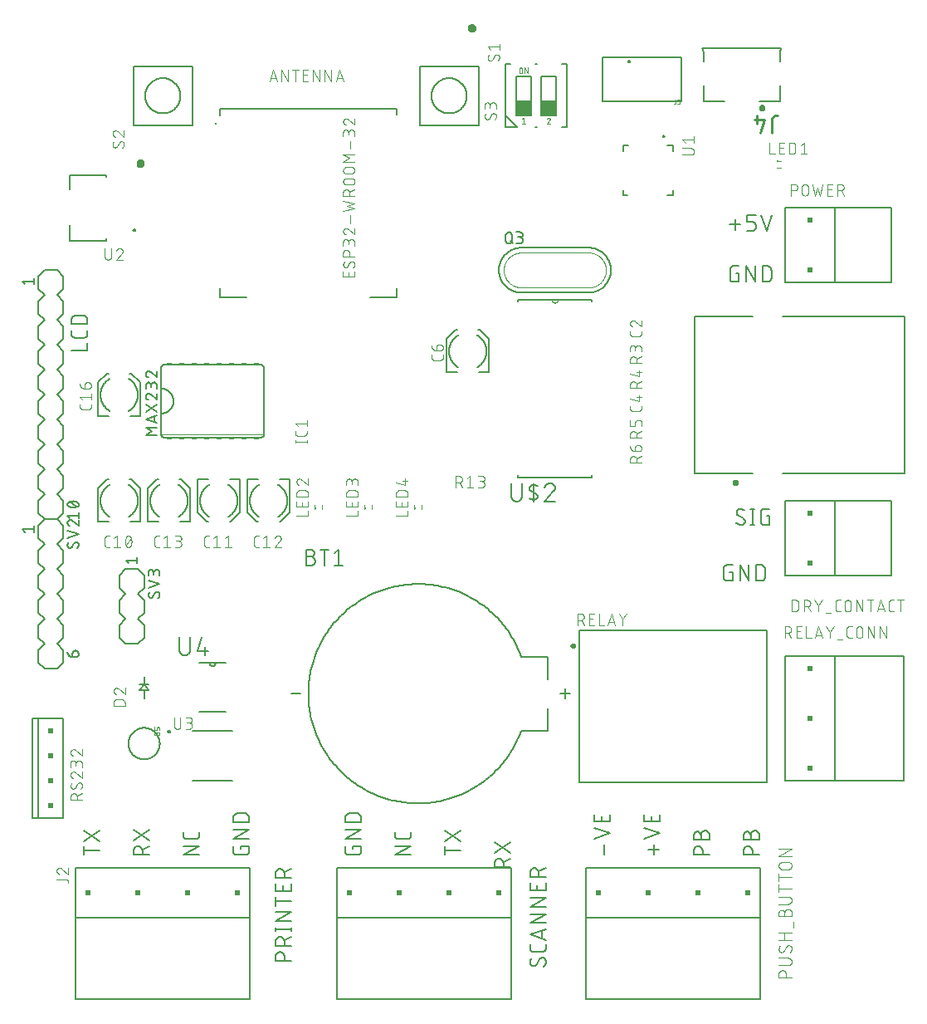
<source format=gbr>
G04 EAGLE Gerber RS-274X export*
G75*
%MOMM*%
%FSLAX34Y34*%
%LPD*%
%INSilkscreen Top*%
%IPPOS*%
%AMOC8*
5,1,8,0,0,1.08239X$1,22.5*%
G01*
%ADD10C,0.152400*%
%ADD11C,0.127000*%
%ADD12C,0.203200*%
%ADD13C,0.101600*%
%ADD14R,0.508000X0.508000*%
%ADD15C,0.300000*%
%ADD16C,0.130000*%
%ADD17C,0.050800*%
%ADD18R,0.250000X0.225000*%
%ADD19R,0.225000X0.250000*%
%ADD20R,0.508000X0.127000*%
%ADD21C,0.400000*%
%ADD22C,0.000000*%
%ADD23C,0.200000*%
%ADD24C,0.184388*%
%ADD25R,1.500000X1.500000*%
%ADD26C,0.254000*%


D10*
X84582Y667512D02*
X100838Y667512D01*
X100838Y674737D01*
X100838Y684081D02*
X100838Y687694D01*
X100838Y684081D02*
X100836Y683963D01*
X100830Y683845D01*
X100821Y683727D01*
X100807Y683610D01*
X100790Y683493D01*
X100769Y683376D01*
X100744Y683261D01*
X100715Y683146D01*
X100682Y683032D01*
X100646Y682920D01*
X100606Y682809D01*
X100563Y682699D01*
X100516Y682590D01*
X100466Y682483D01*
X100411Y682378D01*
X100354Y682275D01*
X100293Y682174D01*
X100229Y682074D01*
X100162Y681977D01*
X100092Y681882D01*
X100018Y681790D01*
X99942Y681699D01*
X99862Y681612D01*
X99780Y681527D01*
X99695Y681445D01*
X99608Y681365D01*
X99517Y681289D01*
X99425Y681215D01*
X99330Y681145D01*
X99233Y681078D01*
X99133Y681014D01*
X99032Y680953D01*
X98929Y680896D01*
X98824Y680841D01*
X98717Y680791D01*
X98608Y680744D01*
X98498Y680701D01*
X98387Y680661D01*
X98275Y680625D01*
X98161Y680592D01*
X98046Y680563D01*
X97931Y680538D01*
X97814Y680517D01*
X97697Y680500D01*
X97580Y680486D01*
X97462Y680477D01*
X97344Y680471D01*
X97226Y680469D01*
X88194Y680469D01*
X88194Y680468D02*
X88076Y680470D01*
X87958Y680476D01*
X87840Y680485D01*
X87722Y680499D01*
X87605Y680516D01*
X87489Y680537D01*
X87374Y680562D01*
X87259Y680591D01*
X87145Y680624D01*
X87033Y680660D01*
X86921Y680700D01*
X86811Y680743D01*
X86703Y680790D01*
X86596Y680841D01*
X86491Y680895D01*
X86388Y680952D01*
X86286Y681013D01*
X86187Y681077D01*
X86090Y681144D01*
X85995Y681215D01*
X85902Y681288D01*
X85812Y681365D01*
X85724Y681444D01*
X85639Y681526D01*
X85557Y681611D01*
X85478Y681699D01*
X85401Y681789D01*
X85328Y681882D01*
X85257Y681976D01*
X85190Y682074D01*
X85126Y682173D01*
X85065Y682274D01*
X85008Y682378D01*
X84954Y682483D01*
X84903Y682590D01*
X84856Y682698D01*
X84813Y682808D01*
X84773Y682920D01*
X84737Y683032D01*
X84704Y683146D01*
X84675Y683261D01*
X84650Y683376D01*
X84629Y683492D01*
X84612Y683609D01*
X84598Y683727D01*
X84589Y683845D01*
X84583Y683963D01*
X84581Y684081D01*
X84582Y684081D02*
X84582Y687694D01*
X84582Y694055D02*
X100838Y694055D01*
X84582Y694055D02*
X84582Y698571D01*
X84584Y698702D01*
X84590Y698834D01*
X84599Y698965D01*
X84613Y699095D01*
X84630Y699226D01*
X84651Y699355D01*
X84675Y699484D01*
X84704Y699612D01*
X84736Y699740D01*
X84772Y699866D01*
X84811Y699991D01*
X84854Y700116D01*
X84901Y700238D01*
X84951Y700360D01*
X85005Y700480D01*
X85062Y700598D01*
X85123Y700714D01*
X85187Y700829D01*
X85254Y700942D01*
X85325Y701053D01*
X85399Y701161D01*
X85476Y701268D01*
X85556Y701372D01*
X85639Y701474D01*
X85724Y701573D01*
X85813Y701670D01*
X85905Y701764D01*
X85999Y701856D01*
X86096Y701945D01*
X86195Y702030D01*
X86297Y702113D01*
X86401Y702193D01*
X86508Y702270D01*
X86616Y702344D01*
X86727Y702415D01*
X86840Y702482D01*
X86955Y702546D01*
X87071Y702607D01*
X87189Y702664D01*
X87309Y702718D01*
X87431Y702768D01*
X87553Y702815D01*
X87678Y702858D01*
X87803Y702897D01*
X87929Y702933D01*
X88057Y702965D01*
X88185Y702994D01*
X88314Y703018D01*
X88443Y703039D01*
X88574Y703056D01*
X88704Y703070D01*
X88835Y703079D01*
X88967Y703085D01*
X89098Y703087D01*
X89098Y703086D02*
X96322Y703086D01*
X96322Y703087D02*
X96453Y703085D01*
X96585Y703079D01*
X96716Y703070D01*
X96846Y703056D01*
X96977Y703039D01*
X97106Y703018D01*
X97235Y702994D01*
X97363Y702965D01*
X97491Y702933D01*
X97617Y702897D01*
X97742Y702858D01*
X97867Y702815D01*
X97989Y702768D01*
X98111Y702718D01*
X98231Y702664D01*
X98349Y702607D01*
X98465Y702546D01*
X98580Y702482D01*
X98693Y702415D01*
X98804Y702344D01*
X98912Y702270D01*
X99019Y702193D01*
X99123Y702113D01*
X99225Y702030D01*
X99324Y701945D01*
X99421Y701856D01*
X99515Y701764D01*
X99607Y701670D01*
X99696Y701573D01*
X99781Y701474D01*
X99864Y701372D01*
X99944Y701268D01*
X100021Y701161D01*
X100095Y701053D01*
X100166Y700942D01*
X100233Y700829D01*
X100297Y700714D01*
X100358Y700598D01*
X100415Y700480D01*
X100469Y700360D01*
X100519Y700238D01*
X100566Y700116D01*
X100609Y699991D01*
X100648Y699866D01*
X100684Y699740D01*
X100716Y699612D01*
X100745Y699484D01*
X100769Y699355D01*
X100790Y699225D01*
X100807Y699095D01*
X100821Y698965D01*
X100830Y698834D01*
X100836Y698702D01*
X100838Y698571D01*
X100838Y694055D01*
X97282Y157678D02*
X113538Y157678D01*
X97282Y153162D02*
X97282Y162193D01*
X97282Y177685D02*
X113538Y166848D01*
X113538Y177685D02*
X97282Y166848D01*
X148082Y153162D02*
X164338Y153162D01*
X148082Y153162D02*
X148082Y157678D01*
X148084Y157811D01*
X148090Y157943D01*
X148100Y158075D01*
X148113Y158207D01*
X148131Y158339D01*
X148152Y158469D01*
X148177Y158600D01*
X148206Y158729D01*
X148239Y158857D01*
X148275Y158985D01*
X148315Y159111D01*
X148359Y159236D01*
X148407Y159360D01*
X148458Y159482D01*
X148513Y159603D01*
X148571Y159722D01*
X148633Y159840D01*
X148698Y159955D01*
X148767Y160069D01*
X148838Y160180D01*
X148914Y160289D01*
X148992Y160396D01*
X149073Y160501D01*
X149158Y160603D01*
X149245Y160703D01*
X149335Y160800D01*
X149428Y160895D01*
X149524Y160986D01*
X149622Y161075D01*
X149723Y161161D01*
X149827Y161244D01*
X149933Y161324D01*
X150041Y161400D01*
X150151Y161474D01*
X150264Y161544D01*
X150378Y161611D01*
X150495Y161674D01*
X150613Y161734D01*
X150733Y161791D01*
X150855Y161844D01*
X150978Y161893D01*
X151102Y161939D01*
X151228Y161981D01*
X151355Y162019D01*
X151483Y162054D01*
X151612Y162085D01*
X151741Y162112D01*
X151872Y162135D01*
X152003Y162155D01*
X152135Y162170D01*
X152267Y162182D01*
X152399Y162190D01*
X152532Y162194D01*
X152664Y162194D01*
X152797Y162190D01*
X152929Y162182D01*
X153061Y162170D01*
X153193Y162155D01*
X153324Y162135D01*
X153455Y162112D01*
X153584Y162085D01*
X153713Y162054D01*
X153841Y162019D01*
X153968Y161981D01*
X154094Y161939D01*
X154218Y161893D01*
X154341Y161844D01*
X154463Y161791D01*
X154583Y161734D01*
X154701Y161674D01*
X154818Y161611D01*
X154932Y161544D01*
X155045Y161474D01*
X155155Y161400D01*
X155263Y161324D01*
X155369Y161244D01*
X155473Y161161D01*
X155574Y161075D01*
X155672Y160986D01*
X155768Y160895D01*
X155861Y160800D01*
X155951Y160703D01*
X156038Y160603D01*
X156123Y160501D01*
X156204Y160396D01*
X156282Y160289D01*
X156358Y160180D01*
X156429Y160069D01*
X156498Y159955D01*
X156563Y159840D01*
X156625Y159722D01*
X156683Y159603D01*
X156738Y159482D01*
X156789Y159360D01*
X156837Y159236D01*
X156881Y159111D01*
X156921Y158985D01*
X156957Y158857D01*
X156990Y158729D01*
X157019Y158600D01*
X157044Y158469D01*
X157065Y158339D01*
X157083Y158207D01*
X157096Y158075D01*
X157106Y157943D01*
X157112Y157811D01*
X157114Y157678D01*
X157113Y157678D02*
X157113Y153162D01*
X157113Y158581D02*
X164338Y162193D01*
X164338Y167799D02*
X148082Y178636D01*
X148082Y167799D02*
X164338Y178636D01*
X198882Y153162D02*
X215138Y153162D01*
X215138Y162193D02*
X198882Y153162D01*
X198882Y162193D02*
X215138Y162193D01*
X215138Y172887D02*
X215138Y176500D01*
X215138Y172887D02*
X215136Y172769D01*
X215130Y172651D01*
X215121Y172533D01*
X215107Y172416D01*
X215090Y172299D01*
X215069Y172182D01*
X215044Y172067D01*
X215015Y171952D01*
X214982Y171838D01*
X214946Y171726D01*
X214906Y171615D01*
X214863Y171505D01*
X214816Y171396D01*
X214766Y171289D01*
X214711Y171184D01*
X214654Y171081D01*
X214593Y170980D01*
X214529Y170880D01*
X214462Y170783D01*
X214392Y170688D01*
X214318Y170596D01*
X214242Y170505D01*
X214162Y170418D01*
X214080Y170333D01*
X213995Y170251D01*
X213908Y170171D01*
X213817Y170095D01*
X213725Y170021D01*
X213630Y169951D01*
X213533Y169884D01*
X213433Y169820D01*
X213332Y169759D01*
X213229Y169702D01*
X213124Y169647D01*
X213017Y169597D01*
X212908Y169550D01*
X212798Y169507D01*
X212687Y169467D01*
X212575Y169431D01*
X212461Y169398D01*
X212346Y169369D01*
X212231Y169344D01*
X212114Y169323D01*
X211997Y169306D01*
X211880Y169292D01*
X211762Y169283D01*
X211644Y169277D01*
X211526Y169275D01*
X202494Y169275D01*
X202494Y169274D02*
X202376Y169276D01*
X202258Y169282D01*
X202140Y169291D01*
X202022Y169305D01*
X201905Y169322D01*
X201789Y169343D01*
X201674Y169368D01*
X201559Y169397D01*
X201445Y169430D01*
X201333Y169466D01*
X201221Y169506D01*
X201111Y169549D01*
X201003Y169596D01*
X200896Y169647D01*
X200791Y169701D01*
X200688Y169758D01*
X200586Y169819D01*
X200487Y169883D01*
X200390Y169950D01*
X200295Y170021D01*
X200202Y170094D01*
X200112Y170171D01*
X200024Y170250D01*
X199939Y170332D01*
X199857Y170417D01*
X199778Y170505D01*
X199701Y170595D01*
X199628Y170688D01*
X199557Y170782D01*
X199490Y170880D01*
X199426Y170979D01*
X199365Y171080D01*
X199308Y171184D01*
X199254Y171289D01*
X199203Y171396D01*
X199156Y171504D01*
X199113Y171614D01*
X199073Y171726D01*
X199037Y171838D01*
X199004Y171952D01*
X198975Y172067D01*
X198950Y172182D01*
X198929Y172298D01*
X198912Y172415D01*
X198898Y172533D01*
X198889Y172651D01*
X198883Y172769D01*
X198881Y172887D01*
X198882Y172887D02*
X198882Y176500D01*
X256907Y162193D02*
X256907Y159484D01*
X256907Y162193D02*
X265938Y162193D01*
X265938Y156774D01*
X265936Y156656D01*
X265930Y156538D01*
X265921Y156420D01*
X265907Y156303D01*
X265890Y156186D01*
X265869Y156069D01*
X265844Y155954D01*
X265815Y155839D01*
X265782Y155725D01*
X265746Y155613D01*
X265706Y155502D01*
X265663Y155392D01*
X265616Y155283D01*
X265566Y155176D01*
X265511Y155071D01*
X265454Y154968D01*
X265393Y154867D01*
X265329Y154767D01*
X265262Y154670D01*
X265192Y154575D01*
X265118Y154483D01*
X265042Y154392D01*
X264962Y154305D01*
X264880Y154220D01*
X264795Y154138D01*
X264708Y154058D01*
X264617Y153982D01*
X264525Y153908D01*
X264430Y153838D01*
X264333Y153771D01*
X264233Y153707D01*
X264132Y153646D01*
X264029Y153589D01*
X263924Y153534D01*
X263817Y153484D01*
X263708Y153437D01*
X263598Y153394D01*
X263487Y153354D01*
X263375Y153318D01*
X263261Y153285D01*
X263146Y153256D01*
X263031Y153231D01*
X262914Y153210D01*
X262797Y153193D01*
X262680Y153179D01*
X262562Y153170D01*
X262444Y153164D01*
X262326Y153162D01*
X253294Y153162D01*
X253176Y153164D01*
X253058Y153170D01*
X252940Y153179D01*
X252822Y153193D01*
X252705Y153210D01*
X252589Y153231D01*
X252474Y153256D01*
X252359Y153285D01*
X252245Y153318D01*
X252133Y153354D01*
X252021Y153394D01*
X251911Y153437D01*
X251803Y153484D01*
X251696Y153535D01*
X251591Y153589D01*
X251488Y153646D01*
X251386Y153707D01*
X251287Y153771D01*
X251190Y153838D01*
X251095Y153909D01*
X251002Y153982D01*
X250912Y154059D01*
X250824Y154138D01*
X250739Y154220D01*
X250657Y154305D01*
X250578Y154393D01*
X250501Y154483D01*
X250428Y154576D01*
X250357Y154670D01*
X250290Y154768D01*
X250226Y154867D01*
X250165Y154968D01*
X250108Y155072D01*
X250054Y155177D01*
X250003Y155284D01*
X249956Y155392D01*
X249913Y155502D01*
X249873Y155614D01*
X249837Y155726D01*
X249804Y155840D01*
X249775Y155955D01*
X249750Y156070D01*
X249729Y156186D01*
X249712Y156303D01*
X249698Y156421D01*
X249689Y156539D01*
X249683Y156657D01*
X249681Y156775D01*
X249682Y156774D02*
X249682Y162193D01*
X249682Y169835D02*
X265938Y169835D01*
X265938Y178866D02*
X249682Y169835D01*
X249682Y178866D02*
X265938Y178866D01*
X265938Y186509D02*
X249682Y186509D01*
X249682Y191024D01*
X249684Y191155D01*
X249690Y191287D01*
X249699Y191418D01*
X249713Y191548D01*
X249730Y191679D01*
X249751Y191808D01*
X249775Y191937D01*
X249804Y192065D01*
X249836Y192193D01*
X249872Y192319D01*
X249911Y192444D01*
X249954Y192569D01*
X250001Y192691D01*
X250051Y192813D01*
X250105Y192933D01*
X250162Y193051D01*
X250223Y193167D01*
X250287Y193282D01*
X250354Y193395D01*
X250425Y193506D01*
X250499Y193614D01*
X250576Y193721D01*
X250656Y193825D01*
X250739Y193927D01*
X250824Y194026D01*
X250913Y194123D01*
X251005Y194217D01*
X251099Y194309D01*
X251196Y194398D01*
X251295Y194483D01*
X251397Y194566D01*
X251501Y194646D01*
X251608Y194723D01*
X251716Y194797D01*
X251827Y194868D01*
X251940Y194935D01*
X252055Y194999D01*
X252171Y195060D01*
X252289Y195117D01*
X252409Y195171D01*
X252531Y195221D01*
X252653Y195268D01*
X252778Y195311D01*
X252903Y195350D01*
X253029Y195386D01*
X253157Y195418D01*
X253285Y195447D01*
X253414Y195471D01*
X253543Y195492D01*
X253674Y195509D01*
X253804Y195523D01*
X253935Y195532D01*
X254067Y195538D01*
X254198Y195540D01*
X261422Y195540D01*
X261553Y195538D01*
X261685Y195532D01*
X261816Y195523D01*
X261946Y195509D01*
X262077Y195492D01*
X262206Y195471D01*
X262335Y195447D01*
X262463Y195418D01*
X262591Y195386D01*
X262717Y195350D01*
X262842Y195311D01*
X262967Y195268D01*
X263089Y195221D01*
X263211Y195171D01*
X263331Y195117D01*
X263449Y195060D01*
X263565Y194999D01*
X263680Y194935D01*
X263793Y194868D01*
X263904Y194797D01*
X264012Y194723D01*
X264119Y194646D01*
X264223Y194566D01*
X264325Y194483D01*
X264424Y194398D01*
X264521Y194309D01*
X264615Y194217D01*
X264707Y194123D01*
X264796Y194026D01*
X264881Y193927D01*
X264964Y193825D01*
X265044Y193721D01*
X265121Y193614D01*
X265195Y193506D01*
X265266Y193395D01*
X265333Y193282D01*
X265397Y193167D01*
X265458Y193051D01*
X265515Y192933D01*
X265569Y192813D01*
X265619Y192691D01*
X265666Y192569D01*
X265709Y192444D01*
X265748Y192319D01*
X265784Y192193D01*
X265816Y192065D01*
X265845Y191937D01*
X265869Y191808D01*
X265890Y191678D01*
X265907Y191548D01*
X265921Y191418D01*
X265930Y191287D01*
X265936Y191155D01*
X265938Y191024D01*
X265938Y186509D01*
X292862Y45097D02*
X309118Y45097D01*
X292862Y45097D02*
X292862Y49612D01*
X292864Y49745D01*
X292870Y49877D01*
X292880Y50009D01*
X292893Y50141D01*
X292911Y50273D01*
X292932Y50403D01*
X292957Y50534D01*
X292986Y50663D01*
X293019Y50791D01*
X293055Y50919D01*
X293095Y51045D01*
X293139Y51170D01*
X293187Y51294D01*
X293238Y51416D01*
X293293Y51537D01*
X293351Y51656D01*
X293413Y51774D01*
X293478Y51889D01*
X293547Y52003D01*
X293618Y52114D01*
X293694Y52223D01*
X293772Y52330D01*
X293853Y52435D01*
X293938Y52537D01*
X294025Y52637D01*
X294115Y52734D01*
X294208Y52829D01*
X294304Y52920D01*
X294402Y53009D01*
X294503Y53095D01*
X294607Y53178D01*
X294713Y53258D01*
X294821Y53334D01*
X294931Y53408D01*
X295044Y53478D01*
X295158Y53545D01*
X295275Y53608D01*
X295393Y53668D01*
X295513Y53725D01*
X295635Y53778D01*
X295758Y53827D01*
X295882Y53873D01*
X296008Y53915D01*
X296135Y53953D01*
X296263Y53988D01*
X296392Y54019D01*
X296521Y54046D01*
X296652Y54069D01*
X296783Y54089D01*
X296915Y54104D01*
X297047Y54116D01*
X297179Y54124D01*
X297312Y54128D01*
X297444Y54128D01*
X297577Y54124D01*
X297709Y54116D01*
X297841Y54104D01*
X297973Y54089D01*
X298104Y54069D01*
X298235Y54046D01*
X298364Y54019D01*
X298493Y53988D01*
X298621Y53953D01*
X298748Y53915D01*
X298874Y53873D01*
X298998Y53827D01*
X299121Y53778D01*
X299243Y53725D01*
X299363Y53668D01*
X299481Y53608D01*
X299598Y53545D01*
X299712Y53478D01*
X299825Y53408D01*
X299935Y53334D01*
X300043Y53258D01*
X300149Y53178D01*
X300253Y53095D01*
X300354Y53009D01*
X300452Y52920D01*
X300548Y52829D01*
X300641Y52734D01*
X300731Y52637D01*
X300818Y52537D01*
X300903Y52435D01*
X300984Y52330D01*
X301062Y52223D01*
X301138Y52114D01*
X301209Y52003D01*
X301278Y51889D01*
X301343Y51774D01*
X301405Y51656D01*
X301463Y51537D01*
X301518Y51416D01*
X301569Y51294D01*
X301617Y51170D01*
X301661Y51045D01*
X301701Y50919D01*
X301737Y50791D01*
X301770Y50663D01*
X301799Y50534D01*
X301824Y50403D01*
X301845Y50273D01*
X301863Y50141D01*
X301876Y50009D01*
X301886Y49877D01*
X301892Y49745D01*
X301894Y49612D01*
X301893Y49612D02*
X301893Y45097D01*
X309118Y60608D02*
X292862Y60608D01*
X292862Y65124D01*
X292864Y65257D01*
X292870Y65389D01*
X292880Y65521D01*
X292893Y65653D01*
X292911Y65785D01*
X292932Y65915D01*
X292957Y66046D01*
X292986Y66175D01*
X293019Y66303D01*
X293055Y66431D01*
X293095Y66557D01*
X293139Y66682D01*
X293187Y66806D01*
X293238Y66928D01*
X293293Y67049D01*
X293351Y67168D01*
X293413Y67286D01*
X293478Y67401D01*
X293547Y67515D01*
X293618Y67626D01*
X293694Y67735D01*
X293772Y67842D01*
X293853Y67947D01*
X293938Y68049D01*
X294025Y68149D01*
X294115Y68246D01*
X294208Y68341D01*
X294304Y68432D01*
X294402Y68521D01*
X294503Y68607D01*
X294607Y68690D01*
X294713Y68770D01*
X294821Y68846D01*
X294931Y68920D01*
X295044Y68990D01*
X295158Y69057D01*
X295275Y69120D01*
X295393Y69180D01*
X295513Y69237D01*
X295635Y69290D01*
X295758Y69339D01*
X295882Y69385D01*
X296008Y69427D01*
X296135Y69465D01*
X296263Y69500D01*
X296392Y69531D01*
X296521Y69558D01*
X296652Y69581D01*
X296783Y69601D01*
X296915Y69616D01*
X297047Y69628D01*
X297179Y69636D01*
X297312Y69640D01*
X297444Y69640D01*
X297577Y69636D01*
X297709Y69628D01*
X297841Y69616D01*
X297973Y69601D01*
X298104Y69581D01*
X298235Y69558D01*
X298364Y69531D01*
X298493Y69500D01*
X298621Y69465D01*
X298748Y69427D01*
X298874Y69385D01*
X298998Y69339D01*
X299121Y69290D01*
X299243Y69237D01*
X299363Y69180D01*
X299481Y69120D01*
X299598Y69057D01*
X299712Y68990D01*
X299825Y68920D01*
X299935Y68846D01*
X300043Y68770D01*
X300149Y68690D01*
X300253Y68607D01*
X300354Y68521D01*
X300452Y68432D01*
X300548Y68341D01*
X300641Y68246D01*
X300731Y68149D01*
X300818Y68049D01*
X300903Y67947D01*
X300984Y67842D01*
X301062Y67735D01*
X301138Y67626D01*
X301209Y67515D01*
X301278Y67401D01*
X301343Y67286D01*
X301405Y67168D01*
X301463Y67049D01*
X301518Y66928D01*
X301569Y66806D01*
X301617Y66682D01*
X301661Y66557D01*
X301701Y66431D01*
X301737Y66303D01*
X301770Y66175D01*
X301799Y66046D01*
X301824Y65915D01*
X301845Y65785D01*
X301863Y65653D01*
X301876Y65521D01*
X301886Y65389D01*
X301892Y65257D01*
X301894Y65124D01*
X301893Y65124D02*
X301893Y60608D01*
X301893Y66027D02*
X309118Y69640D01*
X309118Y77537D02*
X292862Y77537D01*
X309118Y75731D02*
X309118Y79344D01*
X292862Y79344D02*
X292862Y75731D01*
X292862Y86048D02*
X309118Y86048D01*
X309118Y95079D02*
X292862Y86048D01*
X292862Y95079D02*
X309118Y95079D01*
X309118Y105674D02*
X292862Y105674D01*
X292862Y110189D02*
X292862Y101158D01*
X309118Y116298D02*
X309118Y123523D01*
X309118Y116298D02*
X292862Y116298D01*
X292862Y123523D01*
X300087Y121717D02*
X300087Y116298D01*
X292862Y129907D02*
X309118Y129907D01*
X292862Y129907D02*
X292862Y134422D01*
X292864Y134555D01*
X292870Y134687D01*
X292880Y134819D01*
X292893Y134951D01*
X292911Y135083D01*
X292932Y135213D01*
X292957Y135344D01*
X292986Y135473D01*
X293019Y135601D01*
X293055Y135729D01*
X293095Y135855D01*
X293139Y135980D01*
X293187Y136104D01*
X293238Y136226D01*
X293293Y136347D01*
X293351Y136466D01*
X293413Y136584D01*
X293478Y136699D01*
X293547Y136813D01*
X293618Y136924D01*
X293694Y137033D01*
X293772Y137140D01*
X293853Y137245D01*
X293938Y137347D01*
X294025Y137447D01*
X294115Y137544D01*
X294208Y137639D01*
X294304Y137730D01*
X294402Y137819D01*
X294503Y137905D01*
X294607Y137988D01*
X294713Y138068D01*
X294821Y138144D01*
X294931Y138218D01*
X295044Y138288D01*
X295158Y138355D01*
X295275Y138418D01*
X295393Y138478D01*
X295513Y138535D01*
X295635Y138588D01*
X295758Y138637D01*
X295882Y138683D01*
X296008Y138725D01*
X296135Y138763D01*
X296263Y138798D01*
X296392Y138829D01*
X296521Y138856D01*
X296652Y138879D01*
X296783Y138899D01*
X296915Y138914D01*
X297047Y138926D01*
X297179Y138934D01*
X297312Y138938D01*
X297444Y138938D01*
X297577Y138934D01*
X297709Y138926D01*
X297841Y138914D01*
X297973Y138899D01*
X298104Y138879D01*
X298235Y138856D01*
X298364Y138829D01*
X298493Y138798D01*
X298621Y138763D01*
X298748Y138725D01*
X298874Y138683D01*
X298998Y138637D01*
X299121Y138588D01*
X299243Y138535D01*
X299363Y138478D01*
X299481Y138418D01*
X299598Y138355D01*
X299712Y138288D01*
X299825Y138218D01*
X299935Y138144D01*
X300043Y138068D01*
X300149Y137988D01*
X300253Y137905D01*
X300354Y137819D01*
X300452Y137730D01*
X300548Y137639D01*
X300641Y137544D01*
X300731Y137447D01*
X300818Y137347D01*
X300903Y137245D01*
X300984Y137140D01*
X301062Y137033D01*
X301138Y136924D01*
X301209Y136813D01*
X301278Y136699D01*
X301343Y136584D01*
X301405Y136466D01*
X301463Y136347D01*
X301518Y136226D01*
X301569Y136104D01*
X301617Y135980D01*
X301661Y135855D01*
X301701Y135729D01*
X301737Y135601D01*
X301770Y135473D01*
X301799Y135344D01*
X301824Y135213D01*
X301845Y135083D01*
X301863Y134951D01*
X301876Y134819D01*
X301886Y134687D01*
X301892Y134555D01*
X301894Y134422D01*
X301893Y134422D02*
X301893Y129907D01*
X301893Y135326D02*
X309118Y138938D01*
X465582Y157678D02*
X481838Y157678D01*
X465582Y153162D02*
X465582Y162193D01*
X465582Y177685D02*
X481838Y166848D01*
X481838Y177685D02*
X465582Y166848D01*
X516382Y140462D02*
X532638Y140462D01*
X516382Y140462D02*
X516382Y144978D01*
X516384Y145111D01*
X516390Y145243D01*
X516400Y145375D01*
X516413Y145507D01*
X516431Y145639D01*
X516452Y145769D01*
X516477Y145900D01*
X516506Y146029D01*
X516539Y146157D01*
X516575Y146285D01*
X516615Y146411D01*
X516659Y146536D01*
X516707Y146660D01*
X516758Y146782D01*
X516813Y146903D01*
X516871Y147022D01*
X516933Y147140D01*
X516998Y147255D01*
X517067Y147369D01*
X517138Y147480D01*
X517214Y147589D01*
X517292Y147696D01*
X517373Y147801D01*
X517458Y147903D01*
X517545Y148003D01*
X517635Y148100D01*
X517728Y148195D01*
X517824Y148286D01*
X517922Y148375D01*
X518023Y148461D01*
X518127Y148544D01*
X518233Y148624D01*
X518341Y148700D01*
X518451Y148774D01*
X518564Y148844D01*
X518678Y148911D01*
X518795Y148974D01*
X518913Y149034D01*
X519033Y149091D01*
X519155Y149144D01*
X519278Y149193D01*
X519402Y149239D01*
X519528Y149281D01*
X519655Y149319D01*
X519783Y149354D01*
X519912Y149385D01*
X520041Y149412D01*
X520172Y149435D01*
X520303Y149455D01*
X520435Y149470D01*
X520567Y149482D01*
X520699Y149490D01*
X520832Y149494D01*
X520964Y149494D01*
X521097Y149490D01*
X521229Y149482D01*
X521361Y149470D01*
X521493Y149455D01*
X521624Y149435D01*
X521755Y149412D01*
X521884Y149385D01*
X522013Y149354D01*
X522141Y149319D01*
X522268Y149281D01*
X522394Y149239D01*
X522518Y149193D01*
X522641Y149144D01*
X522763Y149091D01*
X522883Y149034D01*
X523001Y148974D01*
X523118Y148911D01*
X523232Y148844D01*
X523345Y148774D01*
X523455Y148700D01*
X523563Y148624D01*
X523669Y148544D01*
X523773Y148461D01*
X523874Y148375D01*
X523972Y148286D01*
X524068Y148195D01*
X524161Y148100D01*
X524251Y148003D01*
X524338Y147903D01*
X524423Y147801D01*
X524504Y147696D01*
X524582Y147589D01*
X524658Y147480D01*
X524729Y147369D01*
X524798Y147255D01*
X524863Y147140D01*
X524925Y147022D01*
X524983Y146903D01*
X525038Y146782D01*
X525089Y146660D01*
X525137Y146536D01*
X525181Y146411D01*
X525221Y146285D01*
X525257Y146157D01*
X525290Y146029D01*
X525319Y145900D01*
X525344Y145769D01*
X525365Y145639D01*
X525383Y145507D01*
X525396Y145375D01*
X525406Y145243D01*
X525412Y145111D01*
X525414Y144978D01*
X525413Y144978D02*
X525413Y140462D01*
X525413Y145881D02*
X532638Y149493D01*
X532638Y155099D02*
X516382Y165936D01*
X516382Y155099D02*
X532638Y165936D01*
X431038Y153162D02*
X414782Y153162D01*
X431038Y162193D01*
X414782Y162193D01*
X431038Y172887D02*
X431038Y176500D01*
X431038Y172887D02*
X431036Y172769D01*
X431030Y172651D01*
X431021Y172533D01*
X431007Y172416D01*
X430990Y172299D01*
X430969Y172182D01*
X430944Y172067D01*
X430915Y171952D01*
X430882Y171838D01*
X430846Y171726D01*
X430806Y171615D01*
X430763Y171505D01*
X430716Y171396D01*
X430666Y171289D01*
X430611Y171184D01*
X430554Y171081D01*
X430493Y170980D01*
X430429Y170880D01*
X430362Y170783D01*
X430292Y170688D01*
X430218Y170596D01*
X430142Y170505D01*
X430062Y170418D01*
X429980Y170333D01*
X429895Y170251D01*
X429808Y170171D01*
X429717Y170095D01*
X429625Y170021D01*
X429530Y169951D01*
X429433Y169884D01*
X429333Y169820D01*
X429232Y169759D01*
X429129Y169702D01*
X429024Y169647D01*
X428917Y169597D01*
X428808Y169550D01*
X428698Y169507D01*
X428587Y169467D01*
X428475Y169431D01*
X428361Y169398D01*
X428246Y169369D01*
X428131Y169344D01*
X428014Y169323D01*
X427897Y169306D01*
X427780Y169292D01*
X427662Y169283D01*
X427544Y169277D01*
X427426Y169275D01*
X418394Y169275D01*
X418394Y169274D02*
X418276Y169276D01*
X418158Y169282D01*
X418040Y169291D01*
X417922Y169305D01*
X417805Y169322D01*
X417689Y169343D01*
X417574Y169368D01*
X417459Y169397D01*
X417345Y169430D01*
X417233Y169466D01*
X417121Y169506D01*
X417011Y169549D01*
X416903Y169596D01*
X416796Y169647D01*
X416691Y169701D01*
X416588Y169758D01*
X416486Y169819D01*
X416387Y169883D01*
X416290Y169950D01*
X416195Y170021D01*
X416102Y170094D01*
X416012Y170171D01*
X415924Y170250D01*
X415839Y170332D01*
X415757Y170417D01*
X415678Y170505D01*
X415601Y170595D01*
X415528Y170688D01*
X415457Y170782D01*
X415390Y170880D01*
X415326Y170979D01*
X415265Y171080D01*
X415208Y171184D01*
X415154Y171289D01*
X415103Y171396D01*
X415056Y171504D01*
X415013Y171614D01*
X414973Y171726D01*
X414937Y171838D01*
X414904Y171952D01*
X414875Y172067D01*
X414850Y172182D01*
X414829Y172298D01*
X414812Y172415D01*
X414798Y172533D01*
X414789Y172651D01*
X414783Y172769D01*
X414781Y172887D01*
X414782Y172887D02*
X414782Y176500D01*
X371207Y162193D02*
X371207Y159484D01*
X371207Y162193D02*
X380238Y162193D01*
X380238Y156774D01*
X380236Y156656D01*
X380230Y156538D01*
X380221Y156420D01*
X380207Y156303D01*
X380190Y156186D01*
X380169Y156069D01*
X380144Y155954D01*
X380115Y155839D01*
X380082Y155725D01*
X380046Y155613D01*
X380006Y155502D01*
X379963Y155392D01*
X379916Y155283D01*
X379866Y155176D01*
X379811Y155071D01*
X379754Y154968D01*
X379693Y154867D01*
X379629Y154767D01*
X379562Y154670D01*
X379492Y154575D01*
X379418Y154483D01*
X379342Y154392D01*
X379262Y154305D01*
X379180Y154220D01*
X379095Y154138D01*
X379008Y154058D01*
X378917Y153982D01*
X378825Y153908D01*
X378730Y153838D01*
X378633Y153771D01*
X378533Y153707D01*
X378432Y153646D01*
X378329Y153589D01*
X378224Y153534D01*
X378117Y153484D01*
X378008Y153437D01*
X377898Y153394D01*
X377787Y153354D01*
X377675Y153318D01*
X377561Y153285D01*
X377446Y153256D01*
X377331Y153231D01*
X377214Y153210D01*
X377097Y153193D01*
X376980Y153179D01*
X376862Y153170D01*
X376744Y153164D01*
X376626Y153162D01*
X367594Y153162D01*
X367476Y153164D01*
X367358Y153170D01*
X367240Y153179D01*
X367122Y153193D01*
X367005Y153210D01*
X366889Y153231D01*
X366774Y153256D01*
X366659Y153285D01*
X366545Y153318D01*
X366433Y153354D01*
X366321Y153394D01*
X366211Y153437D01*
X366103Y153484D01*
X365996Y153535D01*
X365891Y153589D01*
X365788Y153646D01*
X365686Y153707D01*
X365587Y153771D01*
X365490Y153838D01*
X365395Y153909D01*
X365302Y153982D01*
X365212Y154059D01*
X365124Y154138D01*
X365039Y154220D01*
X364957Y154305D01*
X364878Y154393D01*
X364801Y154483D01*
X364728Y154576D01*
X364657Y154670D01*
X364590Y154768D01*
X364526Y154867D01*
X364465Y154968D01*
X364408Y155072D01*
X364354Y155177D01*
X364303Y155284D01*
X364256Y155392D01*
X364213Y155502D01*
X364173Y155614D01*
X364137Y155726D01*
X364104Y155840D01*
X364075Y155955D01*
X364050Y156070D01*
X364029Y156186D01*
X364012Y156303D01*
X363998Y156421D01*
X363989Y156539D01*
X363983Y156657D01*
X363981Y156775D01*
X363982Y156774D02*
X363982Y162193D01*
X363982Y169835D02*
X380238Y169835D01*
X380238Y178866D02*
X363982Y169835D01*
X363982Y178866D02*
X380238Y178866D01*
X380238Y186509D02*
X363982Y186509D01*
X363982Y191024D01*
X363984Y191155D01*
X363990Y191287D01*
X363999Y191418D01*
X364013Y191548D01*
X364030Y191679D01*
X364051Y191808D01*
X364075Y191937D01*
X364104Y192065D01*
X364136Y192193D01*
X364172Y192319D01*
X364211Y192444D01*
X364254Y192569D01*
X364301Y192691D01*
X364351Y192813D01*
X364405Y192933D01*
X364462Y193051D01*
X364523Y193167D01*
X364587Y193282D01*
X364654Y193395D01*
X364725Y193506D01*
X364799Y193614D01*
X364876Y193721D01*
X364956Y193825D01*
X365039Y193927D01*
X365124Y194026D01*
X365213Y194123D01*
X365305Y194217D01*
X365399Y194309D01*
X365496Y194398D01*
X365595Y194483D01*
X365697Y194566D01*
X365801Y194646D01*
X365908Y194723D01*
X366016Y194797D01*
X366127Y194868D01*
X366240Y194935D01*
X366355Y194999D01*
X366471Y195060D01*
X366589Y195117D01*
X366709Y195171D01*
X366831Y195221D01*
X366953Y195268D01*
X367078Y195311D01*
X367203Y195350D01*
X367329Y195386D01*
X367457Y195418D01*
X367585Y195447D01*
X367714Y195471D01*
X367843Y195492D01*
X367974Y195509D01*
X368104Y195523D01*
X368235Y195532D01*
X368367Y195538D01*
X368498Y195540D01*
X375722Y195540D01*
X375853Y195538D01*
X375985Y195532D01*
X376116Y195523D01*
X376246Y195509D01*
X376377Y195492D01*
X376506Y195471D01*
X376635Y195447D01*
X376763Y195418D01*
X376891Y195386D01*
X377017Y195350D01*
X377142Y195311D01*
X377267Y195268D01*
X377389Y195221D01*
X377511Y195171D01*
X377631Y195117D01*
X377749Y195060D01*
X377865Y194999D01*
X377980Y194935D01*
X378093Y194868D01*
X378204Y194797D01*
X378312Y194723D01*
X378419Y194646D01*
X378523Y194566D01*
X378625Y194483D01*
X378724Y194398D01*
X378821Y194309D01*
X378915Y194217D01*
X379007Y194123D01*
X379096Y194026D01*
X379181Y193927D01*
X379264Y193825D01*
X379344Y193721D01*
X379421Y193614D01*
X379495Y193506D01*
X379566Y193395D01*
X379633Y193282D01*
X379697Y193167D01*
X379758Y193051D01*
X379815Y192933D01*
X379869Y192813D01*
X379919Y192691D01*
X379966Y192569D01*
X380009Y192444D01*
X380048Y192319D01*
X380084Y192193D01*
X380116Y192065D01*
X380145Y191937D01*
X380169Y191808D01*
X380190Y191678D01*
X380207Y191548D01*
X380221Y191418D01*
X380230Y191287D01*
X380236Y191155D01*
X380238Y191024D01*
X380238Y186509D01*
X627916Y163999D02*
X627916Y153162D01*
X617982Y169835D02*
X634238Y175254D01*
X617982Y180673D01*
X634238Y186921D02*
X634238Y194145D01*
X634238Y186921D02*
X617982Y186921D01*
X617982Y194145D01*
X625207Y192339D02*
X625207Y186921D01*
X678716Y163999D02*
X678716Y153162D01*
X673298Y158581D02*
X684135Y158581D01*
X685038Y175254D02*
X668782Y169835D01*
X668782Y180673D02*
X685038Y175254D01*
X685038Y186921D02*
X685038Y194145D01*
X685038Y186921D02*
X668782Y186921D01*
X668782Y194145D01*
X676007Y192339D02*
X676007Y186921D01*
X719582Y153162D02*
X735838Y153162D01*
X719582Y153162D02*
X719582Y157678D01*
X719584Y157811D01*
X719590Y157943D01*
X719600Y158075D01*
X719613Y158207D01*
X719631Y158339D01*
X719652Y158469D01*
X719677Y158600D01*
X719706Y158729D01*
X719739Y158857D01*
X719775Y158985D01*
X719815Y159111D01*
X719859Y159236D01*
X719907Y159360D01*
X719958Y159482D01*
X720013Y159603D01*
X720071Y159722D01*
X720133Y159840D01*
X720198Y159955D01*
X720267Y160069D01*
X720338Y160180D01*
X720414Y160289D01*
X720492Y160396D01*
X720573Y160501D01*
X720658Y160603D01*
X720745Y160703D01*
X720835Y160800D01*
X720928Y160895D01*
X721024Y160986D01*
X721122Y161075D01*
X721223Y161161D01*
X721327Y161244D01*
X721433Y161324D01*
X721541Y161400D01*
X721651Y161474D01*
X721764Y161544D01*
X721878Y161611D01*
X721995Y161674D01*
X722113Y161734D01*
X722233Y161791D01*
X722355Y161844D01*
X722478Y161893D01*
X722602Y161939D01*
X722728Y161981D01*
X722855Y162019D01*
X722983Y162054D01*
X723112Y162085D01*
X723241Y162112D01*
X723372Y162135D01*
X723503Y162155D01*
X723635Y162170D01*
X723767Y162182D01*
X723899Y162190D01*
X724032Y162194D01*
X724164Y162194D01*
X724297Y162190D01*
X724429Y162182D01*
X724561Y162170D01*
X724693Y162155D01*
X724824Y162135D01*
X724955Y162112D01*
X725084Y162085D01*
X725213Y162054D01*
X725341Y162019D01*
X725468Y161981D01*
X725594Y161939D01*
X725718Y161893D01*
X725841Y161844D01*
X725963Y161791D01*
X726083Y161734D01*
X726201Y161674D01*
X726318Y161611D01*
X726432Y161544D01*
X726545Y161474D01*
X726655Y161400D01*
X726763Y161324D01*
X726869Y161244D01*
X726973Y161161D01*
X727074Y161075D01*
X727172Y160986D01*
X727268Y160895D01*
X727361Y160800D01*
X727451Y160703D01*
X727538Y160603D01*
X727623Y160501D01*
X727704Y160396D01*
X727782Y160289D01*
X727858Y160180D01*
X727929Y160069D01*
X727998Y159955D01*
X728063Y159840D01*
X728125Y159722D01*
X728183Y159603D01*
X728238Y159482D01*
X728289Y159360D01*
X728337Y159236D01*
X728381Y159111D01*
X728421Y158985D01*
X728457Y158857D01*
X728490Y158729D01*
X728519Y158600D01*
X728544Y158469D01*
X728565Y158339D01*
X728583Y158207D01*
X728596Y158075D01*
X728606Y157943D01*
X728612Y157811D01*
X728614Y157678D01*
X728613Y157678D02*
X728613Y153162D01*
X726807Y168793D02*
X726807Y173309D01*
X726806Y173309D02*
X726808Y173442D01*
X726814Y173574D01*
X726824Y173706D01*
X726837Y173838D01*
X726855Y173970D01*
X726876Y174100D01*
X726901Y174231D01*
X726930Y174360D01*
X726963Y174488D01*
X726999Y174616D01*
X727039Y174742D01*
X727083Y174867D01*
X727131Y174991D01*
X727182Y175113D01*
X727237Y175234D01*
X727295Y175353D01*
X727357Y175471D01*
X727422Y175586D01*
X727491Y175700D01*
X727562Y175811D01*
X727638Y175920D01*
X727716Y176027D01*
X727797Y176132D01*
X727882Y176234D01*
X727969Y176334D01*
X728059Y176431D01*
X728152Y176526D01*
X728248Y176617D01*
X728346Y176706D01*
X728447Y176792D01*
X728551Y176875D01*
X728657Y176955D01*
X728765Y177031D01*
X728875Y177105D01*
X728988Y177175D01*
X729102Y177242D01*
X729219Y177305D01*
X729337Y177365D01*
X729457Y177422D01*
X729579Y177475D01*
X729702Y177524D01*
X729826Y177570D01*
X729952Y177612D01*
X730079Y177650D01*
X730207Y177685D01*
X730336Y177716D01*
X730465Y177743D01*
X730596Y177766D01*
X730727Y177786D01*
X730859Y177801D01*
X730991Y177813D01*
X731123Y177821D01*
X731256Y177825D01*
X731388Y177825D01*
X731521Y177821D01*
X731653Y177813D01*
X731785Y177801D01*
X731917Y177786D01*
X732048Y177766D01*
X732179Y177743D01*
X732308Y177716D01*
X732437Y177685D01*
X732565Y177650D01*
X732692Y177612D01*
X732818Y177570D01*
X732942Y177524D01*
X733065Y177475D01*
X733187Y177422D01*
X733307Y177365D01*
X733425Y177305D01*
X733542Y177242D01*
X733656Y177175D01*
X733769Y177105D01*
X733879Y177031D01*
X733987Y176955D01*
X734093Y176875D01*
X734197Y176792D01*
X734298Y176706D01*
X734396Y176617D01*
X734492Y176526D01*
X734585Y176431D01*
X734675Y176334D01*
X734762Y176234D01*
X734847Y176132D01*
X734928Y176027D01*
X735006Y175920D01*
X735082Y175811D01*
X735153Y175700D01*
X735222Y175586D01*
X735287Y175471D01*
X735349Y175353D01*
X735407Y175234D01*
X735462Y175113D01*
X735513Y174991D01*
X735561Y174867D01*
X735605Y174742D01*
X735645Y174616D01*
X735681Y174488D01*
X735714Y174360D01*
X735743Y174231D01*
X735768Y174100D01*
X735789Y173970D01*
X735807Y173838D01*
X735820Y173706D01*
X735830Y173574D01*
X735836Y173442D01*
X735838Y173309D01*
X735838Y168793D01*
X719582Y168793D01*
X719582Y173309D01*
X719584Y173428D01*
X719590Y173548D01*
X719600Y173667D01*
X719614Y173785D01*
X719631Y173904D01*
X719653Y174021D01*
X719678Y174138D01*
X719708Y174253D01*
X719741Y174368D01*
X719778Y174482D01*
X719818Y174594D01*
X719863Y174705D01*
X719911Y174814D01*
X719962Y174922D01*
X720017Y175028D01*
X720076Y175132D01*
X720138Y175234D01*
X720203Y175334D01*
X720272Y175432D01*
X720344Y175528D01*
X720419Y175621D01*
X720496Y175711D01*
X720577Y175799D01*
X720661Y175884D01*
X720748Y175966D01*
X720837Y176046D01*
X720929Y176122D01*
X721023Y176196D01*
X721120Y176266D01*
X721218Y176333D01*
X721319Y176397D01*
X721423Y176457D01*
X721528Y176514D01*
X721635Y176567D01*
X721743Y176617D01*
X721853Y176663D01*
X721965Y176705D01*
X722078Y176744D01*
X722192Y176779D01*
X722307Y176810D01*
X722424Y176838D01*
X722541Y176861D01*
X722658Y176881D01*
X722777Y176897D01*
X722896Y176909D01*
X723015Y176917D01*
X723134Y176921D01*
X723254Y176921D01*
X723373Y176917D01*
X723492Y176909D01*
X723611Y176897D01*
X723730Y176881D01*
X723847Y176861D01*
X723964Y176838D01*
X724081Y176810D01*
X724196Y176779D01*
X724310Y176744D01*
X724423Y176705D01*
X724535Y176663D01*
X724645Y176617D01*
X724753Y176567D01*
X724860Y176514D01*
X724965Y176457D01*
X725069Y176397D01*
X725170Y176333D01*
X725268Y176266D01*
X725365Y176196D01*
X725459Y176122D01*
X725551Y176046D01*
X725640Y175966D01*
X725727Y175884D01*
X725811Y175799D01*
X725892Y175711D01*
X725969Y175621D01*
X726044Y175528D01*
X726116Y175432D01*
X726185Y175334D01*
X726250Y175234D01*
X726312Y175132D01*
X726371Y175028D01*
X726426Y174922D01*
X726477Y174814D01*
X726525Y174705D01*
X726570Y174594D01*
X726610Y174482D01*
X726647Y174368D01*
X726680Y174253D01*
X726710Y174138D01*
X726735Y174021D01*
X726757Y173904D01*
X726774Y173785D01*
X726788Y173667D01*
X726798Y173548D01*
X726804Y173428D01*
X726806Y173309D01*
X770382Y153162D02*
X786638Y153162D01*
X770382Y153162D02*
X770382Y157678D01*
X770384Y157811D01*
X770390Y157943D01*
X770400Y158075D01*
X770413Y158207D01*
X770431Y158339D01*
X770452Y158469D01*
X770477Y158600D01*
X770506Y158729D01*
X770539Y158857D01*
X770575Y158985D01*
X770615Y159111D01*
X770659Y159236D01*
X770707Y159360D01*
X770758Y159482D01*
X770813Y159603D01*
X770871Y159722D01*
X770933Y159840D01*
X770998Y159955D01*
X771067Y160069D01*
X771138Y160180D01*
X771214Y160289D01*
X771292Y160396D01*
X771373Y160501D01*
X771458Y160603D01*
X771545Y160703D01*
X771635Y160800D01*
X771728Y160895D01*
X771824Y160986D01*
X771922Y161075D01*
X772023Y161161D01*
X772127Y161244D01*
X772233Y161324D01*
X772341Y161400D01*
X772451Y161474D01*
X772564Y161544D01*
X772678Y161611D01*
X772795Y161674D01*
X772913Y161734D01*
X773033Y161791D01*
X773155Y161844D01*
X773278Y161893D01*
X773402Y161939D01*
X773528Y161981D01*
X773655Y162019D01*
X773783Y162054D01*
X773912Y162085D01*
X774041Y162112D01*
X774172Y162135D01*
X774303Y162155D01*
X774435Y162170D01*
X774567Y162182D01*
X774699Y162190D01*
X774832Y162194D01*
X774964Y162194D01*
X775097Y162190D01*
X775229Y162182D01*
X775361Y162170D01*
X775493Y162155D01*
X775624Y162135D01*
X775755Y162112D01*
X775884Y162085D01*
X776013Y162054D01*
X776141Y162019D01*
X776268Y161981D01*
X776394Y161939D01*
X776518Y161893D01*
X776641Y161844D01*
X776763Y161791D01*
X776883Y161734D01*
X777001Y161674D01*
X777118Y161611D01*
X777232Y161544D01*
X777345Y161474D01*
X777455Y161400D01*
X777563Y161324D01*
X777669Y161244D01*
X777773Y161161D01*
X777874Y161075D01*
X777972Y160986D01*
X778068Y160895D01*
X778161Y160800D01*
X778251Y160703D01*
X778338Y160603D01*
X778423Y160501D01*
X778504Y160396D01*
X778582Y160289D01*
X778658Y160180D01*
X778729Y160069D01*
X778798Y159955D01*
X778863Y159840D01*
X778925Y159722D01*
X778983Y159603D01*
X779038Y159482D01*
X779089Y159360D01*
X779137Y159236D01*
X779181Y159111D01*
X779221Y158985D01*
X779257Y158857D01*
X779290Y158729D01*
X779319Y158600D01*
X779344Y158469D01*
X779365Y158339D01*
X779383Y158207D01*
X779396Y158075D01*
X779406Y157943D01*
X779412Y157811D01*
X779414Y157678D01*
X779413Y157678D02*
X779413Y153162D01*
X777607Y168793D02*
X777607Y173309D01*
X777606Y173309D02*
X777608Y173442D01*
X777614Y173574D01*
X777624Y173706D01*
X777637Y173838D01*
X777655Y173970D01*
X777676Y174100D01*
X777701Y174231D01*
X777730Y174360D01*
X777763Y174488D01*
X777799Y174616D01*
X777839Y174742D01*
X777883Y174867D01*
X777931Y174991D01*
X777982Y175113D01*
X778037Y175234D01*
X778095Y175353D01*
X778157Y175471D01*
X778222Y175586D01*
X778291Y175700D01*
X778362Y175811D01*
X778438Y175920D01*
X778516Y176027D01*
X778597Y176132D01*
X778682Y176234D01*
X778769Y176334D01*
X778859Y176431D01*
X778952Y176526D01*
X779048Y176617D01*
X779146Y176706D01*
X779247Y176792D01*
X779351Y176875D01*
X779457Y176955D01*
X779565Y177031D01*
X779675Y177105D01*
X779788Y177175D01*
X779902Y177242D01*
X780019Y177305D01*
X780137Y177365D01*
X780257Y177422D01*
X780379Y177475D01*
X780502Y177524D01*
X780626Y177570D01*
X780752Y177612D01*
X780879Y177650D01*
X781007Y177685D01*
X781136Y177716D01*
X781265Y177743D01*
X781396Y177766D01*
X781527Y177786D01*
X781659Y177801D01*
X781791Y177813D01*
X781923Y177821D01*
X782056Y177825D01*
X782188Y177825D01*
X782321Y177821D01*
X782453Y177813D01*
X782585Y177801D01*
X782717Y177786D01*
X782848Y177766D01*
X782979Y177743D01*
X783108Y177716D01*
X783237Y177685D01*
X783365Y177650D01*
X783492Y177612D01*
X783618Y177570D01*
X783742Y177524D01*
X783865Y177475D01*
X783987Y177422D01*
X784107Y177365D01*
X784225Y177305D01*
X784342Y177242D01*
X784456Y177175D01*
X784569Y177105D01*
X784679Y177031D01*
X784787Y176955D01*
X784893Y176875D01*
X784997Y176792D01*
X785098Y176706D01*
X785196Y176617D01*
X785292Y176526D01*
X785385Y176431D01*
X785475Y176334D01*
X785562Y176234D01*
X785647Y176132D01*
X785728Y176027D01*
X785806Y175920D01*
X785882Y175811D01*
X785953Y175700D01*
X786022Y175586D01*
X786087Y175471D01*
X786149Y175353D01*
X786207Y175234D01*
X786262Y175113D01*
X786313Y174991D01*
X786361Y174867D01*
X786405Y174742D01*
X786445Y174616D01*
X786481Y174488D01*
X786514Y174360D01*
X786543Y174231D01*
X786568Y174100D01*
X786589Y173970D01*
X786607Y173838D01*
X786620Y173706D01*
X786630Y173574D01*
X786636Y173442D01*
X786638Y173309D01*
X786638Y168793D01*
X770382Y168793D01*
X770382Y173309D01*
X770384Y173428D01*
X770390Y173548D01*
X770400Y173667D01*
X770414Y173785D01*
X770431Y173904D01*
X770453Y174021D01*
X770478Y174138D01*
X770508Y174253D01*
X770541Y174368D01*
X770578Y174482D01*
X770618Y174594D01*
X770663Y174705D01*
X770711Y174814D01*
X770762Y174922D01*
X770817Y175028D01*
X770876Y175132D01*
X770938Y175234D01*
X771003Y175334D01*
X771072Y175432D01*
X771144Y175528D01*
X771219Y175621D01*
X771296Y175711D01*
X771377Y175799D01*
X771461Y175884D01*
X771548Y175966D01*
X771637Y176046D01*
X771729Y176122D01*
X771823Y176196D01*
X771920Y176266D01*
X772018Y176333D01*
X772119Y176397D01*
X772223Y176457D01*
X772328Y176514D01*
X772435Y176567D01*
X772543Y176617D01*
X772653Y176663D01*
X772765Y176705D01*
X772878Y176744D01*
X772992Y176779D01*
X773107Y176810D01*
X773224Y176838D01*
X773341Y176861D01*
X773458Y176881D01*
X773577Y176897D01*
X773696Y176909D01*
X773815Y176917D01*
X773934Y176921D01*
X774054Y176921D01*
X774173Y176917D01*
X774292Y176909D01*
X774411Y176897D01*
X774530Y176881D01*
X774647Y176861D01*
X774764Y176838D01*
X774881Y176810D01*
X774996Y176779D01*
X775110Y176744D01*
X775223Y176705D01*
X775335Y176663D01*
X775445Y176617D01*
X775553Y176567D01*
X775660Y176514D01*
X775765Y176457D01*
X775869Y176397D01*
X775970Y176333D01*
X776068Y176266D01*
X776165Y176196D01*
X776259Y176122D01*
X776351Y176046D01*
X776440Y175966D01*
X776527Y175884D01*
X776611Y175799D01*
X776692Y175711D01*
X776769Y175621D01*
X776844Y175528D01*
X776916Y175432D01*
X776985Y175334D01*
X777050Y175234D01*
X777112Y175132D01*
X777171Y175028D01*
X777226Y174922D01*
X777277Y174814D01*
X777325Y174705D01*
X777370Y174594D01*
X777410Y174482D01*
X777447Y174368D01*
X777480Y174253D01*
X777510Y174138D01*
X777535Y174021D01*
X777557Y173904D01*
X777574Y173785D01*
X777588Y173667D01*
X777598Y173548D01*
X777604Y173428D01*
X777606Y173309D01*
X759093Y441593D02*
X756384Y441593D01*
X759093Y441593D02*
X759093Y432562D01*
X753674Y432562D01*
X753556Y432564D01*
X753438Y432570D01*
X753320Y432579D01*
X753203Y432593D01*
X753086Y432610D01*
X752969Y432631D01*
X752854Y432656D01*
X752739Y432685D01*
X752625Y432718D01*
X752513Y432754D01*
X752402Y432794D01*
X752292Y432837D01*
X752183Y432884D01*
X752076Y432934D01*
X751971Y432989D01*
X751868Y433046D01*
X751767Y433107D01*
X751667Y433171D01*
X751570Y433238D01*
X751475Y433308D01*
X751383Y433382D01*
X751292Y433458D01*
X751205Y433538D01*
X751120Y433620D01*
X751038Y433705D01*
X750958Y433792D01*
X750882Y433883D01*
X750808Y433975D01*
X750738Y434070D01*
X750671Y434167D01*
X750607Y434267D01*
X750546Y434368D01*
X750489Y434471D01*
X750434Y434576D01*
X750384Y434683D01*
X750337Y434792D01*
X750294Y434902D01*
X750254Y435013D01*
X750218Y435125D01*
X750185Y435239D01*
X750156Y435354D01*
X750131Y435469D01*
X750110Y435586D01*
X750093Y435703D01*
X750079Y435820D01*
X750070Y435938D01*
X750064Y436056D01*
X750062Y436174D01*
X750062Y445206D01*
X750064Y445324D01*
X750070Y445442D01*
X750079Y445560D01*
X750093Y445677D01*
X750110Y445794D01*
X750131Y445911D01*
X750156Y446026D01*
X750185Y446141D01*
X750218Y446255D01*
X750254Y446367D01*
X750294Y446478D01*
X750337Y446588D01*
X750384Y446697D01*
X750434Y446804D01*
X750488Y446909D01*
X750546Y447012D01*
X750607Y447113D01*
X750671Y447213D01*
X750738Y447310D01*
X750808Y447405D01*
X750882Y447497D01*
X750958Y447588D01*
X751038Y447675D01*
X751120Y447760D01*
X751205Y447842D01*
X751292Y447922D01*
X751383Y447998D01*
X751475Y448072D01*
X751570Y448142D01*
X751667Y448209D01*
X751767Y448273D01*
X751868Y448334D01*
X751971Y448391D01*
X752076Y448445D01*
X752183Y448496D01*
X752292Y448543D01*
X752402Y448586D01*
X752513Y448626D01*
X752625Y448662D01*
X752739Y448695D01*
X752854Y448724D01*
X752969Y448749D01*
X753086Y448770D01*
X753203Y448787D01*
X753320Y448801D01*
X753438Y448810D01*
X753556Y448816D01*
X753674Y448818D01*
X759093Y448818D01*
X766735Y448818D02*
X766735Y432562D01*
X775766Y432562D02*
X766735Y448818D01*
X775766Y448818D02*
X775766Y432562D01*
X783409Y432562D02*
X783409Y448818D01*
X787924Y448818D01*
X788055Y448816D01*
X788187Y448810D01*
X788318Y448801D01*
X788448Y448787D01*
X788579Y448770D01*
X788708Y448749D01*
X788837Y448725D01*
X788965Y448696D01*
X789093Y448664D01*
X789219Y448628D01*
X789344Y448589D01*
X789469Y448546D01*
X789591Y448499D01*
X789713Y448449D01*
X789833Y448395D01*
X789951Y448338D01*
X790067Y448277D01*
X790182Y448213D01*
X790295Y448146D01*
X790406Y448075D01*
X790514Y448001D01*
X790621Y447924D01*
X790725Y447844D01*
X790827Y447761D01*
X790926Y447676D01*
X791023Y447587D01*
X791117Y447495D01*
X791209Y447401D01*
X791298Y447304D01*
X791383Y447205D01*
X791466Y447103D01*
X791546Y446999D01*
X791623Y446892D01*
X791697Y446784D01*
X791768Y446673D01*
X791835Y446560D01*
X791899Y446445D01*
X791960Y446329D01*
X792017Y446211D01*
X792071Y446091D01*
X792121Y445969D01*
X792168Y445847D01*
X792211Y445722D01*
X792250Y445597D01*
X792286Y445471D01*
X792318Y445343D01*
X792347Y445215D01*
X792371Y445086D01*
X792392Y444957D01*
X792409Y444826D01*
X792423Y444696D01*
X792432Y444565D01*
X792438Y444433D01*
X792440Y444302D01*
X792440Y437078D01*
X792438Y436947D01*
X792432Y436815D01*
X792423Y436684D01*
X792409Y436554D01*
X792392Y436423D01*
X792371Y436294D01*
X792347Y436165D01*
X792318Y436037D01*
X792286Y435909D01*
X792250Y435783D01*
X792211Y435658D01*
X792168Y435533D01*
X792121Y435411D01*
X792071Y435289D01*
X792017Y435169D01*
X791960Y435051D01*
X791899Y434935D01*
X791835Y434820D01*
X791768Y434707D01*
X791697Y434596D01*
X791623Y434488D01*
X791546Y434381D01*
X791466Y434277D01*
X791383Y434175D01*
X791298Y434076D01*
X791209Y433979D01*
X791117Y433885D01*
X791023Y433793D01*
X790926Y433704D01*
X790827Y433619D01*
X790725Y433536D01*
X790621Y433456D01*
X790514Y433379D01*
X790406Y433305D01*
X790295Y433234D01*
X790182Y433167D01*
X790067Y433103D01*
X789951Y433042D01*
X789833Y432985D01*
X789713Y432931D01*
X789591Y432881D01*
X789469Y432834D01*
X789344Y432791D01*
X789219Y432752D01*
X789093Y432716D01*
X788965Y432684D01*
X788837Y432655D01*
X788708Y432631D01*
X788578Y432610D01*
X788448Y432593D01*
X788318Y432579D01*
X788187Y432570D01*
X788055Y432564D01*
X787924Y432562D01*
X783409Y432562D01*
X768181Y489712D02*
X768299Y489714D01*
X768417Y489720D01*
X768535Y489729D01*
X768652Y489743D01*
X768769Y489760D01*
X768886Y489781D01*
X769001Y489806D01*
X769116Y489835D01*
X769230Y489868D01*
X769342Y489904D01*
X769453Y489944D01*
X769563Y489987D01*
X769672Y490034D01*
X769779Y490084D01*
X769884Y490139D01*
X769987Y490196D01*
X770088Y490257D01*
X770188Y490321D01*
X770285Y490388D01*
X770380Y490458D01*
X770472Y490532D01*
X770563Y490608D01*
X770650Y490688D01*
X770735Y490770D01*
X770817Y490855D01*
X770897Y490942D01*
X770973Y491033D01*
X771047Y491125D01*
X771117Y491220D01*
X771184Y491317D01*
X771248Y491417D01*
X771309Y491518D01*
X771366Y491621D01*
X771421Y491726D01*
X771471Y491833D01*
X771518Y491942D01*
X771561Y492052D01*
X771601Y492163D01*
X771637Y492275D01*
X771670Y492389D01*
X771699Y492504D01*
X771724Y492619D01*
X771745Y492736D01*
X771762Y492853D01*
X771776Y492970D01*
X771785Y493088D01*
X771791Y493206D01*
X771793Y493324D01*
X768181Y489712D02*
X767998Y489714D01*
X767816Y489721D01*
X767634Y489732D01*
X767452Y489747D01*
X767270Y489767D01*
X767089Y489790D01*
X766909Y489819D01*
X766729Y489851D01*
X766550Y489888D01*
X766373Y489929D01*
X766196Y489975D01*
X766020Y490024D01*
X765846Y490078D01*
X765672Y490136D01*
X765501Y490198D01*
X765331Y490264D01*
X765162Y490335D01*
X764995Y490409D01*
X764830Y490487D01*
X764667Y490569D01*
X764506Y490655D01*
X764347Y490745D01*
X764190Y490839D01*
X764036Y490936D01*
X763884Y491037D01*
X763734Y491142D01*
X763587Y491250D01*
X763443Y491361D01*
X763301Y491476D01*
X763162Y491595D01*
X763026Y491717D01*
X762893Y491842D01*
X762763Y491970D01*
X763214Y502356D02*
X763216Y502474D01*
X763222Y502592D01*
X763231Y502710D01*
X763245Y502827D01*
X763262Y502944D01*
X763283Y503061D01*
X763308Y503176D01*
X763337Y503291D01*
X763370Y503405D01*
X763406Y503517D01*
X763446Y503628D01*
X763489Y503738D01*
X763536Y503847D01*
X763586Y503954D01*
X763641Y504059D01*
X763698Y504162D01*
X763759Y504263D01*
X763823Y504363D01*
X763890Y504460D01*
X763960Y504555D01*
X764034Y504647D01*
X764110Y504738D01*
X764190Y504825D01*
X764272Y504910D01*
X764357Y504992D01*
X764444Y505072D01*
X764535Y505148D01*
X764627Y505222D01*
X764722Y505292D01*
X764819Y505359D01*
X764919Y505423D01*
X765020Y505484D01*
X765123Y505542D01*
X765228Y505596D01*
X765335Y505646D01*
X765444Y505693D01*
X765554Y505737D01*
X765665Y505776D01*
X765778Y505812D01*
X765891Y505845D01*
X766006Y505874D01*
X766121Y505899D01*
X766238Y505920D01*
X766355Y505937D01*
X766472Y505951D01*
X766590Y505960D01*
X766708Y505966D01*
X766826Y505968D01*
X766987Y505966D01*
X767149Y505960D01*
X767310Y505951D01*
X767471Y505937D01*
X767631Y505920D01*
X767791Y505899D01*
X767951Y505874D01*
X768110Y505845D01*
X768268Y505813D01*
X768425Y505777D01*
X768581Y505737D01*
X768737Y505693D01*
X768891Y505645D01*
X769044Y505594D01*
X769196Y505540D01*
X769347Y505481D01*
X769496Y505420D01*
X769643Y505354D01*
X769789Y505285D01*
X769934Y505213D01*
X770076Y505137D01*
X770217Y505058D01*
X770356Y504976D01*
X770492Y504890D01*
X770627Y504801D01*
X770760Y504709D01*
X770890Y504613D01*
X765019Y499195D02*
X764918Y499257D01*
X764818Y499322D01*
X764721Y499391D01*
X764626Y499463D01*
X764533Y499537D01*
X764443Y499615D01*
X764355Y499696D01*
X764270Y499779D01*
X764188Y499865D01*
X764109Y499954D01*
X764032Y500045D01*
X763959Y500139D01*
X763888Y500235D01*
X763821Y500333D01*
X763757Y500433D01*
X763696Y500536D01*
X763639Y500640D01*
X763585Y500746D01*
X763535Y500854D01*
X763488Y500963D01*
X763444Y501074D01*
X763404Y501186D01*
X763368Y501300D01*
X763336Y501414D01*
X763307Y501530D01*
X763282Y501646D01*
X763261Y501763D01*
X763244Y501881D01*
X763230Y501999D01*
X763221Y502118D01*
X763215Y502237D01*
X763213Y502356D01*
X769987Y496485D02*
X770088Y496423D01*
X770188Y496358D01*
X770285Y496289D01*
X770380Y496217D01*
X770473Y496143D01*
X770563Y496065D01*
X770651Y495984D01*
X770736Y495901D01*
X770818Y495815D01*
X770897Y495726D01*
X770974Y495635D01*
X771047Y495541D01*
X771118Y495445D01*
X771185Y495347D01*
X771249Y495247D01*
X771310Y495144D01*
X771367Y495040D01*
X771421Y494934D01*
X771471Y494826D01*
X771518Y494717D01*
X771562Y494606D01*
X771602Y494494D01*
X771638Y494380D01*
X771670Y494266D01*
X771699Y494150D01*
X771724Y494034D01*
X771745Y493917D01*
X771762Y493799D01*
X771776Y493681D01*
X771785Y493562D01*
X771791Y493443D01*
X771793Y493324D01*
X769987Y496485D02*
X765020Y499195D01*
X779261Y505968D02*
X779261Y489712D01*
X777455Y489712D02*
X781068Y489712D01*
X781068Y505968D02*
X777455Y505968D01*
X794094Y498743D02*
X796803Y498743D01*
X796803Y489712D01*
X791384Y489712D01*
X791266Y489714D01*
X791148Y489720D01*
X791030Y489729D01*
X790913Y489743D01*
X790796Y489760D01*
X790679Y489781D01*
X790564Y489806D01*
X790449Y489835D01*
X790335Y489868D01*
X790223Y489904D01*
X790112Y489944D01*
X790002Y489987D01*
X789893Y490034D01*
X789786Y490084D01*
X789681Y490139D01*
X789578Y490196D01*
X789477Y490257D01*
X789377Y490321D01*
X789280Y490388D01*
X789185Y490458D01*
X789093Y490532D01*
X789002Y490608D01*
X788915Y490688D01*
X788830Y490770D01*
X788748Y490855D01*
X788668Y490942D01*
X788592Y491033D01*
X788518Y491125D01*
X788448Y491220D01*
X788381Y491317D01*
X788317Y491417D01*
X788256Y491518D01*
X788199Y491621D01*
X788144Y491726D01*
X788094Y491833D01*
X788047Y491942D01*
X788004Y492052D01*
X787964Y492163D01*
X787928Y492275D01*
X787895Y492389D01*
X787866Y492504D01*
X787841Y492619D01*
X787820Y492736D01*
X787803Y492853D01*
X787789Y492970D01*
X787780Y493088D01*
X787774Y493206D01*
X787772Y493324D01*
X787772Y502356D01*
X787774Y502474D01*
X787780Y502592D01*
X787789Y502710D01*
X787803Y502827D01*
X787820Y502944D01*
X787841Y503061D01*
X787866Y503176D01*
X787895Y503291D01*
X787928Y503405D01*
X787964Y503517D01*
X788004Y503628D01*
X788047Y503738D01*
X788094Y503847D01*
X788144Y503954D01*
X788198Y504059D01*
X788256Y504162D01*
X788317Y504263D01*
X788381Y504363D01*
X788448Y504460D01*
X788518Y504555D01*
X788592Y504647D01*
X788668Y504738D01*
X788748Y504825D01*
X788830Y504910D01*
X788915Y504992D01*
X789002Y505072D01*
X789093Y505148D01*
X789185Y505222D01*
X789280Y505292D01*
X789377Y505359D01*
X789477Y505423D01*
X789578Y505484D01*
X789681Y505541D01*
X789786Y505595D01*
X789893Y505646D01*
X790002Y505693D01*
X790112Y505736D01*
X790223Y505776D01*
X790335Y505812D01*
X790449Y505845D01*
X790564Y505874D01*
X790679Y505899D01*
X790796Y505920D01*
X790913Y505937D01*
X791030Y505951D01*
X791148Y505960D01*
X791266Y505966D01*
X791384Y505968D01*
X796803Y505968D01*
X765443Y746393D02*
X762734Y746393D01*
X765443Y746393D02*
X765443Y737362D01*
X760024Y737362D01*
X759906Y737364D01*
X759788Y737370D01*
X759670Y737379D01*
X759553Y737393D01*
X759436Y737410D01*
X759319Y737431D01*
X759204Y737456D01*
X759089Y737485D01*
X758975Y737518D01*
X758863Y737554D01*
X758752Y737594D01*
X758642Y737637D01*
X758533Y737684D01*
X758426Y737734D01*
X758321Y737789D01*
X758218Y737846D01*
X758117Y737907D01*
X758017Y737971D01*
X757920Y738038D01*
X757825Y738108D01*
X757733Y738182D01*
X757642Y738258D01*
X757555Y738338D01*
X757470Y738420D01*
X757388Y738505D01*
X757308Y738592D01*
X757232Y738683D01*
X757158Y738775D01*
X757088Y738870D01*
X757021Y738967D01*
X756957Y739067D01*
X756896Y739168D01*
X756839Y739271D01*
X756784Y739376D01*
X756734Y739483D01*
X756687Y739592D01*
X756644Y739702D01*
X756604Y739813D01*
X756568Y739925D01*
X756535Y740039D01*
X756506Y740154D01*
X756481Y740269D01*
X756460Y740386D01*
X756443Y740503D01*
X756429Y740620D01*
X756420Y740738D01*
X756414Y740856D01*
X756412Y740974D01*
X756412Y750006D01*
X756414Y750124D01*
X756420Y750242D01*
X756429Y750360D01*
X756443Y750477D01*
X756460Y750594D01*
X756481Y750711D01*
X756506Y750826D01*
X756535Y750941D01*
X756568Y751055D01*
X756604Y751167D01*
X756644Y751278D01*
X756687Y751388D01*
X756734Y751497D01*
X756784Y751604D01*
X756838Y751709D01*
X756896Y751812D01*
X756957Y751913D01*
X757021Y752013D01*
X757088Y752110D01*
X757158Y752205D01*
X757232Y752297D01*
X757308Y752388D01*
X757388Y752475D01*
X757470Y752560D01*
X757555Y752642D01*
X757642Y752722D01*
X757733Y752798D01*
X757825Y752872D01*
X757920Y752942D01*
X758017Y753009D01*
X758117Y753073D01*
X758218Y753134D01*
X758321Y753191D01*
X758426Y753245D01*
X758533Y753296D01*
X758642Y753343D01*
X758752Y753386D01*
X758863Y753426D01*
X758975Y753462D01*
X759089Y753495D01*
X759204Y753524D01*
X759319Y753549D01*
X759436Y753570D01*
X759553Y753587D01*
X759670Y753601D01*
X759788Y753610D01*
X759906Y753616D01*
X760024Y753618D01*
X765443Y753618D01*
X773085Y753618D02*
X773085Y737362D01*
X782116Y737362D02*
X773085Y753618D01*
X782116Y753618D02*
X782116Y737362D01*
X789759Y737362D02*
X789759Y753618D01*
X794274Y753618D01*
X794405Y753616D01*
X794537Y753610D01*
X794668Y753601D01*
X794798Y753587D01*
X794929Y753570D01*
X795058Y753549D01*
X795187Y753525D01*
X795315Y753496D01*
X795443Y753464D01*
X795569Y753428D01*
X795694Y753389D01*
X795819Y753346D01*
X795941Y753299D01*
X796063Y753249D01*
X796183Y753195D01*
X796301Y753138D01*
X796417Y753077D01*
X796532Y753013D01*
X796645Y752946D01*
X796756Y752875D01*
X796864Y752801D01*
X796971Y752724D01*
X797075Y752644D01*
X797177Y752561D01*
X797276Y752476D01*
X797373Y752387D01*
X797467Y752295D01*
X797559Y752201D01*
X797648Y752104D01*
X797733Y752005D01*
X797816Y751903D01*
X797896Y751799D01*
X797973Y751692D01*
X798047Y751584D01*
X798118Y751473D01*
X798185Y751360D01*
X798249Y751245D01*
X798310Y751129D01*
X798367Y751011D01*
X798421Y750891D01*
X798471Y750769D01*
X798518Y750647D01*
X798561Y750522D01*
X798600Y750397D01*
X798636Y750271D01*
X798668Y750143D01*
X798697Y750015D01*
X798721Y749886D01*
X798742Y749757D01*
X798759Y749626D01*
X798773Y749496D01*
X798782Y749365D01*
X798788Y749233D01*
X798790Y749102D01*
X798790Y741878D01*
X798788Y741747D01*
X798782Y741615D01*
X798773Y741484D01*
X798759Y741354D01*
X798742Y741223D01*
X798721Y741094D01*
X798697Y740965D01*
X798668Y740837D01*
X798636Y740709D01*
X798600Y740583D01*
X798561Y740458D01*
X798518Y740333D01*
X798471Y740211D01*
X798421Y740089D01*
X798367Y739969D01*
X798310Y739851D01*
X798249Y739735D01*
X798185Y739620D01*
X798118Y739507D01*
X798047Y739396D01*
X797973Y739288D01*
X797896Y739181D01*
X797816Y739077D01*
X797733Y738975D01*
X797648Y738876D01*
X797559Y738779D01*
X797467Y738685D01*
X797373Y738593D01*
X797276Y738504D01*
X797177Y738419D01*
X797075Y738336D01*
X796971Y738256D01*
X796864Y738179D01*
X796756Y738105D01*
X796645Y738034D01*
X796532Y737967D01*
X796417Y737903D01*
X796301Y737842D01*
X796183Y737785D01*
X796063Y737731D01*
X795941Y737681D01*
X795819Y737634D01*
X795694Y737591D01*
X795569Y737552D01*
X795443Y737516D01*
X795315Y737484D01*
X795187Y737455D01*
X795058Y737431D01*
X794928Y737410D01*
X794798Y737393D01*
X794668Y737379D01*
X794537Y737370D01*
X794405Y737364D01*
X794274Y737362D01*
X789759Y737362D01*
X767033Y795754D02*
X756196Y795754D01*
X761615Y801172D02*
X761615Y790335D01*
X773773Y789432D02*
X779191Y789432D01*
X779309Y789434D01*
X779427Y789440D01*
X779545Y789449D01*
X779662Y789463D01*
X779779Y789480D01*
X779896Y789501D01*
X780011Y789526D01*
X780126Y789555D01*
X780240Y789588D01*
X780352Y789624D01*
X780463Y789664D01*
X780573Y789707D01*
X780682Y789754D01*
X780789Y789804D01*
X780894Y789859D01*
X780997Y789916D01*
X781098Y789977D01*
X781198Y790041D01*
X781295Y790108D01*
X781390Y790178D01*
X781482Y790252D01*
X781573Y790328D01*
X781660Y790408D01*
X781745Y790490D01*
X781827Y790575D01*
X781907Y790662D01*
X781983Y790753D01*
X782057Y790845D01*
X782127Y790940D01*
X782194Y791037D01*
X782258Y791137D01*
X782319Y791238D01*
X782376Y791341D01*
X782431Y791446D01*
X782481Y791553D01*
X782528Y791662D01*
X782571Y791772D01*
X782611Y791883D01*
X782647Y791995D01*
X782680Y792109D01*
X782709Y792224D01*
X782734Y792339D01*
X782755Y792456D01*
X782772Y792573D01*
X782786Y792690D01*
X782795Y792808D01*
X782801Y792926D01*
X782803Y793044D01*
X782804Y793044D02*
X782804Y794851D01*
X782803Y794851D02*
X782801Y794969D01*
X782795Y795087D01*
X782786Y795205D01*
X782772Y795322D01*
X782755Y795439D01*
X782734Y795556D01*
X782709Y795671D01*
X782680Y795786D01*
X782647Y795900D01*
X782611Y796012D01*
X782571Y796123D01*
X782528Y796233D01*
X782481Y796342D01*
X782431Y796449D01*
X782376Y796554D01*
X782319Y796657D01*
X782258Y796758D01*
X782194Y796858D01*
X782127Y796955D01*
X782057Y797050D01*
X781983Y797142D01*
X781907Y797233D01*
X781827Y797320D01*
X781745Y797405D01*
X781660Y797487D01*
X781573Y797567D01*
X781482Y797643D01*
X781390Y797717D01*
X781295Y797787D01*
X781198Y797854D01*
X781098Y797918D01*
X780997Y797979D01*
X780894Y798036D01*
X780789Y798091D01*
X780682Y798141D01*
X780573Y798188D01*
X780463Y798231D01*
X780352Y798271D01*
X780240Y798307D01*
X780126Y798340D01*
X780011Y798369D01*
X779896Y798394D01*
X779779Y798415D01*
X779662Y798432D01*
X779545Y798446D01*
X779427Y798455D01*
X779309Y798461D01*
X779191Y798463D01*
X773773Y798463D01*
X773773Y805688D01*
X782804Y805688D01*
X788501Y805688D02*
X793919Y789432D01*
X799338Y805688D01*
D11*
X570450Y280000D02*
X543500Y280000D01*
X543500Y355000D02*
X570450Y355000D01*
X543500Y355000D02*
X542552Y357563D01*
X541541Y360102D01*
X540469Y362616D01*
X539335Y365103D01*
X538141Y367561D01*
X536887Y369989D01*
X535575Y372386D01*
X534204Y374750D01*
X532776Y377080D01*
X531291Y379375D01*
X529750Y381632D01*
X528155Y383851D01*
X526506Y386030D01*
X524804Y388169D01*
X523051Y390265D01*
X521246Y392318D01*
X519393Y394325D01*
X517490Y396287D01*
X515540Y398202D01*
X513544Y400069D01*
X511503Y401886D01*
X509418Y403653D01*
X507291Y405368D01*
X505122Y407031D01*
X502913Y408641D01*
X500666Y410195D01*
X498381Y411695D01*
X496060Y413138D01*
X493705Y414524D01*
X491316Y415852D01*
X488896Y417121D01*
X486445Y418331D01*
X483966Y419480D01*
X481459Y420568D01*
X478927Y421595D01*
X476370Y422560D01*
X473790Y423462D01*
X471189Y424300D01*
X468568Y425075D01*
X465929Y425785D01*
X463273Y426430D01*
X460603Y427011D01*
X457919Y427526D01*
X455223Y427975D01*
X452517Y428358D01*
X449803Y428675D01*
X447081Y428926D01*
X444355Y429109D01*
X441624Y429227D01*
X438892Y429277D01*
X436159Y429260D01*
X433428Y429177D01*
X430699Y429027D01*
X427975Y428810D01*
X425256Y428527D01*
X422546Y428178D01*
X419845Y427762D01*
X417155Y427280D01*
X414477Y426733D01*
X411814Y426120D01*
X409166Y425443D01*
X406536Y424701D01*
X403925Y423895D01*
X401334Y423025D01*
X398765Y422092D01*
X396220Y421097D01*
X393700Y420040D01*
X391206Y418921D01*
X388741Y417742D01*
X386305Y416503D01*
X383900Y415205D01*
X381528Y413848D01*
X379190Y412434D01*
X376886Y410963D01*
X374620Y409436D01*
X372391Y407854D01*
X370202Y406218D01*
X368053Y404530D01*
X365947Y402789D01*
X363883Y400997D01*
X361864Y399155D01*
X359891Y397264D01*
X357964Y395326D01*
X356086Y393341D01*
X354256Y391311D01*
X352477Y389237D01*
X350748Y387120D01*
X349073Y384961D01*
X347450Y382762D01*
X345882Y380524D01*
X344368Y378248D01*
X342911Y375936D01*
X341511Y373589D01*
X340169Y371209D01*
X338885Y368796D01*
X337661Y366353D01*
X336497Y363881D01*
X335393Y361380D01*
X334351Y358854D01*
X333371Y356303D01*
X332454Y353728D01*
X331600Y351132D01*
X330809Y348516D01*
X330083Y345882D01*
X329422Y343230D01*
X328825Y340563D01*
X328294Y337882D01*
X327829Y335189D01*
X327429Y332486D01*
X327096Y329773D01*
X326829Y327054D01*
X326629Y324328D01*
X326495Y321599D01*
X326428Y318866D01*
X326428Y316134D01*
X326495Y313401D01*
X326629Y310672D01*
X326829Y307946D01*
X327096Y305227D01*
X327429Y302514D01*
X327829Y299811D01*
X328294Y297118D01*
X328825Y294437D01*
X329422Y291770D01*
X330083Y289118D01*
X330809Y286484D01*
X331600Y283868D01*
X332454Y281272D01*
X333371Y278697D01*
X334351Y276146D01*
X335393Y273620D01*
X336497Y271119D01*
X337661Y268647D01*
X338885Y266204D01*
X340169Y263791D01*
X341511Y261411D01*
X342911Y259064D01*
X344368Y256752D01*
X345882Y254476D01*
X347450Y252238D01*
X349073Y250039D01*
X350748Y247880D01*
X352477Y245763D01*
X354256Y243689D01*
X356086Y241659D01*
X357964Y239674D01*
X359891Y237736D01*
X361864Y235845D01*
X363883Y234003D01*
X365947Y232211D01*
X368053Y230470D01*
X370202Y228782D01*
X372391Y227146D01*
X374620Y225564D01*
X376886Y224037D01*
X379190Y222566D01*
X381528Y221152D01*
X383900Y219795D01*
X386305Y218497D01*
X388741Y217258D01*
X391206Y216079D01*
X393700Y214960D01*
X396220Y213903D01*
X398765Y212908D01*
X401334Y211975D01*
X403925Y211105D01*
X406536Y210299D01*
X409166Y209557D01*
X411814Y208880D01*
X414477Y208267D01*
X417155Y207720D01*
X419845Y207238D01*
X422546Y206822D01*
X425256Y206473D01*
X427975Y206190D01*
X430699Y205973D01*
X433428Y205823D01*
X436159Y205740D01*
X438892Y205723D01*
X441624Y205773D01*
X444355Y205891D01*
X447081Y206074D01*
X449803Y206325D01*
X452517Y206642D01*
X455223Y207025D01*
X457919Y207474D01*
X460603Y207989D01*
X463273Y208570D01*
X465929Y209215D01*
X468568Y209925D01*
X471189Y210700D01*
X473790Y211538D01*
X476370Y212440D01*
X478927Y213405D01*
X481459Y214432D01*
X483966Y215520D01*
X486445Y216669D01*
X488896Y217879D01*
X491316Y219148D01*
X493705Y220476D01*
X496060Y221862D01*
X498381Y223305D01*
X500666Y224805D01*
X502913Y226359D01*
X505122Y227969D01*
X507291Y229632D01*
X509418Y231347D01*
X511503Y233114D01*
X513544Y234931D01*
X515540Y236798D01*
X517490Y238713D01*
X519393Y240675D01*
X521246Y242682D01*
X523051Y244735D01*
X524804Y246831D01*
X526506Y248970D01*
X528155Y251149D01*
X529750Y253368D01*
X531291Y255625D01*
X532776Y257920D01*
X534204Y260250D01*
X535575Y262614D01*
X536887Y265011D01*
X538141Y267439D01*
X539335Y269897D01*
X540469Y272384D01*
X541541Y274898D01*
X542552Y277437D01*
X543500Y280000D01*
X570450Y332200D02*
X570450Y355000D01*
X570450Y302800D02*
X570450Y280000D01*
X318550Y317500D02*
X308550Y317500D01*
X583550Y317500D02*
X593550Y317500D01*
X588550Y322500D02*
X588550Y312500D01*
D10*
X328828Y457293D02*
X324312Y457293D01*
X328828Y457294D02*
X328961Y457292D01*
X329093Y457286D01*
X329225Y457276D01*
X329357Y457263D01*
X329489Y457245D01*
X329619Y457224D01*
X329750Y457199D01*
X329879Y457170D01*
X330007Y457137D01*
X330135Y457101D01*
X330261Y457061D01*
X330386Y457017D01*
X330510Y456969D01*
X330632Y456918D01*
X330753Y456863D01*
X330872Y456805D01*
X330990Y456743D01*
X331105Y456678D01*
X331219Y456609D01*
X331330Y456538D01*
X331439Y456462D01*
X331546Y456384D01*
X331651Y456303D01*
X331753Y456218D01*
X331853Y456131D01*
X331950Y456041D01*
X332045Y455948D01*
X332136Y455852D01*
X332225Y455754D01*
X332311Y455653D01*
X332394Y455549D01*
X332474Y455443D01*
X332550Y455335D01*
X332624Y455225D01*
X332694Y455112D01*
X332761Y454998D01*
X332824Y454881D01*
X332884Y454763D01*
X332941Y454643D01*
X332994Y454521D01*
X333043Y454398D01*
X333089Y454274D01*
X333131Y454148D01*
X333169Y454021D01*
X333204Y453893D01*
X333235Y453764D01*
X333262Y453635D01*
X333285Y453504D01*
X333305Y453373D01*
X333320Y453241D01*
X333332Y453109D01*
X333340Y452977D01*
X333344Y452844D01*
X333344Y452712D01*
X333340Y452579D01*
X333332Y452447D01*
X333320Y452315D01*
X333305Y452183D01*
X333285Y452052D01*
X333262Y451921D01*
X333235Y451792D01*
X333204Y451663D01*
X333169Y451535D01*
X333131Y451408D01*
X333089Y451282D01*
X333043Y451158D01*
X332994Y451035D01*
X332941Y450913D01*
X332884Y450793D01*
X332824Y450675D01*
X332761Y450558D01*
X332694Y450444D01*
X332624Y450331D01*
X332550Y450221D01*
X332474Y450113D01*
X332394Y450007D01*
X332311Y449903D01*
X332225Y449802D01*
X332136Y449704D01*
X332045Y449608D01*
X331950Y449515D01*
X331853Y449425D01*
X331753Y449338D01*
X331651Y449253D01*
X331546Y449172D01*
X331439Y449094D01*
X331330Y449018D01*
X331219Y448947D01*
X331105Y448878D01*
X330990Y448813D01*
X330872Y448751D01*
X330753Y448693D01*
X330632Y448638D01*
X330510Y448587D01*
X330386Y448539D01*
X330261Y448495D01*
X330135Y448455D01*
X330007Y448419D01*
X329879Y448386D01*
X329750Y448357D01*
X329619Y448332D01*
X329489Y448311D01*
X329357Y448293D01*
X329225Y448280D01*
X329093Y448270D01*
X328961Y448264D01*
X328828Y448262D01*
X324312Y448262D01*
X324312Y464518D01*
X328828Y464518D01*
X328947Y464516D01*
X329067Y464510D01*
X329186Y464500D01*
X329304Y464486D01*
X329423Y464469D01*
X329540Y464447D01*
X329657Y464422D01*
X329772Y464392D01*
X329887Y464359D01*
X330001Y464322D01*
X330113Y464282D01*
X330224Y464237D01*
X330333Y464189D01*
X330441Y464138D01*
X330547Y464083D01*
X330651Y464024D01*
X330753Y463962D01*
X330853Y463897D01*
X330951Y463828D01*
X331047Y463756D01*
X331140Y463681D01*
X331230Y463604D01*
X331318Y463523D01*
X331403Y463439D01*
X331485Y463352D01*
X331565Y463263D01*
X331641Y463171D01*
X331715Y463077D01*
X331785Y462980D01*
X331852Y462882D01*
X331916Y462781D01*
X331976Y462677D01*
X332033Y462572D01*
X332086Y462465D01*
X332136Y462357D01*
X332182Y462247D01*
X332224Y462135D01*
X332263Y462022D01*
X332298Y461908D01*
X332329Y461793D01*
X332357Y461676D01*
X332380Y461559D01*
X332400Y461442D01*
X332416Y461323D01*
X332428Y461204D01*
X332436Y461085D01*
X332440Y460966D01*
X332440Y460846D01*
X332436Y460727D01*
X332428Y460608D01*
X332416Y460489D01*
X332400Y460370D01*
X332380Y460253D01*
X332357Y460136D01*
X332329Y460019D01*
X332298Y459904D01*
X332263Y459790D01*
X332224Y459677D01*
X332182Y459565D01*
X332136Y459455D01*
X332086Y459347D01*
X332033Y459240D01*
X331976Y459135D01*
X331916Y459031D01*
X331852Y458930D01*
X331785Y458832D01*
X331715Y458735D01*
X331641Y458641D01*
X331565Y458549D01*
X331485Y458460D01*
X331403Y458373D01*
X331318Y458289D01*
X331230Y458208D01*
X331140Y458131D01*
X331047Y458056D01*
X330951Y457984D01*
X330853Y457915D01*
X330753Y457850D01*
X330651Y457788D01*
X330547Y457729D01*
X330441Y457674D01*
X330333Y457623D01*
X330224Y457575D01*
X330113Y457530D01*
X330001Y457490D01*
X329887Y457453D01*
X329772Y457420D01*
X329657Y457390D01*
X329540Y457365D01*
X329423Y457343D01*
X329304Y457326D01*
X329186Y457312D01*
X329067Y457302D01*
X328947Y457296D01*
X328828Y457294D01*
X342685Y464518D02*
X342685Y448262D01*
X338169Y464518D02*
X347200Y464518D01*
X352758Y460906D02*
X357274Y464518D01*
X357274Y448262D01*
X361789Y448262D02*
X352758Y448262D01*
D12*
X154850Y492850D02*
X154850Y526850D01*
X154850Y492850D02*
X144350Y492850D01*
X122350Y492850D02*
X111850Y492850D01*
X111850Y526850D01*
X120850Y535850D02*
X122350Y535850D01*
X143850Y535850D02*
X145850Y535850D01*
X154850Y526850D01*
X120850Y535850D02*
X111850Y526850D01*
X142850Y530850D02*
X143249Y530613D01*
X143643Y530367D01*
X144030Y530111D01*
X144411Y529846D01*
X144786Y529572D01*
X145153Y529289D01*
X145514Y528996D01*
X145868Y528696D01*
X146214Y528386D01*
X146552Y528068D01*
X146882Y527742D01*
X147205Y527409D01*
X147519Y527067D01*
X147825Y526718D01*
X148122Y526361D01*
X148411Y525997D01*
X148690Y525627D01*
X148960Y525249D01*
X149221Y524866D01*
X149473Y524476D01*
X149715Y524080D01*
X149948Y523678D01*
X150170Y523270D01*
X150382Y522858D01*
X150585Y522440D01*
X150777Y522017D01*
X150959Y521590D01*
X151130Y521159D01*
X151291Y520723D01*
X151441Y520284D01*
X151580Y519841D01*
X151708Y519395D01*
X151826Y518946D01*
X151932Y518494D01*
X152028Y518040D01*
X152112Y517584D01*
X152186Y517125D01*
X152248Y516665D01*
X152299Y516204D01*
X152338Y515741D01*
X152366Y515278D01*
X152383Y514814D01*
X152389Y514350D01*
X152383Y513886D01*
X152366Y513422D01*
X152338Y512959D01*
X152299Y512496D01*
X152248Y512035D01*
X152186Y511575D01*
X152112Y511116D01*
X152028Y510660D01*
X151932Y510206D01*
X151826Y509754D01*
X151708Y509305D01*
X151580Y508859D01*
X151441Y508416D01*
X151291Y507977D01*
X151130Y507541D01*
X150959Y507110D01*
X150777Y506683D01*
X150585Y506260D01*
X150382Y505842D01*
X150170Y505430D01*
X149948Y505022D01*
X149715Y504620D01*
X149473Y504224D01*
X149221Y503834D01*
X148960Y503451D01*
X148690Y503073D01*
X148411Y502703D01*
X148122Y502339D01*
X147825Y501982D01*
X147519Y501633D01*
X147205Y501291D01*
X146882Y500958D01*
X146552Y500632D01*
X146214Y500314D01*
X145868Y500004D01*
X145514Y499704D01*
X145153Y499411D01*
X144786Y499128D01*
X144411Y498854D01*
X144030Y498589D01*
X143643Y498333D01*
X143249Y498087D01*
X142850Y497850D01*
X123850Y497850D02*
X123451Y498087D01*
X123057Y498333D01*
X122670Y498589D01*
X122289Y498854D01*
X121914Y499128D01*
X121547Y499411D01*
X121186Y499704D01*
X120832Y500004D01*
X120486Y500314D01*
X120148Y500632D01*
X119818Y500958D01*
X119495Y501291D01*
X119181Y501633D01*
X118875Y501982D01*
X118578Y502339D01*
X118289Y502703D01*
X118010Y503073D01*
X117740Y503451D01*
X117479Y503834D01*
X117227Y504224D01*
X116985Y504620D01*
X116752Y505022D01*
X116530Y505430D01*
X116318Y505842D01*
X116115Y506260D01*
X115923Y506683D01*
X115741Y507110D01*
X115570Y507541D01*
X115409Y507977D01*
X115259Y508416D01*
X115120Y508859D01*
X114992Y509305D01*
X114874Y509754D01*
X114768Y510206D01*
X114672Y510660D01*
X114588Y511116D01*
X114514Y511575D01*
X114452Y512035D01*
X114401Y512496D01*
X114362Y512959D01*
X114334Y513422D01*
X114317Y513886D01*
X114311Y514350D01*
X114317Y514814D01*
X114334Y515278D01*
X114362Y515741D01*
X114401Y516204D01*
X114452Y516665D01*
X114514Y517125D01*
X114588Y517584D01*
X114672Y518040D01*
X114768Y518494D01*
X114874Y518946D01*
X114992Y519395D01*
X115120Y519841D01*
X115259Y520284D01*
X115409Y520723D01*
X115570Y521159D01*
X115741Y521590D01*
X115923Y522017D01*
X116115Y522440D01*
X116318Y522858D01*
X116530Y523270D01*
X116752Y523678D01*
X116985Y524080D01*
X117227Y524476D01*
X117479Y524866D01*
X117740Y525249D01*
X118010Y525627D01*
X118289Y525997D01*
X118578Y526361D01*
X118875Y526718D01*
X119181Y527067D01*
X119495Y527409D01*
X119818Y527742D01*
X120148Y528068D01*
X120486Y528386D01*
X120832Y528696D01*
X121186Y528996D01*
X121547Y529289D01*
X121914Y529572D01*
X122289Y529846D01*
X122670Y530111D01*
X123057Y530367D01*
X123451Y530613D01*
X123850Y530850D01*
D13*
X123706Y466758D02*
X121109Y466758D01*
X121010Y466760D01*
X120910Y466766D01*
X120811Y466775D01*
X120713Y466788D01*
X120615Y466805D01*
X120517Y466826D01*
X120421Y466851D01*
X120326Y466879D01*
X120232Y466911D01*
X120139Y466946D01*
X120047Y466985D01*
X119957Y467028D01*
X119869Y467073D01*
X119782Y467123D01*
X119698Y467175D01*
X119615Y467231D01*
X119535Y467289D01*
X119457Y467351D01*
X119382Y467416D01*
X119309Y467484D01*
X119239Y467554D01*
X119171Y467627D01*
X119106Y467702D01*
X119044Y467780D01*
X118986Y467860D01*
X118930Y467943D01*
X118878Y468027D01*
X118828Y468114D01*
X118783Y468202D01*
X118740Y468292D01*
X118701Y468384D01*
X118666Y468477D01*
X118634Y468571D01*
X118606Y468666D01*
X118581Y468762D01*
X118560Y468860D01*
X118543Y468958D01*
X118530Y469056D01*
X118521Y469155D01*
X118515Y469255D01*
X118513Y469354D01*
X118513Y475846D01*
X118515Y475945D01*
X118521Y476045D01*
X118530Y476144D01*
X118543Y476242D01*
X118560Y476340D01*
X118581Y476438D01*
X118606Y476534D01*
X118634Y476629D01*
X118666Y476723D01*
X118701Y476816D01*
X118740Y476908D01*
X118783Y476998D01*
X118828Y477086D01*
X118878Y477173D01*
X118930Y477257D01*
X118986Y477340D01*
X119044Y477420D01*
X119106Y477498D01*
X119171Y477573D01*
X119239Y477646D01*
X119309Y477716D01*
X119382Y477784D01*
X119457Y477849D01*
X119535Y477911D01*
X119615Y477969D01*
X119698Y478025D01*
X119782Y478077D01*
X119869Y478127D01*
X119957Y478172D01*
X120047Y478215D01*
X120139Y478254D01*
X120231Y478289D01*
X120326Y478321D01*
X120421Y478349D01*
X120517Y478374D01*
X120615Y478395D01*
X120713Y478412D01*
X120811Y478425D01*
X120910Y478434D01*
X121010Y478440D01*
X121109Y478442D01*
X123706Y478442D01*
X128071Y475846D02*
X131316Y478442D01*
X131316Y466758D01*
X128071Y466758D02*
X134562Y466758D01*
X139501Y472600D02*
X139504Y472830D01*
X139512Y473060D01*
X139526Y473289D01*
X139545Y473518D01*
X139570Y473747D01*
X139600Y473974D01*
X139635Y474202D01*
X139676Y474428D01*
X139722Y474653D01*
X139774Y474877D01*
X139831Y475099D01*
X139893Y475321D01*
X139961Y475540D01*
X140034Y475758D01*
X140112Y475975D01*
X140195Y476189D01*
X140283Y476401D01*
X140376Y476611D01*
X140475Y476819D01*
X140474Y476819D02*
X140507Y476909D01*
X140543Y476998D01*
X140583Y477086D01*
X140627Y477171D01*
X140674Y477255D01*
X140724Y477337D01*
X140778Y477417D01*
X140834Y477494D01*
X140894Y477570D01*
X140957Y477643D01*
X141022Y477713D01*
X141091Y477781D01*
X141162Y477845D01*
X141235Y477907D01*
X141311Y477966D01*
X141389Y478022D01*
X141470Y478075D01*
X141552Y478124D01*
X141636Y478170D01*
X141723Y478213D01*
X141810Y478252D01*
X141900Y478288D01*
X141990Y478320D01*
X142082Y478348D01*
X142175Y478373D01*
X142269Y478394D01*
X142363Y478411D01*
X142458Y478425D01*
X142554Y478434D01*
X142650Y478440D01*
X142746Y478442D01*
X142842Y478440D01*
X142938Y478434D01*
X143034Y478425D01*
X143129Y478411D01*
X143223Y478394D01*
X143317Y478373D01*
X143410Y478348D01*
X143502Y478320D01*
X143592Y478288D01*
X143682Y478252D01*
X143769Y478213D01*
X143856Y478170D01*
X143940Y478124D01*
X144022Y478075D01*
X144103Y478022D01*
X144181Y477966D01*
X144257Y477907D01*
X144330Y477845D01*
X144401Y477781D01*
X144470Y477713D01*
X144535Y477643D01*
X144598Y477570D01*
X144658Y477494D01*
X144714Y477417D01*
X144768Y477337D01*
X144818Y477255D01*
X144865Y477171D01*
X144909Y477086D01*
X144949Y476998D01*
X144985Y476909D01*
X145018Y476819D01*
X145019Y476819D02*
X145118Y476612D01*
X145211Y476402D01*
X145299Y476189D01*
X145382Y475975D01*
X145460Y475759D01*
X145533Y475541D01*
X145601Y475321D01*
X145663Y475100D01*
X145720Y474877D01*
X145772Y474653D01*
X145818Y474428D01*
X145859Y474202D01*
X145894Y473975D01*
X145924Y473747D01*
X145949Y473518D01*
X145968Y473289D01*
X145982Y473060D01*
X145990Y472830D01*
X145993Y472600D01*
X139501Y472600D02*
X139504Y472370D01*
X139512Y472140D01*
X139526Y471911D01*
X139545Y471682D01*
X139570Y471453D01*
X139600Y471225D01*
X139635Y470998D01*
X139676Y470772D01*
X139722Y470547D01*
X139774Y470323D01*
X139831Y470100D01*
X139893Y469879D01*
X139961Y469659D01*
X140034Y469441D01*
X140112Y469225D01*
X140195Y469011D01*
X140283Y468799D01*
X140376Y468588D01*
X140475Y468381D01*
X140474Y468381D02*
X140507Y468291D01*
X140543Y468202D01*
X140584Y468114D01*
X140627Y468029D01*
X140674Y467945D01*
X140724Y467863D01*
X140778Y467783D01*
X140834Y467706D01*
X140894Y467630D01*
X140957Y467557D01*
X141022Y467487D01*
X141091Y467419D01*
X141162Y467355D01*
X141235Y467293D01*
X141311Y467234D01*
X141389Y467178D01*
X141470Y467125D01*
X141552Y467076D01*
X141636Y467030D01*
X141723Y466987D01*
X141810Y466948D01*
X141900Y466912D01*
X141990Y466880D01*
X142082Y466852D01*
X142175Y466827D01*
X142269Y466806D01*
X142363Y466789D01*
X142458Y466775D01*
X142554Y466766D01*
X142650Y466760D01*
X142746Y466758D01*
X145018Y468381D02*
X145117Y468588D01*
X145210Y468799D01*
X145298Y469011D01*
X145381Y469225D01*
X145459Y469441D01*
X145532Y469659D01*
X145600Y469879D01*
X145662Y470100D01*
X145719Y470323D01*
X145771Y470547D01*
X145817Y470772D01*
X145858Y470998D01*
X145893Y471225D01*
X145923Y471453D01*
X145948Y471682D01*
X145967Y471911D01*
X145981Y472140D01*
X145989Y472370D01*
X145992Y472600D01*
X145018Y468381D02*
X144985Y468291D01*
X144949Y468202D01*
X144909Y468114D01*
X144865Y468029D01*
X144818Y467945D01*
X144768Y467863D01*
X144714Y467783D01*
X144658Y467706D01*
X144598Y467630D01*
X144535Y467557D01*
X144470Y467487D01*
X144401Y467419D01*
X144330Y467355D01*
X144257Y467293D01*
X144181Y467234D01*
X144103Y467178D01*
X144022Y467125D01*
X143940Y467076D01*
X143856Y467030D01*
X143769Y466987D01*
X143682Y466948D01*
X143592Y466912D01*
X143502Y466880D01*
X143410Y466852D01*
X143317Y466827D01*
X143223Y466806D01*
X143129Y466789D01*
X143034Y466775D01*
X142938Y466766D01*
X142842Y466760D01*
X142746Y466758D01*
X140150Y469354D02*
X145343Y475846D01*
D12*
X213450Y501850D02*
X213450Y535850D01*
X223950Y535850D01*
X245950Y535850D02*
X256450Y535850D01*
X256450Y501850D01*
X247450Y492850D02*
X245950Y492850D01*
X224450Y492850D02*
X222450Y492850D01*
X213450Y501850D01*
X247450Y492850D02*
X256450Y501850D01*
X225450Y497850D02*
X225051Y498087D01*
X224657Y498333D01*
X224270Y498589D01*
X223889Y498854D01*
X223514Y499128D01*
X223147Y499411D01*
X222786Y499704D01*
X222432Y500004D01*
X222086Y500314D01*
X221748Y500632D01*
X221418Y500958D01*
X221095Y501291D01*
X220781Y501633D01*
X220475Y501982D01*
X220178Y502339D01*
X219889Y502703D01*
X219610Y503073D01*
X219340Y503451D01*
X219079Y503834D01*
X218827Y504224D01*
X218585Y504620D01*
X218352Y505022D01*
X218130Y505430D01*
X217918Y505842D01*
X217715Y506260D01*
X217523Y506683D01*
X217341Y507110D01*
X217170Y507541D01*
X217009Y507977D01*
X216859Y508416D01*
X216720Y508859D01*
X216592Y509305D01*
X216474Y509754D01*
X216368Y510206D01*
X216272Y510660D01*
X216188Y511116D01*
X216114Y511575D01*
X216052Y512035D01*
X216001Y512496D01*
X215962Y512959D01*
X215934Y513422D01*
X215917Y513886D01*
X215911Y514350D01*
X215917Y514814D01*
X215934Y515278D01*
X215962Y515741D01*
X216001Y516204D01*
X216052Y516665D01*
X216114Y517125D01*
X216188Y517584D01*
X216272Y518040D01*
X216368Y518494D01*
X216474Y518946D01*
X216592Y519395D01*
X216720Y519841D01*
X216859Y520284D01*
X217009Y520723D01*
X217170Y521159D01*
X217341Y521590D01*
X217523Y522017D01*
X217715Y522440D01*
X217918Y522858D01*
X218130Y523270D01*
X218352Y523678D01*
X218585Y524080D01*
X218827Y524476D01*
X219079Y524866D01*
X219340Y525249D01*
X219610Y525627D01*
X219889Y525997D01*
X220178Y526361D01*
X220475Y526718D01*
X220781Y527067D01*
X221095Y527409D01*
X221418Y527742D01*
X221748Y528068D01*
X222086Y528386D01*
X222432Y528696D01*
X222786Y528996D01*
X223147Y529289D01*
X223514Y529572D01*
X223889Y529846D01*
X224270Y530111D01*
X224657Y530367D01*
X225051Y530613D01*
X225450Y530850D01*
X244450Y530850D02*
X244849Y530613D01*
X245243Y530367D01*
X245630Y530111D01*
X246011Y529846D01*
X246386Y529572D01*
X246753Y529289D01*
X247114Y528996D01*
X247468Y528696D01*
X247814Y528386D01*
X248152Y528068D01*
X248482Y527742D01*
X248805Y527409D01*
X249119Y527067D01*
X249425Y526718D01*
X249722Y526361D01*
X250011Y525997D01*
X250290Y525627D01*
X250560Y525249D01*
X250821Y524866D01*
X251073Y524476D01*
X251315Y524080D01*
X251548Y523678D01*
X251770Y523270D01*
X251982Y522858D01*
X252185Y522440D01*
X252377Y522017D01*
X252559Y521590D01*
X252730Y521159D01*
X252891Y520723D01*
X253041Y520284D01*
X253180Y519841D01*
X253308Y519395D01*
X253426Y518946D01*
X253532Y518494D01*
X253628Y518040D01*
X253712Y517584D01*
X253786Y517125D01*
X253848Y516665D01*
X253899Y516204D01*
X253938Y515741D01*
X253966Y515278D01*
X253983Y514814D01*
X253989Y514350D01*
X253983Y513886D01*
X253966Y513422D01*
X253938Y512959D01*
X253899Y512496D01*
X253848Y512035D01*
X253786Y511575D01*
X253712Y511116D01*
X253628Y510660D01*
X253532Y510206D01*
X253426Y509754D01*
X253308Y509305D01*
X253180Y508859D01*
X253041Y508416D01*
X252891Y507977D01*
X252730Y507541D01*
X252559Y507110D01*
X252377Y506683D01*
X252185Y506260D01*
X251982Y505842D01*
X251770Y505430D01*
X251548Y505022D01*
X251315Y504620D01*
X251073Y504224D01*
X250821Y503834D01*
X250560Y503451D01*
X250290Y503073D01*
X250011Y502703D01*
X249722Y502339D01*
X249425Y501982D01*
X249119Y501633D01*
X248805Y501291D01*
X248482Y500958D01*
X248152Y500632D01*
X247814Y500314D01*
X247468Y500004D01*
X247114Y499704D01*
X246753Y499411D01*
X246386Y499128D01*
X246011Y498854D01*
X245630Y498589D01*
X245243Y498333D01*
X244849Y498087D01*
X244450Y497850D01*
D13*
X225306Y466758D02*
X222709Y466758D01*
X222610Y466760D01*
X222510Y466766D01*
X222411Y466775D01*
X222313Y466788D01*
X222215Y466805D01*
X222117Y466826D01*
X222021Y466851D01*
X221926Y466879D01*
X221832Y466911D01*
X221739Y466946D01*
X221647Y466985D01*
X221557Y467028D01*
X221469Y467073D01*
X221382Y467123D01*
X221298Y467175D01*
X221215Y467231D01*
X221135Y467289D01*
X221057Y467351D01*
X220982Y467416D01*
X220909Y467484D01*
X220839Y467554D01*
X220771Y467627D01*
X220706Y467702D01*
X220644Y467780D01*
X220586Y467860D01*
X220530Y467943D01*
X220478Y468027D01*
X220428Y468114D01*
X220383Y468202D01*
X220340Y468292D01*
X220301Y468384D01*
X220266Y468477D01*
X220234Y468571D01*
X220206Y468666D01*
X220181Y468762D01*
X220160Y468860D01*
X220143Y468958D01*
X220130Y469056D01*
X220121Y469155D01*
X220115Y469255D01*
X220113Y469354D01*
X220113Y475846D01*
X220115Y475945D01*
X220121Y476045D01*
X220130Y476144D01*
X220143Y476242D01*
X220160Y476340D01*
X220181Y476438D01*
X220206Y476534D01*
X220234Y476629D01*
X220266Y476723D01*
X220301Y476816D01*
X220340Y476908D01*
X220383Y476998D01*
X220428Y477086D01*
X220478Y477173D01*
X220530Y477257D01*
X220586Y477340D01*
X220644Y477420D01*
X220706Y477498D01*
X220771Y477573D01*
X220839Y477646D01*
X220909Y477716D01*
X220982Y477784D01*
X221057Y477849D01*
X221135Y477911D01*
X221215Y477969D01*
X221298Y478025D01*
X221382Y478077D01*
X221469Y478127D01*
X221557Y478172D01*
X221647Y478215D01*
X221739Y478254D01*
X221831Y478289D01*
X221926Y478321D01*
X222021Y478349D01*
X222117Y478374D01*
X222215Y478395D01*
X222313Y478412D01*
X222411Y478425D01*
X222510Y478434D01*
X222610Y478440D01*
X222709Y478442D01*
X225306Y478442D01*
X229671Y475846D02*
X232916Y478442D01*
X232916Y466758D01*
X229671Y466758D02*
X236162Y466758D01*
X241101Y475846D02*
X244346Y478442D01*
X244346Y466758D01*
X241101Y466758D02*
X247592Y466758D01*
D12*
X264250Y501850D02*
X264250Y535850D01*
X274750Y535850D01*
X296750Y535850D02*
X307250Y535850D01*
X307250Y501850D01*
X298250Y492850D02*
X296750Y492850D01*
X275250Y492850D02*
X273250Y492850D01*
X264250Y501850D01*
X298250Y492850D02*
X307250Y501850D01*
X276250Y497850D02*
X275851Y498087D01*
X275457Y498333D01*
X275070Y498589D01*
X274689Y498854D01*
X274314Y499128D01*
X273947Y499411D01*
X273586Y499704D01*
X273232Y500004D01*
X272886Y500314D01*
X272548Y500632D01*
X272218Y500958D01*
X271895Y501291D01*
X271581Y501633D01*
X271275Y501982D01*
X270978Y502339D01*
X270689Y502703D01*
X270410Y503073D01*
X270140Y503451D01*
X269879Y503834D01*
X269627Y504224D01*
X269385Y504620D01*
X269152Y505022D01*
X268930Y505430D01*
X268718Y505842D01*
X268515Y506260D01*
X268323Y506683D01*
X268141Y507110D01*
X267970Y507541D01*
X267809Y507977D01*
X267659Y508416D01*
X267520Y508859D01*
X267392Y509305D01*
X267274Y509754D01*
X267168Y510206D01*
X267072Y510660D01*
X266988Y511116D01*
X266914Y511575D01*
X266852Y512035D01*
X266801Y512496D01*
X266762Y512959D01*
X266734Y513422D01*
X266717Y513886D01*
X266711Y514350D01*
X266717Y514814D01*
X266734Y515278D01*
X266762Y515741D01*
X266801Y516204D01*
X266852Y516665D01*
X266914Y517125D01*
X266988Y517584D01*
X267072Y518040D01*
X267168Y518494D01*
X267274Y518946D01*
X267392Y519395D01*
X267520Y519841D01*
X267659Y520284D01*
X267809Y520723D01*
X267970Y521159D01*
X268141Y521590D01*
X268323Y522017D01*
X268515Y522440D01*
X268718Y522858D01*
X268930Y523270D01*
X269152Y523678D01*
X269385Y524080D01*
X269627Y524476D01*
X269879Y524866D01*
X270140Y525249D01*
X270410Y525627D01*
X270689Y525997D01*
X270978Y526361D01*
X271275Y526718D01*
X271581Y527067D01*
X271895Y527409D01*
X272218Y527742D01*
X272548Y528068D01*
X272886Y528386D01*
X273232Y528696D01*
X273586Y528996D01*
X273947Y529289D01*
X274314Y529572D01*
X274689Y529846D01*
X275070Y530111D01*
X275457Y530367D01*
X275851Y530613D01*
X276250Y530850D01*
X295250Y530850D02*
X295649Y530613D01*
X296043Y530367D01*
X296430Y530111D01*
X296811Y529846D01*
X297186Y529572D01*
X297553Y529289D01*
X297914Y528996D01*
X298268Y528696D01*
X298614Y528386D01*
X298952Y528068D01*
X299282Y527742D01*
X299605Y527409D01*
X299919Y527067D01*
X300225Y526718D01*
X300522Y526361D01*
X300811Y525997D01*
X301090Y525627D01*
X301360Y525249D01*
X301621Y524866D01*
X301873Y524476D01*
X302115Y524080D01*
X302348Y523678D01*
X302570Y523270D01*
X302782Y522858D01*
X302985Y522440D01*
X303177Y522017D01*
X303359Y521590D01*
X303530Y521159D01*
X303691Y520723D01*
X303841Y520284D01*
X303980Y519841D01*
X304108Y519395D01*
X304226Y518946D01*
X304332Y518494D01*
X304428Y518040D01*
X304512Y517584D01*
X304586Y517125D01*
X304648Y516665D01*
X304699Y516204D01*
X304738Y515741D01*
X304766Y515278D01*
X304783Y514814D01*
X304789Y514350D01*
X304783Y513886D01*
X304766Y513422D01*
X304738Y512959D01*
X304699Y512496D01*
X304648Y512035D01*
X304586Y511575D01*
X304512Y511116D01*
X304428Y510660D01*
X304332Y510206D01*
X304226Y509754D01*
X304108Y509305D01*
X303980Y508859D01*
X303841Y508416D01*
X303691Y507977D01*
X303530Y507541D01*
X303359Y507110D01*
X303177Y506683D01*
X302985Y506260D01*
X302782Y505842D01*
X302570Y505430D01*
X302348Y505022D01*
X302115Y504620D01*
X301873Y504224D01*
X301621Y503834D01*
X301360Y503451D01*
X301090Y503073D01*
X300811Y502703D01*
X300522Y502339D01*
X300225Y501982D01*
X299919Y501633D01*
X299605Y501291D01*
X299282Y500958D01*
X298952Y500632D01*
X298614Y500314D01*
X298268Y500004D01*
X297914Y499704D01*
X297553Y499411D01*
X297186Y499128D01*
X296811Y498854D01*
X296430Y498589D01*
X296043Y498333D01*
X295649Y498087D01*
X295250Y497850D01*
D13*
X276106Y466758D02*
X273509Y466758D01*
X273410Y466760D01*
X273310Y466766D01*
X273211Y466775D01*
X273113Y466788D01*
X273015Y466805D01*
X272917Y466826D01*
X272821Y466851D01*
X272726Y466879D01*
X272632Y466911D01*
X272539Y466946D01*
X272447Y466985D01*
X272357Y467028D01*
X272269Y467073D01*
X272182Y467123D01*
X272098Y467175D01*
X272015Y467231D01*
X271935Y467289D01*
X271857Y467351D01*
X271782Y467416D01*
X271709Y467484D01*
X271639Y467554D01*
X271571Y467627D01*
X271506Y467702D01*
X271444Y467780D01*
X271386Y467860D01*
X271330Y467943D01*
X271278Y468027D01*
X271228Y468114D01*
X271183Y468202D01*
X271140Y468292D01*
X271101Y468384D01*
X271066Y468477D01*
X271034Y468571D01*
X271006Y468666D01*
X270981Y468762D01*
X270960Y468860D01*
X270943Y468958D01*
X270930Y469056D01*
X270921Y469155D01*
X270915Y469255D01*
X270913Y469354D01*
X270913Y475846D01*
X270915Y475945D01*
X270921Y476045D01*
X270930Y476144D01*
X270943Y476242D01*
X270960Y476340D01*
X270981Y476438D01*
X271006Y476534D01*
X271034Y476629D01*
X271066Y476723D01*
X271101Y476816D01*
X271140Y476908D01*
X271183Y476998D01*
X271228Y477086D01*
X271278Y477173D01*
X271330Y477257D01*
X271386Y477340D01*
X271444Y477420D01*
X271506Y477498D01*
X271571Y477573D01*
X271639Y477646D01*
X271709Y477716D01*
X271782Y477784D01*
X271857Y477849D01*
X271935Y477911D01*
X272015Y477969D01*
X272098Y478025D01*
X272182Y478077D01*
X272269Y478127D01*
X272357Y478172D01*
X272447Y478215D01*
X272539Y478254D01*
X272631Y478289D01*
X272726Y478321D01*
X272821Y478349D01*
X272917Y478374D01*
X273015Y478395D01*
X273113Y478412D01*
X273211Y478425D01*
X273310Y478434D01*
X273410Y478440D01*
X273509Y478442D01*
X276106Y478442D01*
X280471Y475846D02*
X283716Y478442D01*
X283716Y466758D01*
X280471Y466758D02*
X286962Y466758D01*
X298392Y475521D02*
X298390Y475628D01*
X298384Y475734D01*
X298374Y475840D01*
X298361Y475946D01*
X298343Y476052D01*
X298322Y476156D01*
X298297Y476260D01*
X298268Y476363D01*
X298236Y476464D01*
X298199Y476564D01*
X298159Y476663D01*
X298116Y476761D01*
X298069Y476857D01*
X298018Y476951D01*
X297964Y477043D01*
X297907Y477133D01*
X297847Y477221D01*
X297783Y477306D01*
X297716Y477389D01*
X297646Y477470D01*
X297574Y477548D01*
X297498Y477624D01*
X297420Y477696D01*
X297339Y477766D01*
X297256Y477833D01*
X297171Y477897D01*
X297083Y477957D01*
X296993Y478014D01*
X296901Y478068D01*
X296807Y478119D01*
X296711Y478166D01*
X296613Y478209D01*
X296514Y478249D01*
X296414Y478286D01*
X296313Y478318D01*
X296210Y478347D01*
X296106Y478372D01*
X296002Y478393D01*
X295896Y478411D01*
X295790Y478424D01*
X295684Y478434D01*
X295578Y478440D01*
X295471Y478442D01*
X295350Y478440D01*
X295229Y478434D01*
X295109Y478424D01*
X294988Y478411D01*
X294869Y478393D01*
X294749Y478372D01*
X294631Y478347D01*
X294514Y478318D01*
X294397Y478285D01*
X294282Y478249D01*
X294168Y478208D01*
X294055Y478165D01*
X293943Y478117D01*
X293834Y478066D01*
X293726Y478011D01*
X293619Y477953D01*
X293515Y477892D01*
X293413Y477827D01*
X293313Y477759D01*
X293215Y477688D01*
X293119Y477614D01*
X293026Y477537D01*
X292936Y477456D01*
X292848Y477373D01*
X292763Y477287D01*
X292680Y477198D01*
X292601Y477107D01*
X292524Y477013D01*
X292451Y476917D01*
X292381Y476819D01*
X292314Y476718D01*
X292250Y476615D01*
X292190Y476510D01*
X292133Y476403D01*
X292079Y476295D01*
X292029Y476185D01*
X291983Y476073D01*
X291940Y475960D01*
X291901Y475845D01*
X297419Y473249D02*
X297498Y473326D01*
X297574Y473407D01*
X297647Y473490D01*
X297717Y473575D01*
X297784Y473663D01*
X297848Y473753D01*
X297908Y473845D01*
X297965Y473940D01*
X298019Y474036D01*
X298070Y474134D01*
X298117Y474234D01*
X298161Y474336D01*
X298201Y474439D01*
X298237Y474543D01*
X298269Y474649D01*
X298298Y474755D01*
X298323Y474863D01*
X298345Y474971D01*
X298362Y475081D01*
X298376Y475190D01*
X298385Y475300D01*
X298391Y475411D01*
X298393Y475521D01*
X297418Y473249D02*
X291901Y466758D01*
X298392Y466758D01*
D12*
X205650Y492850D02*
X205650Y526850D01*
X205650Y492850D02*
X195150Y492850D01*
X173150Y492850D02*
X162650Y492850D01*
X162650Y526850D01*
X171650Y535850D02*
X173150Y535850D01*
X194650Y535850D02*
X196650Y535850D01*
X205650Y526850D01*
X171650Y535850D02*
X162650Y526850D01*
X193650Y530850D02*
X194049Y530613D01*
X194443Y530367D01*
X194830Y530111D01*
X195211Y529846D01*
X195586Y529572D01*
X195953Y529289D01*
X196314Y528996D01*
X196668Y528696D01*
X197014Y528386D01*
X197352Y528068D01*
X197682Y527742D01*
X198005Y527409D01*
X198319Y527067D01*
X198625Y526718D01*
X198922Y526361D01*
X199211Y525997D01*
X199490Y525627D01*
X199760Y525249D01*
X200021Y524866D01*
X200273Y524476D01*
X200515Y524080D01*
X200748Y523678D01*
X200970Y523270D01*
X201182Y522858D01*
X201385Y522440D01*
X201577Y522017D01*
X201759Y521590D01*
X201930Y521159D01*
X202091Y520723D01*
X202241Y520284D01*
X202380Y519841D01*
X202508Y519395D01*
X202626Y518946D01*
X202732Y518494D01*
X202828Y518040D01*
X202912Y517584D01*
X202986Y517125D01*
X203048Y516665D01*
X203099Y516204D01*
X203138Y515741D01*
X203166Y515278D01*
X203183Y514814D01*
X203189Y514350D01*
X203183Y513886D01*
X203166Y513422D01*
X203138Y512959D01*
X203099Y512496D01*
X203048Y512035D01*
X202986Y511575D01*
X202912Y511116D01*
X202828Y510660D01*
X202732Y510206D01*
X202626Y509754D01*
X202508Y509305D01*
X202380Y508859D01*
X202241Y508416D01*
X202091Y507977D01*
X201930Y507541D01*
X201759Y507110D01*
X201577Y506683D01*
X201385Y506260D01*
X201182Y505842D01*
X200970Y505430D01*
X200748Y505022D01*
X200515Y504620D01*
X200273Y504224D01*
X200021Y503834D01*
X199760Y503451D01*
X199490Y503073D01*
X199211Y502703D01*
X198922Y502339D01*
X198625Y501982D01*
X198319Y501633D01*
X198005Y501291D01*
X197682Y500958D01*
X197352Y500632D01*
X197014Y500314D01*
X196668Y500004D01*
X196314Y499704D01*
X195953Y499411D01*
X195586Y499128D01*
X195211Y498854D01*
X194830Y498589D01*
X194443Y498333D01*
X194049Y498087D01*
X193650Y497850D01*
X174650Y497850D02*
X174251Y498087D01*
X173857Y498333D01*
X173470Y498589D01*
X173089Y498854D01*
X172714Y499128D01*
X172347Y499411D01*
X171986Y499704D01*
X171632Y500004D01*
X171286Y500314D01*
X170948Y500632D01*
X170618Y500958D01*
X170295Y501291D01*
X169981Y501633D01*
X169675Y501982D01*
X169378Y502339D01*
X169089Y502703D01*
X168810Y503073D01*
X168540Y503451D01*
X168279Y503834D01*
X168027Y504224D01*
X167785Y504620D01*
X167552Y505022D01*
X167330Y505430D01*
X167118Y505842D01*
X166915Y506260D01*
X166723Y506683D01*
X166541Y507110D01*
X166370Y507541D01*
X166209Y507977D01*
X166059Y508416D01*
X165920Y508859D01*
X165792Y509305D01*
X165674Y509754D01*
X165568Y510206D01*
X165472Y510660D01*
X165388Y511116D01*
X165314Y511575D01*
X165252Y512035D01*
X165201Y512496D01*
X165162Y512959D01*
X165134Y513422D01*
X165117Y513886D01*
X165111Y514350D01*
X165117Y514814D01*
X165134Y515278D01*
X165162Y515741D01*
X165201Y516204D01*
X165252Y516665D01*
X165314Y517125D01*
X165388Y517584D01*
X165472Y518040D01*
X165568Y518494D01*
X165674Y518946D01*
X165792Y519395D01*
X165920Y519841D01*
X166059Y520284D01*
X166209Y520723D01*
X166370Y521159D01*
X166541Y521590D01*
X166723Y522017D01*
X166915Y522440D01*
X167118Y522858D01*
X167330Y523270D01*
X167552Y523678D01*
X167785Y524080D01*
X168027Y524476D01*
X168279Y524866D01*
X168540Y525249D01*
X168810Y525627D01*
X169089Y525997D01*
X169378Y526361D01*
X169675Y526718D01*
X169981Y527067D01*
X170295Y527409D01*
X170618Y527742D01*
X170948Y528068D01*
X171286Y528386D01*
X171632Y528696D01*
X171986Y528996D01*
X172347Y529289D01*
X172714Y529572D01*
X173089Y529846D01*
X173470Y530111D01*
X173857Y530367D01*
X174251Y530613D01*
X174650Y530850D01*
D13*
X174506Y466758D02*
X171909Y466758D01*
X171810Y466760D01*
X171710Y466766D01*
X171611Y466775D01*
X171513Y466788D01*
X171415Y466805D01*
X171317Y466826D01*
X171221Y466851D01*
X171126Y466879D01*
X171032Y466911D01*
X170939Y466946D01*
X170847Y466985D01*
X170757Y467028D01*
X170669Y467073D01*
X170582Y467123D01*
X170498Y467175D01*
X170415Y467231D01*
X170335Y467289D01*
X170257Y467351D01*
X170182Y467416D01*
X170109Y467484D01*
X170039Y467554D01*
X169971Y467627D01*
X169906Y467702D01*
X169844Y467780D01*
X169786Y467860D01*
X169730Y467943D01*
X169678Y468027D01*
X169628Y468114D01*
X169583Y468202D01*
X169540Y468292D01*
X169501Y468384D01*
X169466Y468477D01*
X169434Y468571D01*
X169406Y468666D01*
X169381Y468762D01*
X169360Y468860D01*
X169343Y468958D01*
X169330Y469056D01*
X169321Y469155D01*
X169315Y469255D01*
X169313Y469354D01*
X169313Y475846D01*
X169315Y475945D01*
X169321Y476045D01*
X169330Y476144D01*
X169343Y476242D01*
X169360Y476340D01*
X169381Y476438D01*
X169406Y476534D01*
X169434Y476629D01*
X169466Y476723D01*
X169501Y476816D01*
X169540Y476908D01*
X169583Y476998D01*
X169628Y477086D01*
X169678Y477173D01*
X169730Y477257D01*
X169786Y477340D01*
X169844Y477420D01*
X169906Y477498D01*
X169971Y477573D01*
X170039Y477646D01*
X170109Y477716D01*
X170182Y477784D01*
X170257Y477849D01*
X170335Y477911D01*
X170415Y477969D01*
X170498Y478025D01*
X170582Y478077D01*
X170669Y478127D01*
X170757Y478172D01*
X170847Y478215D01*
X170939Y478254D01*
X171031Y478289D01*
X171126Y478321D01*
X171221Y478349D01*
X171317Y478374D01*
X171415Y478395D01*
X171513Y478412D01*
X171611Y478425D01*
X171710Y478434D01*
X171810Y478440D01*
X171909Y478442D01*
X174506Y478442D01*
X178871Y475846D02*
X182116Y478442D01*
X182116Y466758D01*
X178871Y466758D02*
X185362Y466758D01*
X190301Y466758D02*
X193546Y466758D01*
X193659Y466760D01*
X193772Y466766D01*
X193885Y466776D01*
X193998Y466790D01*
X194110Y466807D01*
X194221Y466829D01*
X194331Y466854D01*
X194441Y466884D01*
X194549Y466917D01*
X194656Y466954D01*
X194762Y466994D01*
X194866Y467039D01*
X194969Y467087D01*
X195070Y467138D01*
X195169Y467193D01*
X195266Y467251D01*
X195361Y467313D01*
X195454Y467378D01*
X195544Y467446D01*
X195632Y467517D01*
X195718Y467592D01*
X195801Y467669D01*
X195881Y467749D01*
X195958Y467832D01*
X196033Y467918D01*
X196104Y468006D01*
X196172Y468096D01*
X196237Y468189D01*
X196299Y468284D01*
X196357Y468381D01*
X196412Y468480D01*
X196463Y468581D01*
X196511Y468684D01*
X196556Y468788D01*
X196596Y468894D01*
X196633Y469001D01*
X196666Y469109D01*
X196696Y469219D01*
X196721Y469329D01*
X196743Y469440D01*
X196760Y469552D01*
X196774Y469665D01*
X196784Y469778D01*
X196790Y469891D01*
X196792Y470004D01*
X196790Y470117D01*
X196784Y470230D01*
X196774Y470343D01*
X196760Y470456D01*
X196743Y470568D01*
X196721Y470679D01*
X196696Y470789D01*
X196666Y470899D01*
X196633Y471007D01*
X196596Y471114D01*
X196556Y471220D01*
X196511Y471324D01*
X196463Y471427D01*
X196412Y471528D01*
X196357Y471627D01*
X196299Y471724D01*
X196237Y471819D01*
X196172Y471912D01*
X196104Y472002D01*
X196033Y472090D01*
X195958Y472176D01*
X195881Y472259D01*
X195801Y472339D01*
X195718Y472416D01*
X195632Y472491D01*
X195544Y472562D01*
X195454Y472630D01*
X195361Y472695D01*
X195266Y472757D01*
X195169Y472815D01*
X195070Y472870D01*
X194969Y472921D01*
X194866Y472969D01*
X194762Y473014D01*
X194656Y473054D01*
X194549Y473091D01*
X194441Y473124D01*
X194331Y473154D01*
X194221Y473179D01*
X194110Y473201D01*
X193998Y473218D01*
X193885Y473232D01*
X193772Y473242D01*
X193659Y473248D01*
X193546Y473250D01*
X194196Y478442D02*
X190301Y478442D01*
X194196Y478442D02*
X194297Y478440D01*
X194397Y478434D01*
X194497Y478424D01*
X194597Y478411D01*
X194696Y478393D01*
X194795Y478372D01*
X194892Y478347D01*
X194989Y478318D01*
X195084Y478285D01*
X195178Y478249D01*
X195270Y478209D01*
X195361Y478166D01*
X195450Y478119D01*
X195537Y478069D01*
X195623Y478015D01*
X195706Y477958D01*
X195786Y477898D01*
X195865Y477835D01*
X195941Y477768D01*
X196014Y477699D01*
X196084Y477627D01*
X196152Y477553D01*
X196217Y477476D01*
X196278Y477396D01*
X196337Y477314D01*
X196392Y477230D01*
X196444Y477144D01*
X196493Y477056D01*
X196538Y476966D01*
X196580Y476874D01*
X196618Y476781D01*
X196652Y476686D01*
X196683Y476591D01*
X196710Y476494D01*
X196733Y476396D01*
X196753Y476297D01*
X196768Y476197D01*
X196780Y476097D01*
X196788Y475997D01*
X196792Y475896D01*
X196792Y475796D01*
X196788Y475695D01*
X196780Y475595D01*
X196768Y475495D01*
X196753Y475395D01*
X196733Y475296D01*
X196710Y475198D01*
X196683Y475101D01*
X196652Y475006D01*
X196618Y474911D01*
X196580Y474818D01*
X196538Y474726D01*
X196493Y474636D01*
X196444Y474548D01*
X196392Y474462D01*
X196337Y474378D01*
X196278Y474296D01*
X196217Y474216D01*
X196152Y474139D01*
X196084Y474065D01*
X196014Y473993D01*
X195941Y473924D01*
X195865Y473857D01*
X195786Y473794D01*
X195706Y473734D01*
X195623Y473677D01*
X195537Y473623D01*
X195450Y473573D01*
X195361Y473526D01*
X195270Y473483D01*
X195178Y473443D01*
X195084Y473407D01*
X194989Y473374D01*
X194892Y473345D01*
X194795Y473320D01*
X194696Y473299D01*
X194597Y473281D01*
X194497Y473268D01*
X194397Y473258D01*
X194297Y473252D01*
X194196Y473250D01*
X194196Y473249D02*
X191599Y473249D01*
D12*
X154850Y600800D02*
X154850Y634800D01*
X154850Y600800D02*
X144350Y600800D01*
X122350Y600800D02*
X111850Y600800D01*
X111850Y634800D01*
X120850Y643800D02*
X122350Y643800D01*
X143850Y643800D02*
X145850Y643800D01*
X154850Y634800D01*
X120850Y643800D02*
X111850Y634800D01*
X142850Y638800D02*
X143249Y638563D01*
X143643Y638317D01*
X144030Y638061D01*
X144411Y637796D01*
X144786Y637522D01*
X145153Y637239D01*
X145514Y636946D01*
X145868Y636646D01*
X146214Y636336D01*
X146552Y636018D01*
X146882Y635692D01*
X147205Y635359D01*
X147519Y635017D01*
X147825Y634668D01*
X148122Y634311D01*
X148411Y633947D01*
X148690Y633577D01*
X148960Y633199D01*
X149221Y632816D01*
X149473Y632426D01*
X149715Y632030D01*
X149948Y631628D01*
X150170Y631220D01*
X150382Y630808D01*
X150585Y630390D01*
X150777Y629967D01*
X150959Y629540D01*
X151130Y629109D01*
X151291Y628673D01*
X151441Y628234D01*
X151580Y627791D01*
X151708Y627345D01*
X151826Y626896D01*
X151932Y626444D01*
X152028Y625990D01*
X152112Y625534D01*
X152186Y625075D01*
X152248Y624615D01*
X152299Y624154D01*
X152338Y623691D01*
X152366Y623228D01*
X152383Y622764D01*
X152389Y622300D01*
X152383Y621836D01*
X152366Y621372D01*
X152338Y620909D01*
X152299Y620446D01*
X152248Y619985D01*
X152186Y619525D01*
X152112Y619066D01*
X152028Y618610D01*
X151932Y618156D01*
X151826Y617704D01*
X151708Y617255D01*
X151580Y616809D01*
X151441Y616366D01*
X151291Y615927D01*
X151130Y615491D01*
X150959Y615060D01*
X150777Y614633D01*
X150585Y614210D01*
X150382Y613792D01*
X150170Y613380D01*
X149948Y612972D01*
X149715Y612570D01*
X149473Y612174D01*
X149221Y611784D01*
X148960Y611401D01*
X148690Y611023D01*
X148411Y610653D01*
X148122Y610289D01*
X147825Y609932D01*
X147519Y609583D01*
X147205Y609241D01*
X146882Y608908D01*
X146552Y608582D01*
X146214Y608264D01*
X145868Y607954D01*
X145514Y607654D01*
X145153Y607361D01*
X144786Y607078D01*
X144411Y606804D01*
X144030Y606539D01*
X143643Y606283D01*
X143249Y606037D01*
X142850Y605800D01*
X123850Y605800D02*
X123451Y606037D01*
X123057Y606283D01*
X122670Y606539D01*
X122289Y606804D01*
X121914Y607078D01*
X121547Y607361D01*
X121186Y607654D01*
X120832Y607954D01*
X120486Y608264D01*
X120148Y608582D01*
X119818Y608908D01*
X119495Y609241D01*
X119181Y609583D01*
X118875Y609932D01*
X118578Y610289D01*
X118289Y610653D01*
X118010Y611023D01*
X117740Y611401D01*
X117479Y611784D01*
X117227Y612174D01*
X116985Y612570D01*
X116752Y612972D01*
X116530Y613380D01*
X116318Y613792D01*
X116115Y614210D01*
X115923Y614633D01*
X115741Y615060D01*
X115570Y615491D01*
X115409Y615927D01*
X115259Y616366D01*
X115120Y616809D01*
X114992Y617255D01*
X114874Y617704D01*
X114768Y618156D01*
X114672Y618610D01*
X114588Y619066D01*
X114514Y619525D01*
X114452Y619985D01*
X114401Y620446D01*
X114362Y620909D01*
X114334Y621372D01*
X114317Y621836D01*
X114311Y622300D01*
X114317Y622764D01*
X114334Y623228D01*
X114362Y623691D01*
X114401Y624154D01*
X114452Y624615D01*
X114514Y625075D01*
X114588Y625534D01*
X114672Y625990D01*
X114768Y626444D01*
X114874Y626896D01*
X114992Y627345D01*
X115120Y627791D01*
X115259Y628234D01*
X115409Y628673D01*
X115570Y629109D01*
X115741Y629540D01*
X115923Y629967D01*
X116115Y630390D01*
X116318Y630808D01*
X116530Y631220D01*
X116752Y631628D01*
X116985Y632030D01*
X117227Y632426D01*
X117479Y632816D01*
X117740Y633199D01*
X118010Y633577D01*
X118289Y633947D01*
X118578Y634311D01*
X118875Y634668D01*
X119181Y635017D01*
X119495Y635359D01*
X119818Y635692D01*
X120148Y636018D01*
X120486Y636336D01*
X120832Y636646D01*
X121186Y636946D01*
X121547Y637239D01*
X121914Y637522D01*
X122289Y637796D01*
X122670Y638061D01*
X123057Y638317D01*
X123451Y638563D01*
X123850Y638800D01*
D13*
X104742Y612656D02*
X104742Y610059D01*
X104740Y609960D01*
X104734Y609860D01*
X104725Y609761D01*
X104712Y609663D01*
X104695Y609565D01*
X104674Y609467D01*
X104649Y609371D01*
X104621Y609276D01*
X104589Y609182D01*
X104554Y609089D01*
X104515Y608997D01*
X104472Y608907D01*
X104427Y608819D01*
X104377Y608732D01*
X104325Y608648D01*
X104269Y608565D01*
X104211Y608485D01*
X104149Y608407D01*
X104084Y608332D01*
X104016Y608259D01*
X103946Y608189D01*
X103873Y608121D01*
X103798Y608056D01*
X103720Y607994D01*
X103640Y607936D01*
X103557Y607880D01*
X103473Y607828D01*
X103386Y607778D01*
X103298Y607733D01*
X103208Y607690D01*
X103116Y607651D01*
X103023Y607616D01*
X102929Y607584D01*
X102834Y607556D01*
X102738Y607531D01*
X102640Y607510D01*
X102542Y607493D01*
X102444Y607480D01*
X102345Y607471D01*
X102245Y607465D01*
X102146Y607463D01*
X95654Y607463D01*
X95654Y607462D02*
X95555Y607464D01*
X95455Y607470D01*
X95356Y607479D01*
X95258Y607492D01*
X95160Y607510D01*
X95062Y607530D01*
X94966Y607555D01*
X94870Y607583D01*
X94776Y607615D01*
X94683Y607650D01*
X94592Y607689D01*
X94502Y607732D01*
X94413Y607777D01*
X94327Y607827D01*
X94242Y607879D01*
X94160Y607935D01*
X94080Y607994D01*
X94002Y608055D01*
X93926Y608120D01*
X93853Y608188D01*
X93783Y608258D01*
X93715Y608331D01*
X93650Y608407D01*
X93589Y608485D01*
X93530Y608565D01*
X93474Y608647D01*
X93422Y608732D01*
X93373Y608818D01*
X93327Y608907D01*
X93284Y608997D01*
X93245Y609088D01*
X93210Y609181D01*
X93178Y609275D01*
X93150Y609371D01*
X93125Y609467D01*
X93105Y609565D01*
X93087Y609663D01*
X93074Y609761D01*
X93065Y609860D01*
X93059Y609959D01*
X93057Y610059D01*
X93058Y610059D02*
X93058Y612656D01*
X95654Y617021D02*
X93058Y620266D01*
X104742Y620266D01*
X104742Y617021D02*
X104742Y623512D01*
X98251Y628451D02*
X98251Y632346D01*
X98253Y632445D01*
X98259Y632545D01*
X98268Y632644D01*
X98281Y632742D01*
X98298Y632840D01*
X98319Y632938D01*
X98344Y633034D01*
X98372Y633129D01*
X98404Y633223D01*
X98439Y633316D01*
X98478Y633408D01*
X98521Y633498D01*
X98566Y633586D01*
X98616Y633673D01*
X98668Y633757D01*
X98724Y633840D01*
X98782Y633920D01*
X98844Y633998D01*
X98909Y634073D01*
X98977Y634146D01*
X99047Y634216D01*
X99120Y634284D01*
X99195Y634349D01*
X99273Y634411D01*
X99353Y634469D01*
X99436Y634525D01*
X99520Y634577D01*
X99607Y634627D01*
X99695Y634672D01*
X99785Y634715D01*
X99877Y634754D01*
X99970Y634789D01*
X100064Y634821D01*
X100159Y634849D01*
X100255Y634874D01*
X100353Y634895D01*
X100451Y634912D01*
X100549Y634925D01*
X100648Y634934D01*
X100748Y634940D01*
X100847Y634942D01*
X101496Y634942D01*
X101609Y634940D01*
X101722Y634934D01*
X101835Y634924D01*
X101948Y634910D01*
X102060Y634893D01*
X102171Y634871D01*
X102281Y634846D01*
X102391Y634816D01*
X102499Y634783D01*
X102606Y634746D01*
X102712Y634706D01*
X102816Y634661D01*
X102919Y634613D01*
X103020Y634562D01*
X103119Y634507D01*
X103216Y634449D01*
X103311Y634387D01*
X103404Y634322D01*
X103494Y634254D01*
X103582Y634183D01*
X103668Y634108D01*
X103751Y634031D01*
X103831Y633951D01*
X103908Y633868D01*
X103983Y633782D01*
X104054Y633694D01*
X104122Y633604D01*
X104187Y633511D01*
X104249Y633416D01*
X104307Y633319D01*
X104362Y633220D01*
X104413Y633119D01*
X104461Y633016D01*
X104506Y632912D01*
X104546Y632806D01*
X104583Y632699D01*
X104616Y632591D01*
X104646Y632481D01*
X104671Y632371D01*
X104693Y632260D01*
X104710Y632148D01*
X104724Y632035D01*
X104734Y631922D01*
X104740Y631809D01*
X104742Y631696D01*
X104740Y631583D01*
X104734Y631470D01*
X104724Y631357D01*
X104710Y631244D01*
X104693Y631132D01*
X104671Y631021D01*
X104646Y630911D01*
X104616Y630801D01*
X104583Y630693D01*
X104546Y630586D01*
X104506Y630480D01*
X104461Y630376D01*
X104413Y630273D01*
X104362Y630172D01*
X104307Y630073D01*
X104249Y629976D01*
X104187Y629881D01*
X104122Y629788D01*
X104054Y629698D01*
X103983Y629610D01*
X103908Y629524D01*
X103831Y629441D01*
X103751Y629361D01*
X103668Y629284D01*
X103582Y629209D01*
X103494Y629138D01*
X103404Y629070D01*
X103311Y629005D01*
X103216Y628943D01*
X103119Y628885D01*
X103020Y628830D01*
X102919Y628779D01*
X102816Y628731D01*
X102712Y628686D01*
X102606Y628646D01*
X102499Y628609D01*
X102391Y628576D01*
X102281Y628546D01*
X102171Y628521D01*
X102060Y628499D01*
X101948Y628482D01*
X101835Y628468D01*
X101722Y628458D01*
X101609Y628452D01*
X101496Y628450D01*
X101496Y628451D02*
X98251Y628451D01*
X98108Y628453D01*
X97965Y628459D01*
X97822Y628469D01*
X97680Y628483D01*
X97538Y628500D01*
X97396Y628522D01*
X97255Y628547D01*
X97115Y628577D01*
X96976Y628610D01*
X96838Y628647D01*
X96701Y628688D01*
X96565Y628732D01*
X96430Y628781D01*
X96297Y628833D01*
X96165Y628888D01*
X96035Y628948D01*
X95906Y629011D01*
X95779Y629077D01*
X95655Y629147D01*
X95532Y629220D01*
X95411Y629297D01*
X95292Y629376D01*
X95176Y629460D01*
X95061Y629546D01*
X94950Y629635D01*
X94841Y629728D01*
X94734Y629823D01*
X94630Y629922D01*
X94529Y630023D01*
X94430Y630127D01*
X94335Y630233D01*
X94242Y630343D01*
X94153Y630454D01*
X94067Y630568D01*
X93984Y630685D01*
X93904Y630804D01*
X93827Y630925D01*
X93754Y631047D01*
X93684Y631172D01*
X93618Y631299D01*
X93555Y631428D01*
X93495Y631558D01*
X93440Y631690D01*
X93388Y631823D01*
X93339Y631958D01*
X93295Y632094D01*
X93254Y632231D01*
X93217Y632369D01*
X93184Y632508D01*
X93154Y632648D01*
X93129Y632789D01*
X93107Y632931D01*
X93090Y633073D01*
X93076Y633215D01*
X93066Y633358D01*
X93060Y633501D01*
X93058Y633644D01*
X666242Y684539D02*
X666242Y687136D01*
X666242Y684539D02*
X666240Y684440D01*
X666234Y684340D01*
X666225Y684241D01*
X666212Y684143D01*
X666195Y684045D01*
X666174Y683947D01*
X666149Y683851D01*
X666121Y683756D01*
X666089Y683662D01*
X666054Y683569D01*
X666015Y683477D01*
X665972Y683387D01*
X665927Y683299D01*
X665877Y683212D01*
X665825Y683128D01*
X665769Y683045D01*
X665711Y682965D01*
X665649Y682887D01*
X665584Y682812D01*
X665516Y682739D01*
X665446Y682669D01*
X665373Y682601D01*
X665298Y682536D01*
X665220Y682474D01*
X665140Y682416D01*
X665057Y682360D01*
X664973Y682308D01*
X664886Y682258D01*
X664798Y682213D01*
X664708Y682170D01*
X664616Y682131D01*
X664523Y682096D01*
X664429Y682064D01*
X664334Y682036D01*
X664238Y682011D01*
X664140Y681990D01*
X664042Y681973D01*
X663944Y681960D01*
X663845Y681951D01*
X663745Y681945D01*
X663646Y681943D01*
X657154Y681943D01*
X657154Y681942D02*
X657055Y681944D01*
X656955Y681950D01*
X656856Y681959D01*
X656758Y681972D01*
X656660Y681990D01*
X656562Y682010D01*
X656466Y682035D01*
X656370Y682063D01*
X656276Y682095D01*
X656183Y682130D01*
X656092Y682169D01*
X656002Y682212D01*
X655913Y682257D01*
X655827Y682307D01*
X655742Y682359D01*
X655660Y682415D01*
X655580Y682474D01*
X655502Y682535D01*
X655426Y682600D01*
X655353Y682668D01*
X655283Y682738D01*
X655215Y682811D01*
X655150Y682887D01*
X655089Y682965D01*
X655030Y683045D01*
X654974Y683127D01*
X654922Y683212D01*
X654873Y683298D01*
X654827Y683387D01*
X654784Y683477D01*
X654745Y683568D01*
X654710Y683661D01*
X654678Y683755D01*
X654650Y683851D01*
X654625Y683947D01*
X654605Y684045D01*
X654587Y684143D01*
X654574Y684241D01*
X654565Y684340D01*
X654559Y684439D01*
X654557Y684539D01*
X654558Y684539D02*
X654558Y687136D01*
X654558Y695071D02*
X654560Y695178D01*
X654566Y695284D01*
X654576Y695390D01*
X654589Y695496D01*
X654607Y695602D01*
X654628Y695706D01*
X654653Y695810D01*
X654682Y695913D01*
X654714Y696014D01*
X654751Y696114D01*
X654791Y696213D01*
X654834Y696311D01*
X654881Y696407D01*
X654932Y696501D01*
X654986Y696593D01*
X655043Y696683D01*
X655103Y696771D01*
X655167Y696856D01*
X655234Y696939D01*
X655304Y697020D01*
X655376Y697098D01*
X655452Y697174D01*
X655530Y697246D01*
X655611Y697316D01*
X655694Y697383D01*
X655779Y697447D01*
X655867Y697507D01*
X655957Y697564D01*
X656049Y697618D01*
X656143Y697669D01*
X656239Y697716D01*
X656337Y697759D01*
X656436Y697799D01*
X656536Y697836D01*
X656637Y697868D01*
X656740Y697897D01*
X656844Y697922D01*
X656948Y697943D01*
X657054Y697961D01*
X657160Y697974D01*
X657266Y697984D01*
X657372Y697990D01*
X657479Y697992D01*
X654558Y695071D02*
X654560Y694950D01*
X654566Y694829D01*
X654576Y694709D01*
X654589Y694588D01*
X654607Y694469D01*
X654628Y694349D01*
X654653Y694231D01*
X654682Y694114D01*
X654715Y693997D01*
X654751Y693882D01*
X654792Y693768D01*
X654835Y693655D01*
X654883Y693543D01*
X654934Y693434D01*
X654989Y693326D01*
X655047Y693219D01*
X655108Y693115D01*
X655173Y693013D01*
X655241Y692913D01*
X655312Y692815D01*
X655386Y692719D01*
X655463Y692626D01*
X655544Y692536D01*
X655627Y692448D01*
X655713Y692363D01*
X655802Y692280D01*
X655893Y692201D01*
X655987Y692124D01*
X656083Y692051D01*
X656181Y691981D01*
X656282Y691914D01*
X656385Y691850D01*
X656490Y691790D01*
X656597Y691732D01*
X656705Y691679D01*
X656815Y691629D01*
X656927Y691583D01*
X657040Y691540D01*
X657155Y691501D01*
X659751Y697018D02*
X659673Y697097D01*
X659593Y697173D01*
X659510Y697246D01*
X659424Y697316D01*
X659337Y697383D01*
X659246Y697447D01*
X659154Y697507D01*
X659060Y697565D01*
X658963Y697619D01*
X658865Y697669D01*
X658765Y697716D01*
X658664Y697760D01*
X658561Y697800D01*
X658456Y697836D01*
X658351Y697868D01*
X658244Y697897D01*
X658137Y697922D01*
X658028Y697944D01*
X657919Y697961D01*
X657810Y697975D01*
X657700Y697984D01*
X657589Y697990D01*
X657479Y697992D01*
X659751Y697018D02*
X666242Y691501D01*
X666242Y697992D01*
X666242Y610936D02*
X666242Y608339D01*
X666240Y608240D01*
X666234Y608140D01*
X666225Y608041D01*
X666212Y607943D01*
X666195Y607845D01*
X666174Y607747D01*
X666149Y607651D01*
X666121Y607556D01*
X666089Y607462D01*
X666054Y607369D01*
X666015Y607277D01*
X665972Y607187D01*
X665927Y607099D01*
X665877Y607012D01*
X665825Y606928D01*
X665769Y606845D01*
X665711Y606765D01*
X665649Y606687D01*
X665584Y606612D01*
X665516Y606539D01*
X665446Y606469D01*
X665373Y606401D01*
X665298Y606336D01*
X665220Y606274D01*
X665140Y606216D01*
X665057Y606160D01*
X664973Y606108D01*
X664886Y606058D01*
X664798Y606013D01*
X664708Y605970D01*
X664616Y605931D01*
X664523Y605896D01*
X664429Y605864D01*
X664334Y605836D01*
X664238Y605811D01*
X664140Y605790D01*
X664042Y605773D01*
X663944Y605760D01*
X663845Y605751D01*
X663745Y605745D01*
X663646Y605743D01*
X657154Y605743D01*
X657154Y605742D02*
X657055Y605744D01*
X656955Y605750D01*
X656856Y605759D01*
X656758Y605772D01*
X656660Y605790D01*
X656562Y605810D01*
X656466Y605835D01*
X656370Y605863D01*
X656276Y605895D01*
X656183Y605930D01*
X656092Y605969D01*
X656002Y606012D01*
X655913Y606057D01*
X655827Y606107D01*
X655742Y606159D01*
X655660Y606215D01*
X655580Y606274D01*
X655502Y606335D01*
X655426Y606400D01*
X655353Y606468D01*
X655283Y606538D01*
X655215Y606611D01*
X655150Y606687D01*
X655089Y606765D01*
X655030Y606845D01*
X654974Y606927D01*
X654922Y607012D01*
X654873Y607098D01*
X654827Y607187D01*
X654784Y607277D01*
X654745Y607368D01*
X654710Y607461D01*
X654678Y607555D01*
X654650Y607651D01*
X654625Y607747D01*
X654605Y607845D01*
X654587Y607943D01*
X654574Y608041D01*
X654565Y608140D01*
X654559Y608239D01*
X654557Y608339D01*
X654558Y608339D02*
X654558Y610936D01*
X654558Y617897D02*
X663646Y615301D01*
X663646Y621792D01*
X661049Y619845D02*
X666242Y619845D01*
D12*
X510450Y645250D02*
X510450Y679250D01*
X510450Y645250D02*
X499950Y645250D01*
X477950Y645250D02*
X467450Y645250D01*
X467450Y679250D01*
X476450Y688250D02*
X477950Y688250D01*
X499450Y688250D02*
X501450Y688250D01*
X510450Y679250D01*
X476450Y688250D02*
X467450Y679250D01*
X498450Y683250D02*
X498849Y683013D01*
X499243Y682767D01*
X499630Y682511D01*
X500011Y682246D01*
X500386Y681972D01*
X500753Y681689D01*
X501114Y681396D01*
X501468Y681096D01*
X501814Y680786D01*
X502152Y680468D01*
X502482Y680142D01*
X502805Y679809D01*
X503119Y679467D01*
X503425Y679118D01*
X503722Y678761D01*
X504011Y678397D01*
X504290Y678027D01*
X504560Y677649D01*
X504821Y677266D01*
X505073Y676876D01*
X505315Y676480D01*
X505548Y676078D01*
X505770Y675670D01*
X505982Y675258D01*
X506185Y674840D01*
X506377Y674417D01*
X506559Y673990D01*
X506730Y673559D01*
X506891Y673123D01*
X507041Y672684D01*
X507180Y672241D01*
X507308Y671795D01*
X507426Y671346D01*
X507532Y670894D01*
X507628Y670440D01*
X507712Y669984D01*
X507786Y669525D01*
X507848Y669065D01*
X507899Y668604D01*
X507938Y668141D01*
X507966Y667678D01*
X507983Y667214D01*
X507989Y666750D01*
X507983Y666286D01*
X507966Y665822D01*
X507938Y665359D01*
X507899Y664896D01*
X507848Y664435D01*
X507786Y663975D01*
X507712Y663516D01*
X507628Y663060D01*
X507532Y662606D01*
X507426Y662154D01*
X507308Y661705D01*
X507180Y661259D01*
X507041Y660816D01*
X506891Y660377D01*
X506730Y659941D01*
X506559Y659510D01*
X506377Y659083D01*
X506185Y658660D01*
X505982Y658242D01*
X505770Y657830D01*
X505548Y657422D01*
X505315Y657020D01*
X505073Y656624D01*
X504821Y656234D01*
X504560Y655851D01*
X504290Y655473D01*
X504011Y655103D01*
X503722Y654739D01*
X503425Y654382D01*
X503119Y654033D01*
X502805Y653691D01*
X502482Y653358D01*
X502152Y653032D01*
X501814Y652714D01*
X501468Y652404D01*
X501114Y652104D01*
X500753Y651811D01*
X500386Y651528D01*
X500011Y651254D01*
X499630Y650989D01*
X499243Y650733D01*
X498849Y650487D01*
X498450Y650250D01*
X479450Y650250D02*
X479051Y650487D01*
X478657Y650733D01*
X478270Y650989D01*
X477889Y651254D01*
X477514Y651528D01*
X477147Y651811D01*
X476786Y652104D01*
X476432Y652404D01*
X476086Y652714D01*
X475748Y653032D01*
X475418Y653358D01*
X475095Y653691D01*
X474781Y654033D01*
X474475Y654382D01*
X474178Y654739D01*
X473889Y655103D01*
X473610Y655473D01*
X473340Y655851D01*
X473079Y656234D01*
X472827Y656624D01*
X472585Y657020D01*
X472352Y657422D01*
X472130Y657830D01*
X471918Y658242D01*
X471715Y658660D01*
X471523Y659083D01*
X471341Y659510D01*
X471170Y659941D01*
X471009Y660377D01*
X470859Y660816D01*
X470720Y661259D01*
X470592Y661705D01*
X470474Y662154D01*
X470368Y662606D01*
X470272Y663060D01*
X470188Y663516D01*
X470114Y663975D01*
X470052Y664435D01*
X470001Y664896D01*
X469962Y665359D01*
X469934Y665822D01*
X469917Y666286D01*
X469911Y666750D01*
X469917Y667214D01*
X469934Y667678D01*
X469962Y668141D01*
X470001Y668604D01*
X470052Y669065D01*
X470114Y669525D01*
X470188Y669984D01*
X470272Y670440D01*
X470368Y670894D01*
X470474Y671346D01*
X470592Y671795D01*
X470720Y672241D01*
X470859Y672684D01*
X471009Y673123D01*
X471170Y673559D01*
X471341Y673990D01*
X471523Y674417D01*
X471715Y674840D01*
X471918Y675258D01*
X472130Y675670D01*
X472352Y676078D01*
X472585Y676480D01*
X472827Y676876D01*
X473079Y677266D01*
X473340Y677649D01*
X473610Y678027D01*
X473889Y678397D01*
X474178Y678761D01*
X474475Y679118D01*
X474781Y679467D01*
X475095Y679809D01*
X475418Y680142D01*
X475748Y680468D01*
X476086Y680786D01*
X476432Y681096D01*
X476786Y681396D01*
X477147Y681689D01*
X477514Y681972D01*
X477889Y682246D01*
X478270Y682511D01*
X478657Y682767D01*
X479051Y683013D01*
X479450Y683250D01*
D13*
X463642Y662751D02*
X463642Y660154D01*
X463640Y660055D01*
X463634Y659955D01*
X463625Y659856D01*
X463612Y659758D01*
X463595Y659660D01*
X463574Y659562D01*
X463549Y659466D01*
X463521Y659371D01*
X463489Y659277D01*
X463454Y659184D01*
X463415Y659092D01*
X463372Y659002D01*
X463327Y658914D01*
X463277Y658827D01*
X463225Y658743D01*
X463169Y658660D01*
X463111Y658580D01*
X463049Y658502D01*
X462984Y658427D01*
X462916Y658354D01*
X462846Y658284D01*
X462773Y658216D01*
X462698Y658151D01*
X462620Y658089D01*
X462540Y658031D01*
X462457Y657975D01*
X462373Y657923D01*
X462286Y657873D01*
X462198Y657828D01*
X462108Y657785D01*
X462016Y657746D01*
X461923Y657711D01*
X461829Y657679D01*
X461734Y657651D01*
X461638Y657626D01*
X461540Y657605D01*
X461442Y657588D01*
X461344Y657575D01*
X461245Y657566D01*
X461145Y657560D01*
X461046Y657558D01*
X454554Y657558D01*
X454455Y657560D01*
X454355Y657566D01*
X454256Y657575D01*
X454158Y657588D01*
X454060Y657606D01*
X453962Y657626D01*
X453866Y657651D01*
X453770Y657679D01*
X453676Y657711D01*
X453583Y657746D01*
X453492Y657785D01*
X453402Y657828D01*
X453313Y657873D01*
X453227Y657923D01*
X453142Y657975D01*
X453060Y658031D01*
X452980Y658090D01*
X452902Y658151D01*
X452826Y658216D01*
X452753Y658284D01*
X452683Y658354D01*
X452615Y658427D01*
X452550Y658503D01*
X452489Y658581D01*
X452430Y658661D01*
X452374Y658743D01*
X452322Y658828D01*
X452273Y658914D01*
X452227Y659003D01*
X452184Y659093D01*
X452145Y659184D01*
X452110Y659277D01*
X452078Y659371D01*
X452050Y659467D01*
X452025Y659563D01*
X452005Y659661D01*
X451987Y659759D01*
X451974Y659857D01*
X451965Y659956D01*
X451959Y660055D01*
X451957Y660155D01*
X451958Y660154D02*
X451958Y662751D01*
X457151Y667116D02*
X457151Y671011D01*
X457153Y671110D01*
X457159Y671210D01*
X457168Y671309D01*
X457181Y671407D01*
X457198Y671505D01*
X457219Y671603D01*
X457244Y671699D01*
X457272Y671794D01*
X457304Y671888D01*
X457339Y671981D01*
X457378Y672073D01*
X457421Y672163D01*
X457466Y672251D01*
X457516Y672338D01*
X457568Y672422D01*
X457624Y672505D01*
X457682Y672585D01*
X457744Y672663D01*
X457809Y672738D01*
X457877Y672811D01*
X457947Y672881D01*
X458020Y672949D01*
X458095Y673014D01*
X458173Y673076D01*
X458253Y673134D01*
X458336Y673190D01*
X458420Y673242D01*
X458507Y673292D01*
X458595Y673337D01*
X458685Y673380D01*
X458777Y673419D01*
X458870Y673454D01*
X458964Y673486D01*
X459059Y673514D01*
X459155Y673539D01*
X459253Y673560D01*
X459351Y673577D01*
X459449Y673590D01*
X459548Y673599D01*
X459648Y673605D01*
X459747Y673607D01*
X460396Y673607D01*
X460396Y673608D02*
X460509Y673606D01*
X460622Y673600D01*
X460735Y673590D01*
X460848Y673576D01*
X460960Y673559D01*
X461071Y673537D01*
X461181Y673512D01*
X461291Y673482D01*
X461399Y673449D01*
X461506Y673412D01*
X461612Y673372D01*
X461716Y673327D01*
X461819Y673279D01*
X461920Y673228D01*
X462019Y673173D01*
X462116Y673115D01*
X462211Y673053D01*
X462304Y672988D01*
X462394Y672920D01*
X462482Y672849D01*
X462568Y672774D01*
X462651Y672697D01*
X462731Y672617D01*
X462808Y672534D01*
X462883Y672448D01*
X462954Y672360D01*
X463022Y672270D01*
X463087Y672177D01*
X463149Y672082D01*
X463207Y671985D01*
X463262Y671886D01*
X463313Y671785D01*
X463361Y671682D01*
X463406Y671578D01*
X463446Y671472D01*
X463483Y671365D01*
X463516Y671257D01*
X463546Y671147D01*
X463571Y671037D01*
X463593Y670926D01*
X463610Y670814D01*
X463624Y670701D01*
X463634Y670588D01*
X463640Y670475D01*
X463642Y670362D01*
X463640Y670249D01*
X463634Y670136D01*
X463624Y670023D01*
X463610Y669910D01*
X463593Y669798D01*
X463571Y669687D01*
X463546Y669577D01*
X463516Y669467D01*
X463483Y669359D01*
X463446Y669252D01*
X463406Y669146D01*
X463361Y669042D01*
X463313Y668939D01*
X463262Y668838D01*
X463207Y668739D01*
X463149Y668642D01*
X463087Y668547D01*
X463022Y668454D01*
X462954Y668364D01*
X462883Y668276D01*
X462808Y668190D01*
X462731Y668107D01*
X462651Y668027D01*
X462568Y667950D01*
X462482Y667875D01*
X462394Y667804D01*
X462304Y667736D01*
X462211Y667671D01*
X462116Y667609D01*
X462019Y667551D01*
X461920Y667496D01*
X461819Y667445D01*
X461716Y667397D01*
X461612Y667352D01*
X461506Y667312D01*
X461399Y667275D01*
X461291Y667242D01*
X461181Y667212D01*
X461071Y667187D01*
X460960Y667165D01*
X460848Y667148D01*
X460735Y667134D01*
X460622Y667124D01*
X460509Y667118D01*
X460396Y667116D01*
X457151Y667116D01*
X457008Y667118D01*
X456865Y667124D01*
X456722Y667134D01*
X456580Y667148D01*
X456438Y667165D01*
X456296Y667187D01*
X456155Y667212D01*
X456015Y667242D01*
X455876Y667275D01*
X455738Y667312D01*
X455601Y667353D01*
X455465Y667397D01*
X455330Y667446D01*
X455197Y667498D01*
X455065Y667553D01*
X454935Y667613D01*
X454806Y667676D01*
X454679Y667742D01*
X454555Y667812D01*
X454432Y667885D01*
X454311Y667962D01*
X454192Y668041D01*
X454076Y668125D01*
X453961Y668211D01*
X453850Y668300D01*
X453741Y668393D01*
X453634Y668488D01*
X453530Y668587D01*
X453429Y668688D01*
X453330Y668792D01*
X453235Y668898D01*
X453142Y669008D01*
X453053Y669119D01*
X452967Y669233D01*
X452884Y669350D01*
X452804Y669469D01*
X452727Y669590D01*
X452654Y669712D01*
X452584Y669837D01*
X452518Y669964D01*
X452455Y670093D01*
X452395Y670223D01*
X452340Y670355D01*
X452288Y670488D01*
X452239Y670623D01*
X452195Y670759D01*
X452154Y670896D01*
X452117Y671034D01*
X452084Y671173D01*
X452054Y671313D01*
X452029Y671454D01*
X452007Y671596D01*
X451990Y671738D01*
X451976Y671880D01*
X451966Y672023D01*
X451960Y672166D01*
X451958Y672309D01*
D11*
X158750Y327025D02*
X153987Y320675D01*
X158750Y320675D01*
X163513Y320675D01*
X158750Y327025D01*
X153987Y327025D01*
X158750Y327025D02*
X163513Y327025D01*
X158750Y320675D02*
X158750Y312737D01*
X158750Y327025D02*
X158750Y334963D01*
D13*
X139192Y305040D02*
X127508Y305040D01*
X127508Y308285D01*
X127510Y308398D01*
X127516Y308511D01*
X127526Y308624D01*
X127540Y308737D01*
X127557Y308849D01*
X127579Y308960D01*
X127604Y309070D01*
X127634Y309180D01*
X127667Y309288D01*
X127704Y309395D01*
X127744Y309501D01*
X127789Y309605D01*
X127837Y309708D01*
X127888Y309809D01*
X127943Y309908D01*
X128001Y310005D01*
X128063Y310100D01*
X128128Y310193D01*
X128196Y310283D01*
X128267Y310371D01*
X128342Y310457D01*
X128419Y310540D01*
X128499Y310620D01*
X128582Y310697D01*
X128668Y310772D01*
X128756Y310843D01*
X128846Y310911D01*
X128939Y310976D01*
X129034Y311038D01*
X129131Y311096D01*
X129230Y311151D01*
X129331Y311202D01*
X129434Y311250D01*
X129538Y311295D01*
X129644Y311335D01*
X129751Y311372D01*
X129859Y311405D01*
X129969Y311435D01*
X130079Y311460D01*
X130190Y311482D01*
X130302Y311499D01*
X130415Y311513D01*
X130528Y311523D01*
X130641Y311529D01*
X130754Y311531D01*
X135946Y311531D01*
X135946Y311532D02*
X136059Y311530D01*
X136172Y311524D01*
X136285Y311514D01*
X136398Y311500D01*
X136510Y311483D01*
X136621Y311461D01*
X136731Y311436D01*
X136841Y311406D01*
X136949Y311373D01*
X137056Y311336D01*
X137162Y311296D01*
X137266Y311251D01*
X137369Y311203D01*
X137470Y311152D01*
X137569Y311097D01*
X137666Y311039D01*
X137761Y310977D01*
X137854Y310912D01*
X137944Y310844D01*
X138032Y310773D01*
X138118Y310698D01*
X138201Y310621D01*
X138281Y310541D01*
X138358Y310458D01*
X138433Y310372D01*
X138504Y310284D01*
X138572Y310194D01*
X138637Y310101D01*
X138699Y310006D01*
X138757Y309909D01*
X138812Y309810D01*
X138863Y309709D01*
X138911Y309606D01*
X138956Y309502D01*
X138996Y309396D01*
X139033Y309289D01*
X139066Y309181D01*
X139096Y309071D01*
X139121Y308961D01*
X139143Y308850D01*
X139160Y308738D01*
X139174Y308625D01*
X139184Y308512D01*
X139190Y308399D01*
X139192Y308286D01*
X139192Y308285D02*
X139192Y305040D01*
X127508Y320421D02*
X127510Y320528D01*
X127516Y320634D01*
X127526Y320740D01*
X127539Y320846D01*
X127557Y320952D01*
X127578Y321056D01*
X127603Y321160D01*
X127632Y321263D01*
X127664Y321364D01*
X127701Y321464D01*
X127741Y321563D01*
X127784Y321661D01*
X127831Y321757D01*
X127882Y321851D01*
X127936Y321943D01*
X127993Y322033D01*
X128053Y322121D01*
X128117Y322206D01*
X128184Y322289D01*
X128254Y322370D01*
X128326Y322448D01*
X128402Y322524D01*
X128480Y322596D01*
X128561Y322666D01*
X128644Y322733D01*
X128729Y322797D01*
X128817Y322857D01*
X128907Y322914D01*
X128999Y322968D01*
X129093Y323019D01*
X129189Y323066D01*
X129287Y323109D01*
X129386Y323149D01*
X129486Y323186D01*
X129587Y323218D01*
X129690Y323247D01*
X129794Y323272D01*
X129898Y323293D01*
X130004Y323311D01*
X130110Y323324D01*
X130216Y323334D01*
X130322Y323340D01*
X130429Y323342D01*
X127508Y320421D02*
X127510Y320300D01*
X127516Y320179D01*
X127526Y320059D01*
X127539Y319938D01*
X127557Y319819D01*
X127578Y319699D01*
X127603Y319581D01*
X127632Y319464D01*
X127665Y319347D01*
X127701Y319232D01*
X127742Y319118D01*
X127785Y319005D01*
X127833Y318893D01*
X127884Y318784D01*
X127939Y318676D01*
X127997Y318569D01*
X128058Y318465D01*
X128123Y318363D01*
X128191Y318263D01*
X128262Y318165D01*
X128336Y318069D01*
X128413Y317976D01*
X128494Y317886D01*
X128577Y317798D01*
X128663Y317713D01*
X128752Y317630D01*
X128843Y317551D01*
X128937Y317474D01*
X129033Y317401D01*
X129131Y317331D01*
X129232Y317264D01*
X129335Y317200D01*
X129440Y317140D01*
X129547Y317082D01*
X129655Y317029D01*
X129765Y316979D01*
X129877Y316933D01*
X129990Y316890D01*
X130105Y316851D01*
X132701Y322368D02*
X132623Y322447D01*
X132543Y322523D01*
X132460Y322596D01*
X132374Y322666D01*
X132287Y322733D01*
X132196Y322797D01*
X132104Y322857D01*
X132010Y322915D01*
X131913Y322969D01*
X131815Y323019D01*
X131715Y323066D01*
X131614Y323110D01*
X131511Y323150D01*
X131406Y323186D01*
X131301Y323218D01*
X131194Y323247D01*
X131087Y323272D01*
X130978Y323294D01*
X130869Y323311D01*
X130760Y323325D01*
X130650Y323334D01*
X130539Y323340D01*
X130429Y323342D01*
X132701Y322368D02*
X139192Y316851D01*
X139192Y323342D01*
D10*
X812800Y514350D02*
X863600Y514350D01*
X863600Y438150D01*
X812800Y438150D02*
X812800Y514350D01*
X863600Y514350D02*
X920750Y514350D01*
X920750Y438150D01*
X863600Y438150D02*
X812800Y438150D01*
X863600Y438150D02*
X920750Y438150D01*
D14*
X838200Y450850D03*
X838200Y501650D03*
D13*
X819771Y413004D02*
X819771Y401320D01*
X819771Y413004D02*
X823017Y413004D01*
X823130Y413002D01*
X823243Y412996D01*
X823356Y412986D01*
X823469Y412972D01*
X823581Y412955D01*
X823692Y412933D01*
X823802Y412908D01*
X823912Y412878D01*
X824020Y412845D01*
X824127Y412808D01*
X824233Y412768D01*
X824337Y412723D01*
X824440Y412675D01*
X824541Y412624D01*
X824640Y412569D01*
X824737Y412511D01*
X824832Y412449D01*
X824925Y412384D01*
X825015Y412316D01*
X825103Y412245D01*
X825189Y412170D01*
X825272Y412093D01*
X825352Y412013D01*
X825429Y411930D01*
X825504Y411844D01*
X825575Y411756D01*
X825643Y411666D01*
X825708Y411573D01*
X825770Y411478D01*
X825828Y411381D01*
X825883Y411282D01*
X825934Y411181D01*
X825982Y411078D01*
X826027Y410974D01*
X826067Y410868D01*
X826104Y410761D01*
X826137Y410653D01*
X826167Y410543D01*
X826192Y410433D01*
X826214Y410322D01*
X826231Y410210D01*
X826245Y410097D01*
X826255Y409984D01*
X826261Y409871D01*
X826263Y409758D01*
X826262Y409758D02*
X826262Y404566D01*
X826263Y404566D02*
X826261Y404453D01*
X826255Y404340D01*
X826245Y404227D01*
X826231Y404114D01*
X826214Y404002D01*
X826192Y403891D01*
X826167Y403781D01*
X826137Y403671D01*
X826104Y403563D01*
X826067Y403456D01*
X826027Y403350D01*
X825982Y403246D01*
X825934Y403143D01*
X825883Y403042D01*
X825828Y402943D01*
X825770Y402846D01*
X825708Y402751D01*
X825643Y402658D01*
X825575Y402568D01*
X825504Y402480D01*
X825429Y402394D01*
X825352Y402311D01*
X825272Y402231D01*
X825189Y402154D01*
X825103Y402079D01*
X825015Y402008D01*
X824925Y401940D01*
X824832Y401875D01*
X824737Y401813D01*
X824640Y401755D01*
X824541Y401700D01*
X824440Y401649D01*
X824337Y401601D01*
X824233Y401556D01*
X824127Y401516D01*
X824020Y401479D01*
X823912Y401446D01*
X823802Y401416D01*
X823692Y401391D01*
X823581Y401369D01*
X823469Y401352D01*
X823356Y401338D01*
X823243Y401328D01*
X823130Y401322D01*
X823017Y401320D01*
X819771Y401320D01*
X832037Y401320D02*
X832037Y413004D01*
X835282Y413004D01*
X835395Y413002D01*
X835508Y412996D01*
X835621Y412986D01*
X835734Y412972D01*
X835846Y412955D01*
X835957Y412933D01*
X836067Y412908D01*
X836177Y412878D01*
X836285Y412845D01*
X836392Y412808D01*
X836498Y412768D01*
X836602Y412723D01*
X836705Y412675D01*
X836806Y412624D01*
X836905Y412569D01*
X837002Y412511D01*
X837097Y412449D01*
X837190Y412384D01*
X837280Y412316D01*
X837368Y412245D01*
X837454Y412170D01*
X837537Y412093D01*
X837617Y412013D01*
X837694Y411930D01*
X837769Y411844D01*
X837840Y411756D01*
X837908Y411666D01*
X837973Y411573D01*
X838035Y411478D01*
X838093Y411381D01*
X838148Y411282D01*
X838199Y411181D01*
X838247Y411078D01*
X838292Y410974D01*
X838332Y410868D01*
X838369Y410761D01*
X838402Y410653D01*
X838432Y410543D01*
X838457Y410433D01*
X838479Y410322D01*
X838496Y410210D01*
X838510Y410097D01*
X838520Y409984D01*
X838526Y409871D01*
X838528Y409758D01*
X838526Y409645D01*
X838520Y409532D01*
X838510Y409419D01*
X838496Y409306D01*
X838479Y409194D01*
X838457Y409083D01*
X838432Y408973D01*
X838402Y408863D01*
X838369Y408755D01*
X838332Y408648D01*
X838292Y408542D01*
X838247Y408438D01*
X838199Y408335D01*
X838148Y408234D01*
X838093Y408135D01*
X838035Y408038D01*
X837973Y407943D01*
X837908Y407850D01*
X837840Y407760D01*
X837769Y407672D01*
X837694Y407586D01*
X837617Y407503D01*
X837537Y407423D01*
X837454Y407346D01*
X837368Y407271D01*
X837280Y407200D01*
X837190Y407132D01*
X837097Y407067D01*
X837002Y407005D01*
X836905Y406947D01*
X836806Y406892D01*
X836705Y406841D01*
X836602Y406793D01*
X836498Y406748D01*
X836392Y406708D01*
X836285Y406671D01*
X836177Y406638D01*
X836067Y406608D01*
X835957Y406583D01*
X835846Y406561D01*
X835734Y406544D01*
X835621Y406530D01*
X835508Y406520D01*
X835395Y406514D01*
X835282Y406512D01*
X835282Y406513D02*
X832037Y406513D01*
X835931Y406513D02*
X838528Y401320D01*
X846639Y407487D02*
X842744Y413004D01*
X846639Y407487D02*
X850533Y413004D01*
X846639Y407487D02*
X846639Y401320D01*
X854329Y400022D02*
X859522Y400022D01*
X866530Y401320D02*
X869127Y401320D01*
X866530Y401320D02*
X866431Y401322D01*
X866331Y401328D01*
X866232Y401337D01*
X866134Y401350D01*
X866036Y401367D01*
X865938Y401388D01*
X865842Y401413D01*
X865747Y401441D01*
X865653Y401473D01*
X865560Y401508D01*
X865468Y401547D01*
X865378Y401590D01*
X865290Y401635D01*
X865203Y401685D01*
X865119Y401737D01*
X865036Y401793D01*
X864956Y401851D01*
X864878Y401913D01*
X864803Y401978D01*
X864730Y402046D01*
X864660Y402116D01*
X864592Y402189D01*
X864527Y402264D01*
X864465Y402342D01*
X864407Y402422D01*
X864351Y402505D01*
X864299Y402589D01*
X864249Y402676D01*
X864204Y402764D01*
X864161Y402854D01*
X864122Y402946D01*
X864087Y403039D01*
X864055Y403133D01*
X864027Y403228D01*
X864002Y403324D01*
X863981Y403422D01*
X863964Y403520D01*
X863951Y403618D01*
X863942Y403717D01*
X863936Y403817D01*
X863934Y403916D01*
X863934Y410408D01*
X863936Y410507D01*
X863942Y410607D01*
X863951Y410706D01*
X863964Y410804D01*
X863981Y410902D01*
X864002Y411000D01*
X864027Y411096D01*
X864055Y411191D01*
X864087Y411285D01*
X864122Y411378D01*
X864161Y411470D01*
X864204Y411560D01*
X864249Y411648D01*
X864299Y411735D01*
X864351Y411819D01*
X864407Y411902D01*
X864465Y411982D01*
X864527Y412060D01*
X864592Y412135D01*
X864660Y412208D01*
X864730Y412278D01*
X864803Y412346D01*
X864878Y412411D01*
X864956Y412473D01*
X865036Y412531D01*
X865119Y412587D01*
X865203Y412639D01*
X865290Y412689D01*
X865378Y412734D01*
X865468Y412777D01*
X865560Y412816D01*
X865652Y412851D01*
X865747Y412883D01*
X865842Y412911D01*
X865938Y412936D01*
X866036Y412957D01*
X866134Y412974D01*
X866232Y412987D01*
X866331Y412996D01*
X866431Y413002D01*
X866530Y413004D01*
X869127Y413004D01*
X873492Y409758D02*
X873492Y404566D01*
X873492Y409758D02*
X873494Y409871D01*
X873500Y409984D01*
X873510Y410097D01*
X873524Y410210D01*
X873541Y410322D01*
X873563Y410433D01*
X873588Y410543D01*
X873618Y410653D01*
X873651Y410761D01*
X873688Y410868D01*
X873728Y410974D01*
X873773Y411078D01*
X873821Y411181D01*
X873872Y411282D01*
X873927Y411381D01*
X873985Y411478D01*
X874047Y411573D01*
X874112Y411666D01*
X874180Y411756D01*
X874251Y411844D01*
X874326Y411930D01*
X874403Y412013D01*
X874483Y412093D01*
X874566Y412170D01*
X874652Y412245D01*
X874740Y412316D01*
X874830Y412384D01*
X874923Y412449D01*
X875018Y412511D01*
X875115Y412569D01*
X875214Y412624D01*
X875315Y412675D01*
X875418Y412723D01*
X875522Y412768D01*
X875628Y412808D01*
X875735Y412845D01*
X875843Y412878D01*
X875953Y412908D01*
X876063Y412933D01*
X876174Y412955D01*
X876286Y412972D01*
X876399Y412986D01*
X876512Y412996D01*
X876625Y413002D01*
X876738Y413004D01*
X876851Y413002D01*
X876964Y412996D01*
X877077Y412986D01*
X877190Y412972D01*
X877302Y412955D01*
X877413Y412933D01*
X877523Y412908D01*
X877633Y412878D01*
X877741Y412845D01*
X877848Y412808D01*
X877954Y412768D01*
X878058Y412723D01*
X878161Y412675D01*
X878262Y412624D01*
X878361Y412569D01*
X878458Y412511D01*
X878553Y412449D01*
X878646Y412384D01*
X878736Y412316D01*
X878824Y412245D01*
X878910Y412170D01*
X878993Y412093D01*
X879073Y412013D01*
X879150Y411930D01*
X879225Y411844D01*
X879296Y411756D01*
X879364Y411666D01*
X879429Y411573D01*
X879491Y411478D01*
X879549Y411381D01*
X879604Y411282D01*
X879655Y411181D01*
X879703Y411078D01*
X879748Y410974D01*
X879788Y410868D01*
X879825Y410761D01*
X879858Y410653D01*
X879888Y410543D01*
X879913Y410433D01*
X879935Y410322D01*
X879952Y410210D01*
X879966Y410097D01*
X879976Y409984D01*
X879982Y409871D01*
X879984Y409758D01*
X879983Y409758D02*
X879983Y404566D01*
X879984Y404566D02*
X879982Y404453D01*
X879976Y404340D01*
X879966Y404227D01*
X879952Y404114D01*
X879935Y404002D01*
X879913Y403891D01*
X879888Y403781D01*
X879858Y403671D01*
X879825Y403563D01*
X879788Y403456D01*
X879748Y403350D01*
X879703Y403246D01*
X879655Y403143D01*
X879604Y403042D01*
X879549Y402943D01*
X879491Y402846D01*
X879429Y402751D01*
X879364Y402658D01*
X879296Y402568D01*
X879225Y402480D01*
X879150Y402394D01*
X879073Y402311D01*
X878993Y402231D01*
X878910Y402154D01*
X878824Y402079D01*
X878736Y402008D01*
X878646Y401940D01*
X878553Y401875D01*
X878458Y401813D01*
X878361Y401755D01*
X878262Y401700D01*
X878161Y401649D01*
X878058Y401601D01*
X877954Y401556D01*
X877848Y401516D01*
X877741Y401479D01*
X877633Y401446D01*
X877523Y401416D01*
X877413Y401391D01*
X877302Y401369D01*
X877190Y401352D01*
X877077Y401338D01*
X876964Y401328D01*
X876851Y401322D01*
X876738Y401320D01*
X876625Y401322D01*
X876512Y401328D01*
X876399Y401338D01*
X876286Y401352D01*
X876174Y401369D01*
X876063Y401391D01*
X875953Y401416D01*
X875843Y401446D01*
X875735Y401479D01*
X875628Y401516D01*
X875522Y401556D01*
X875418Y401601D01*
X875315Y401649D01*
X875214Y401700D01*
X875115Y401755D01*
X875018Y401813D01*
X874923Y401875D01*
X874830Y401940D01*
X874740Y402008D01*
X874652Y402079D01*
X874566Y402154D01*
X874483Y402231D01*
X874403Y402311D01*
X874326Y402394D01*
X874251Y402480D01*
X874180Y402568D01*
X874112Y402658D01*
X874047Y402751D01*
X873985Y402846D01*
X873927Y402943D01*
X873872Y403042D01*
X873821Y403143D01*
X873773Y403246D01*
X873728Y403350D01*
X873688Y403456D01*
X873651Y403563D01*
X873618Y403671D01*
X873588Y403781D01*
X873563Y403891D01*
X873541Y404002D01*
X873524Y404114D01*
X873510Y404227D01*
X873500Y404340D01*
X873494Y404453D01*
X873492Y404566D01*
X885303Y401320D02*
X885303Y413004D01*
X891794Y401320D01*
X891794Y413004D01*
X899597Y413004D02*
X899597Y401320D01*
X896352Y413004D02*
X902843Y413004D01*
X910265Y413004D02*
X906371Y401320D01*
X914160Y401320D02*
X910265Y413004D01*
X913186Y404241D02*
X907344Y404241D01*
X921013Y401320D02*
X923610Y401320D01*
X921013Y401320D02*
X920914Y401322D01*
X920814Y401328D01*
X920715Y401337D01*
X920617Y401350D01*
X920519Y401367D01*
X920421Y401388D01*
X920325Y401413D01*
X920230Y401441D01*
X920136Y401473D01*
X920043Y401508D01*
X919951Y401547D01*
X919861Y401590D01*
X919773Y401635D01*
X919686Y401685D01*
X919602Y401737D01*
X919519Y401793D01*
X919439Y401851D01*
X919361Y401913D01*
X919286Y401978D01*
X919213Y402046D01*
X919143Y402116D01*
X919075Y402189D01*
X919010Y402264D01*
X918948Y402342D01*
X918890Y402422D01*
X918834Y402505D01*
X918782Y402589D01*
X918732Y402676D01*
X918687Y402764D01*
X918644Y402854D01*
X918605Y402946D01*
X918570Y403039D01*
X918538Y403133D01*
X918510Y403228D01*
X918485Y403324D01*
X918464Y403422D01*
X918447Y403520D01*
X918434Y403618D01*
X918425Y403717D01*
X918419Y403817D01*
X918417Y403916D01*
X918417Y410408D01*
X918419Y410507D01*
X918425Y410607D01*
X918434Y410706D01*
X918447Y410804D01*
X918464Y410902D01*
X918485Y411000D01*
X918510Y411096D01*
X918538Y411191D01*
X918570Y411285D01*
X918605Y411378D01*
X918644Y411470D01*
X918687Y411560D01*
X918732Y411648D01*
X918782Y411735D01*
X918834Y411819D01*
X918890Y411902D01*
X918948Y411982D01*
X919010Y412060D01*
X919075Y412135D01*
X919143Y412208D01*
X919213Y412278D01*
X919286Y412346D01*
X919361Y412411D01*
X919439Y412473D01*
X919519Y412531D01*
X919602Y412587D01*
X919686Y412639D01*
X919773Y412689D01*
X919861Y412734D01*
X919951Y412777D01*
X920043Y412816D01*
X920135Y412851D01*
X920230Y412883D01*
X920325Y412911D01*
X920421Y412936D01*
X920519Y412957D01*
X920617Y412974D01*
X920715Y412987D01*
X920814Y412996D01*
X920914Y413002D01*
X921013Y413004D01*
X923610Y413004D01*
X930458Y413004D02*
X930458Y401320D01*
X927213Y413004D02*
X933704Y413004D01*
X324612Y574576D02*
X312928Y574576D01*
X324612Y573278D02*
X324612Y575874D01*
X312928Y575874D02*
X312928Y573278D01*
X324612Y583038D02*
X324612Y585634D01*
X324612Y583038D02*
X324610Y582939D01*
X324604Y582839D01*
X324595Y582740D01*
X324582Y582642D01*
X324565Y582544D01*
X324544Y582446D01*
X324519Y582350D01*
X324491Y582255D01*
X324459Y582161D01*
X324424Y582068D01*
X324385Y581976D01*
X324342Y581886D01*
X324297Y581798D01*
X324247Y581711D01*
X324195Y581627D01*
X324139Y581544D01*
X324081Y581464D01*
X324019Y581386D01*
X323954Y581311D01*
X323886Y581238D01*
X323816Y581168D01*
X323743Y581100D01*
X323668Y581035D01*
X323590Y580973D01*
X323510Y580915D01*
X323427Y580859D01*
X323343Y580807D01*
X323256Y580757D01*
X323168Y580712D01*
X323078Y580669D01*
X322986Y580630D01*
X322893Y580595D01*
X322799Y580563D01*
X322704Y580535D01*
X322608Y580510D01*
X322510Y580489D01*
X322412Y580472D01*
X322314Y580459D01*
X322215Y580450D01*
X322115Y580444D01*
X322016Y580442D01*
X322016Y580441D02*
X315524Y580441D01*
X315425Y580443D01*
X315325Y580449D01*
X315226Y580458D01*
X315128Y580471D01*
X315030Y580489D01*
X314932Y580509D01*
X314836Y580534D01*
X314740Y580562D01*
X314646Y580594D01*
X314553Y580629D01*
X314462Y580668D01*
X314372Y580711D01*
X314283Y580756D01*
X314197Y580806D01*
X314112Y580858D01*
X314030Y580914D01*
X313950Y580973D01*
X313872Y581034D01*
X313796Y581099D01*
X313723Y581167D01*
X313653Y581237D01*
X313585Y581310D01*
X313520Y581386D01*
X313459Y581464D01*
X313400Y581544D01*
X313344Y581626D01*
X313292Y581711D01*
X313243Y581797D01*
X313197Y581886D01*
X313154Y581976D01*
X313115Y582067D01*
X313080Y582160D01*
X313048Y582254D01*
X313020Y582350D01*
X312995Y582446D01*
X312975Y582544D01*
X312957Y582642D01*
X312944Y582740D01*
X312935Y582839D01*
X312929Y582938D01*
X312927Y583038D01*
X312928Y583038D02*
X312928Y585634D01*
X315524Y590000D02*
X312928Y593245D01*
X324612Y593245D01*
X324612Y590000D02*
X324612Y596491D01*
D11*
X720700Y542300D02*
X720700Y702300D01*
X934700Y702300D02*
X934700Y542300D01*
X934700Y702300D02*
X810500Y702300D01*
X779500Y702300D02*
X720700Y702300D01*
X810500Y542300D02*
X934700Y542300D01*
X779500Y542300D02*
X720700Y542300D01*
D15*
X761000Y532300D02*
X761002Y532377D01*
X761008Y532454D01*
X761018Y532531D01*
X761032Y532607D01*
X761049Y532682D01*
X761071Y532756D01*
X761096Y532829D01*
X761126Y532901D01*
X761158Y532971D01*
X761195Y533039D01*
X761234Y533105D01*
X761277Y533169D01*
X761324Y533231D01*
X761373Y533290D01*
X761426Y533347D01*
X761481Y533401D01*
X761539Y533452D01*
X761600Y533500D01*
X761663Y533545D01*
X761728Y533586D01*
X761795Y533624D01*
X761864Y533659D01*
X761935Y533689D01*
X762007Y533717D01*
X762081Y533740D01*
X762155Y533760D01*
X762231Y533776D01*
X762307Y533788D01*
X762384Y533796D01*
X762461Y533800D01*
X762539Y533800D01*
X762616Y533796D01*
X762693Y533788D01*
X762769Y533776D01*
X762845Y533760D01*
X762919Y533740D01*
X762993Y533717D01*
X763065Y533689D01*
X763136Y533659D01*
X763205Y533624D01*
X763272Y533586D01*
X763337Y533545D01*
X763400Y533500D01*
X763461Y533452D01*
X763519Y533401D01*
X763574Y533347D01*
X763627Y533290D01*
X763676Y533231D01*
X763723Y533169D01*
X763766Y533105D01*
X763805Y533039D01*
X763842Y532971D01*
X763874Y532901D01*
X763904Y532829D01*
X763929Y532756D01*
X763951Y532682D01*
X763968Y532607D01*
X763982Y532531D01*
X763992Y532454D01*
X763998Y532377D01*
X764000Y532300D01*
X763998Y532223D01*
X763992Y532146D01*
X763982Y532069D01*
X763968Y531993D01*
X763951Y531918D01*
X763929Y531844D01*
X763904Y531771D01*
X763874Y531699D01*
X763842Y531629D01*
X763805Y531561D01*
X763766Y531495D01*
X763723Y531431D01*
X763676Y531369D01*
X763627Y531310D01*
X763574Y531253D01*
X763519Y531199D01*
X763461Y531148D01*
X763400Y531100D01*
X763337Y531055D01*
X763272Y531014D01*
X763205Y530976D01*
X763136Y530941D01*
X763065Y530911D01*
X762993Y530883D01*
X762919Y530860D01*
X762845Y530840D01*
X762769Y530824D01*
X762693Y530812D01*
X762616Y530804D01*
X762539Y530800D01*
X762461Y530800D01*
X762384Y530804D01*
X762307Y530812D01*
X762231Y530824D01*
X762155Y530840D01*
X762081Y530860D01*
X762007Y530883D01*
X761935Y530911D01*
X761864Y530941D01*
X761795Y530976D01*
X761728Y531014D01*
X761663Y531055D01*
X761600Y531100D01*
X761539Y531148D01*
X761481Y531199D01*
X761426Y531253D01*
X761373Y531310D01*
X761324Y531369D01*
X761277Y531431D01*
X761234Y531495D01*
X761195Y531561D01*
X761158Y531629D01*
X761126Y531699D01*
X761096Y531771D01*
X761071Y531844D01*
X761049Y531918D01*
X761032Y531993D01*
X761018Y532069D01*
X761008Y532146D01*
X761002Y532223D01*
X761000Y532300D01*
D10*
X266700Y139700D02*
X266700Y88900D01*
X88900Y88900D01*
X88900Y139700D01*
X266700Y139700D01*
X266700Y88900D02*
X266700Y6350D01*
X88900Y6350D01*
X88900Y88900D01*
D14*
X203200Y114300D03*
X254000Y114300D03*
X152400Y114300D03*
X101600Y114300D03*
D13*
X78684Y128190D02*
X69596Y128190D01*
X78684Y128189D02*
X78783Y128187D01*
X78883Y128181D01*
X78982Y128172D01*
X79080Y128159D01*
X79178Y128142D01*
X79276Y128121D01*
X79372Y128096D01*
X79467Y128068D01*
X79561Y128036D01*
X79654Y128001D01*
X79746Y127962D01*
X79836Y127919D01*
X79924Y127874D01*
X80011Y127824D01*
X80095Y127772D01*
X80178Y127716D01*
X80258Y127658D01*
X80336Y127596D01*
X80411Y127531D01*
X80484Y127463D01*
X80554Y127393D01*
X80622Y127320D01*
X80687Y127245D01*
X80749Y127167D01*
X80807Y127087D01*
X80863Y127004D01*
X80915Y126920D01*
X80965Y126833D01*
X81010Y126745D01*
X81053Y126655D01*
X81092Y126563D01*
X81127Y126470D01*
X81159Y126376D01*
X81187Y126281D01*
X81212Y126185D01*
X81233Y126087D01*
X81250Y125989D01*
X81263Y125891D01*
X81272Y125792D01*
X81278Y125692D01*
X81280Y125593D01*
X81280Y124295D01*
X69596Y137033D02*
X69598Y137140D01*
X69604Y137246D01*
X69614Y137352D01*
X69627Y137458D01*
X69645Y137564D01*
X69666Y137668D01*
X69691Y137772D01*
X69720Y137875D01*
X69752Y137976D01*
X69789Y138076D01*
X69829Y138175D01*
X69872Y138273D01*
X69919Y138369D01*
X69970Y138463D01*
X70024Y138555D01*
X70081Y138645D01*
X70141Y138733D01*
X70205Y138818D01*
X70272Y138901D01*
X70342Y138982D01*
X70414Y139060D01*
X70490Y139136D01*
X70568Y139208D01*
X70649Y139278D01*
X70732Y139345D01*
X70817Y139409D01*
X70905Y139469D01*
X70995Y139526D01*
X71087Y139580D01*
X71181Y139631D01*
X71277Y139678D01*
X71375Y139721D01*
X71474Y139761D01*
X71574Y139798D01*
X71675Y139830D01*
X71778Y139859D01*
X71882Y139884D01*
X71986Y139905D01*
X72092Y139923D01*
X72198Y139936D01*
X72304Y139946D01*
X72410Y139952D01*
X72517Y139954D01*
X69596Y137033D02*
X69598Y136912D01*
X69604Y136791D01*
X69614Y136671D01*
X69627Y136550D01*
X69645Y136431D01*
X69666Y136311D01*
X69691Y136193D01*
X69720Y136076D01*
X69753Y135959D01*
X69789Y135844D01*
X69830Y135730D01*
X69873Y135617D01*
X69921Y135505D01*
X69972Y135396D01*
X70027Y135288D01*
X70085Y135181D01*
X70146Y135077D01*
X70211Y134975D01*
X70279Y134875D01*
X70350Y134777D01*
X70424Y134681D01*
X70501Y134588D01*
X70582Y134498D01*
X70665Y134410D01*
X70751Y134325D01*
X70840Y134242D01*
X70931Y134163D01*
X71025Y134086D01*
X71121Y134013D01*
X71219Y133943D01*
X71320Y133876D01*
X71423Y133812D01*
X71528Y133752D01*
X71635Y133694D01*
X71743Y133641D01*
X71853Y133591D01*
X71965Y133545D01*
X72078Y133502D01*
X72193Y133463D01*
X74789Y138980D02*
X74711Y139059D01*
X74631Y139135D01*
X74548Y139208D01*
X74462Y139278D01*
X74375Y139345D01*
X74284Y139409D01*
X74192Y139469D01*
X74098Y139527D01*
X74001Y139581D01*
X73903Y139631D01*
X73803Y139678D01*
X73702Y139722D01*
X73599Y139762D01*
X73494Y139798D01*
X73389Y139830D01*
X73282Y139859D01*
X73175Y139884D01*
X73066Y139906D01*
X72957Y139923D01*
X72848Y139937D01*
X72738Y139946D01*
X72627Y139952D01*
X72517Y139954D01*
X74789Y138980D02*
X81280Y133463D01*
X81280Y139954D01*
D11*
X626750Y921500D02*
X626750Y965900D01*
X626750Y921500D02*
X706750Y921500D01*
X706750Y966000D01*
X626750Y966000D01*
D16*
X652450Y962300D02*
X652452Y962363D01*
X652458Y962425D01*
X652468Y962487D01*
X652481Y962549D01*
X652499Y962609D01*
X652520Y962668D01*
X652545Y962726D01*
X652574Y962782D01*
X652606Y962836D01*
X652641Y962888D01*
X652679Y962937D01*
X652721Y962985D01*
X652765Y963029D01*
X652813Y963071D01*
X652862Y963109D01*
X652914Y963144D01*
X652968Y963176D01*
X653024Y963205D01*
X653082Y963230D01*
X653141Y963251D01*
X653201Y963269D01*
X653263Y963282D01*
X653325Y963292D01*
X653387Y963298D01*
X653450Y963300D01*
X653513Y963298D01*
X653575Y963292D01*
X653637Y963282D01*
X653699Y963269D01*
X653759Y963251D01*
X653818Y963230D01*
X653876Y963205D01*
X653932Y963176D01*
X653986Y963144D01*
X654038Y963109D01*
X654087Y963071D01*
X654135Y963029D01*
X654179Y962985D01*
X654221Y962937D01*
X654259Y962888D01*
X654294Y962836D01*
X654326Y962782D01*
X654355Y962726D01*
X654380Y962668D01*
X654401Y962609D01*
X654419Y962549D01*
X654432Y962487D01*
X654442Y962425D01*
X654448Y962363D01*
X654450Y962300D01*
X654448Y962237D01*
X654442Y962175D01*
X654432Y962113D01*
X654419Y962051D01*
X654401Y961991D01*
X654380Y961932D01*
X654355Y961874D01*
X654326Y961818D01*
X654294Y961764D01*
X654259Y961712D01*
X654221Y961663D01*
X654179Y961615D01*
X654135Y961571D01*
X654087Y961529D01*
X654038Y961491D01*
X653986Y961456D01*
X653932Y961424D01*
X653876Y961395D01*
X653818Y961370D01*
X653759Y961349D01*
X653699Y961331D01*
X653637Y961318D01*
X653575Y961308D01*
X653513Y961302D01*
X653450Y961300D01*
X653387Y961302D01*
X653325Y961308D01*
X653263Y961318D01*
X653201Y961331D01*
X653141Y961349D01*
X653082Y961370D01*
X653024Y961395D01*
X652968Y961424D01*
X652914Y961456D01*
X652862Y961491D01*
X652813Y961529D01*
X652765Y961571D01*
X652721Y961615D01*
X652679Y961663D01*
X652641Y961712D01*
X652606Y961764D01*
X652574Y961818D01*
X652545Y961874D01*
X652520Y961932D01*
X652499Y961991D01*
X652481Y962051D01*
X652468Y962113D01*
X652458Y962175D01*
X652452Y962237D01*
X652450Y962300D01*
D17*
X700803Y923349D02*
X700803Y919837D01*
X700801Y919776D01*
X700796Y919716D01*
X700787Y919656D01*
X700774Y919597D01*
X700758Y919539D01*
X700738Y919481D01*
X700715Y919425D01*
X700688Y919371D01*
X700658Y919318D01*
X700625Y919267D01*
X700590Y919218D01*
X700551Y919172D01*
X700509Y919128D01*
X700465Y919086D01*
X700419Y919047D01*
X700370Y919012D01*
X700319Y918979D01*
X700266Y918949D01*
X700212Y918922D01*
X700156Y918899D01*
X700098Y918879D01*
X700040Y918863D01*
X699981Y918850D01*
X699921Y918841D01*
X699861Y918836D01*
X699800Y918834D01*
X699800Y918833D02*
X699298Y918833D01*
X702945Y918833D02*
X704200Y918833D01*
X704200Y918834D02*
X704269Y918836D01*
X704338Y918842D01*
X704406Y918851D01*
X704474Y918864D01*
X704541Y918881D01*
X704607Y918902D01*
X704672Y918926D01*
X704735Y918954D01*
X704797Y918985D01*
X704857Y919020D01*
X704915Y919057D01*
X704970Y919098D01*
X705024Y919142D01*
X705074Y919189D01*
X705123Y919239D01*
X705168Y919291D01*
X705210Y919345D01*
X705250Y919402D01*
X705286Y919461D01*
X705319Y919522D01*
X705348Y919584D01*
X705374Y919648D01*
X705397Y919714D01*
X705416Y919780D01*
X705431Y919848D01*
X705442Y919916D01*
X705450Y919984D01*
X705454Y920053D01*
X705454Y920123D01*
X705450Y920192D01*
X705442Y920260D01*
X705431Y920328D01*
X705416Y920396D01*
X705397Y920462D01*
X705374Y920528D01*
X705348Y920592D01*
X705319Y920654D01*
X705286Y920715D01*
X705250Y920774D01*
X705210Y920831D01*
X705168Y920885D01*
X705123Y920937D01*
X705074Y920987D01*
X705024Y921034D01*
X704970Y921078D01*
X704915Y921119D01*
X704857Y921156D01*
X704797Y921191D01*
X704735Y921222D01*
X704672Y921250D01*
X704607Y921274D01*
X704541Y921295D01*
X704474Y921312D01*
X704406Y921325D01*
X704338Y921334D01*
X704269Y921340D01*
X704200Y921342D01*
X704451Y923349D02*
X702945Y923349D01*
X704451Y923349D02*
X704513Y923347D01*
X704574Y923341D01*
X704635Y923332D01*
X704696Y923319D01*
X704755Y923302D01*
X704813Y923281D01*
X704870Y923257D01*
X704926Y923230D01*
X704979Y923199D01*
X705031Y923165D01*
X705080Y923127D01*
X705127Y923087D01*
X705171Y923044D01*
X705213Y922999D01*
X705251Y922950D01*
X705287Y922900D01*
X705320Y922848D01*
X705349Y922793D01*
X705375Y922737D01*
X705397Y922679D01*
X705416Y922620D01*
X705431Y922561D01*
X705442Y922500D01*
X705450Y922439D01*
X705454Y922377D01*
X705454Y922315D01*
X705450Y922253D01*
X705442Y922192D01*
X705431Y922131D01*
X705416Y922072D01*
X705397Y922013D01*
X705375Y921955D01*
X705349Y921899D01*
X705320Y921845D01*
X705287Y921792D01*
X705251Y921742D01*
X705213Y921693D01*
X705171Y921648D01*
X705127Y921605D01*
X705080Y921565D01*
X705031Y921527D01*
X704979Y921493D01*
X704926Y921462D01*
X704870Y921435D01*
X704813Y921411D01*
X704755Y921390D01*
X704696Y921373D01*
X704635Y921360D01*
X704574Y921351D01*
X704513Y921345D01*
X704451Y921343D01*
X704451Y921342D02*
X703447Y921342D01*
D13*
X804450Y860750D02*
X808450Y860750D01*
X808450Y853750D02*
X804450Y853750D01*
D18*
X805200Y860125D03*
D13*
X796958Y867758D02*
X796958Y879442D01*
X796958Y867758D02*
X802151Y867758D01*
X806864Y867758D02*
X812057Y867758D01*
X806864Y867758D02*
X806864Y879442D01*
X812057Y879442D01*
X810759Y874249D02*
X806864Y874249D01*
X816747Y879442D02*
X816747Y867758D01*
X816747Y879442D02*
X819993Y879442D01*
X820106Y879440D01*
X820219Y879434D01*
X820332Y879424D01*
X820445Y879410D01*
X820557Y879393D01*
X820668Y879371D01*
X820778Y879346D01*
X820888Y879316D01*
X820996Y879283D01*
X821103Y879246D01*
X821209Y879206D01*
X821313Y879161D01*
X821416Y879113D01*
X821517Y879062D01*
X821616Y879007D01*
X821713Y878949D01*
X821808Y878887D01*
X821901Y878822D01*
X821991Y878754D01*
X822079Y878683D01*
X822165Y878608D01*
X822248Y878531D01*
X822328Y878451D01*
X822405Y878368D01*
X822480Y878282D01*
X822551Y878194D01*
X822619Y878104D01*
X822684Y878011D01*
X822746Y877916D01*
X822804Y877819D01*
X822859Y877720D01*
X822910Y877619D01*
X822958Y877516D01*
X823003Y877412D01*
X823043Y877306D01*
X823080Y877199D01*
X823113Y877091D01*
X823143Y876981D01*
X823168Y876871D01*
X823190Y876760D01*
X823207Y876648D01*
X823221Y876535D01*
X823231Y876422D01*
X823237Y876309D01*
X823239Y876196D01*
X823239Y871004D01*
X823237Y870891D01*
X823231Y870778D01*
X823221Y870665D01*
X823207Y870552D01*
X823190Y870440D01*
X823168Y870329D01*
X823143Y870219D01*
X823113Y870109D01*
X823080Y870001D01*
X823043Y869894D01*
X823003Y869788D01*
X822958Y869684D01*
X822910Y869581D01*
X822859Y869480D01*
X822804Y869381D01*
X822746Y869284D01*
X822684Y869189D01*
X822619Y869096D01*
X822551Y869006D01*
X822480Y868918D01*
X822405Y868832D01*
X822328Y868749D01*
X822248Y868669D01*
X822165Y868592D01*
X822079Y868517D01*
X821991Y868446D01*
X821901Y868378D01*
X821808Y868313D01*
X821713Y868251D01*
X821616Y868193D01*
X821517Y868138D01*
X821416Y868087D01*
X821313Y868039D01*
X821209Y867994D01*
X821103Y867954D01*
X820996Y867917D01*
X820888Y867884D01*
X820778Y867854D01*
X820668Y867829D01*
X820557Y867807D01*
X820445Y867790D01*
X820332Y867776D01*
X820219Y867766D01*
X820106Y867760D01*
X819993Y867758D01*
X816747Y867758D01*
X828558Y876846D02*
X831804Y879442D01*
X831804Y867758D01*
X835049Y867758D02*
X828558Y867758D01*
X333050Y510000D02*
X333050Y506000D01*
X340050Y506000D02*
X340050Y510000D01*
D19*
X333675Y506750D03*
D13*
X326042Y498508D02*
X314358Y498508D01*
X326042Y498508D02*
X326042Y503701D01*
X326042Y508414D02*
X326042Y513607D01*
X326042Y508414D02*
X314358Y508414D01*
X314358Y513607D01*
X319551Y512309D02*
X319551Y508414D01*
X314358Y518297D02*
X326042Y518297D01*
X314358Y518297D02*
X314358Y521543D01*
X314360Y521656D01*
X314366Y521769D01*
X314376Y521882D01*
X314390Y521995D01*
X314407Y522107D01*
X314429Y522218D01*
X314454Y522328D01*
X314484Y522438D01*
X314517Y522546D01*
X314554Y522653D01*
X314594Y522759D01*
X314639Y522863D01*
X314687Y522966D01*
X314738Y523067D01*
X314793Y523166D01*
X314851Y523263D01*
X314913Y523358D01*
X314978Y523451D01*
X315046Y523541D01*
X315117Y523629D01*
X315192Y523715D01*
X315269Y523798D01*
X315349Y523878D01*
X315432Y523955D01*
X315518Y524030D01*
X315606Y524101D01*
X315696Y524169D01*
X315789Y524234D01*
X315884Y524296D01*
X315981Y524354D01*
X316080Y524409D01*
X316181Y524460D01*
X316284Y524508D01*
X316388Y524553D01*
X316494Y524593D01*
X316601Y524630D01*
X316709Y524663D01*
X316819Y524693D01*
X316929Y524718D01*
X317040Y524740D01*
X317152Y524757D01*
X317265Y524771D01*
X317378Y524781D01*
X317491Y524787D01*
X317604Y524789D01*
X322796Y524789D01*
X322909Y524787D01*
X323022Y524781D01*
X323135Y524771D01*
X323248Y524757D01*
X323360Y524740D01*
X323471Y524718D01*
X323581Y524693D01*
X323691Y524663D01*
X323799Y524630D01*
X323906Y524593D01*
X324012Y524553D01*
X324116Y524508D01*
X324219Y524460D01*
X324320Y524409D01*
X324419Y524354D01*
X324516Y524296D01*
X324611Y524234D01*
X324704Y524169D01*
X324794Y524101D01*
X324882Y524030D01*
X324968Y523955D01*
X325051Y523878D01*
X325131Y523798D01*
X325208Y523715D01*
X325283Y523629D01*
X325354Y523541D01*
X325422Y523451D01*
X325487Y523358D01*
X325549Y523263D01*
X325607Y523166D01*
X325662Y523067D01*
X325713Y522966D01*
X325761Y522863D01*
X325806Y522759D01*
X325846Y522653D01*
X325883Y522546D01*
X325916Y522438D01*
X325946Y522328D01*
X325971Y522218D01*
X325993Y522107D01*
X326010Y521995D01*
X326024Y521882D01*
X326034Y521769D01*
X326040Y521656D01*
X326042Y521543D01*
X326042Y518297D01*
X314358Y533678D02*
X314360Y533785D01*
X314366Y533891D01*
X314376Y533997D01*
X314389Y534103D01*
X314407Y534209D01*
X314428Y534313D01*
X314453Y534417D01*
X314482Y534520D01*
X314514Y534621D01*
X314551Y534721D01*
X314591Y534820D01*
X314634Y534918D01*
X314681Y535014D01*
X314732Y535108D01*
X314786Y535200D01*
X314843Y535290D01*
X314903Y535378D01*
X314967Y535463D01*
X315034Y535546D01*
X315104Y535627D01*
X315176Y535705D01*
X315252Y535781D01*
X315330Y535853D01*
X315411Y535923D01*
X315494Y535990D01*
X315579Y536054D01*
X315667Y536114D01*
X315757Y536171D01*
X315849Y536225D01*
X315943Y536276D01*
X316039Y536323D01*
X316137Y536366D01*
X316236Y536406D01*
X316336Y536443D01*
X316437Y536475D01*
X316540Y536504D01*
X316644Y536529D01*
X316748Y536550D01*
X316854Y536568D01*
X316960Y536581D01*
X317066Y536591D01*
X317172Y536597D01*
X317279Y536599D01*
X314358Y533678D02*
X314360Y533557D01*
X314366Y533436D01*
X314376Y533316D01*
X314389Y533195D01*
X314407Y533076D01*
X314428Y532956D01*
X314453Y532838D01*
X314482Y532721D01*
X314515Y532604D01*
X314551Y532489D01*
X314592Y532375D01*
X314635Y532262D01*
X314683Y532150D01*
X314734Y532041D01*
X314789Y531933D01*
X314847Y531826D01*
X314908Y531722D01*
X314973Y531620D01*
X315041Y531520D01*
X315112Y531422D01*
X315186Y531326D01*
X315263Y531233D01*
X315344Y531143D01*
X315427Y531055D01*
X315513Y530970D01*
X315602Y530887D01*
X315693Y530808D01*
X315787Y530731D01*
X315883Y530658D01*
X315981Y530588D01*
X316082Y530521D01*
X316185Y530457D01*
X316290Y530397D01*
X316397Y530339D01*
X316505Y530286D01*
X316615Y530236D01*
X316727Y530190D01*
X316840Y530147D01*
X316955Y530108D01*
X319551Y535625D02*
X319473Y535704D01*
X319393Y535780D01*
X319310Y535853D01*
X319224Y535923D01*
X319137Y535990D01*
X319046Y536054D01*
X318954Y536114D01*
X318860Y536172D01*
X318763Y536226D01*
X318665Y536276D01*
X318565Y536323D01*
X318464Y536367D01*
X318361Y536407D01*
X318256Y536443D01*
X318151Y536475D01*
X318044Y536504D01*
X317937Y536529D01*
X317828Y536551D01*
X317719Y536568D01*
X317610Y536582D01*
X317500Y536591D01*
X317389Y536597D01*
X317279Y536599D01*
X319551Y535626D02*
X326042Y530108D01*
X326042Y536599D01*
X383850Y510000D02*
X383850Y506000D01*
X390850Y506000D02*
X390850Y510000D01*
D19*
X384475Y506750D03*
D13*
X376842Y498508D02*
X365158Y498508D01*
X376842Y498508D02*
X376842Y503701D01*
X376842Y508414D02*
X376842Y513607D01*
X376842Y508414D02*
X365158Y508414D01*
X365158Y513607D01*
X370351Y512309D02*
X370351Y508414D01*
X365158Y518297D02*
X376842Y518297D01*
X365158Y518297D02*
X365158Y521543D01*
X365160Y521656D01*
X365166Y521769D01*
X365176Y521882D01*
X365190Y521995D01*
X365207Y522107D01*
X365229Y522218D01*
X365254Y522328D01*
X365284Y522438D01*
X365317Y522546D01*
X365354Y522653D01*
X365394Y522759D01*
X365439Y522863D01*
X365487Y522966D01*
X365538Y523067D01*
X365593Y523166D01*
X365651Y523263D01*
X365713Y523358D01*
X365778Y523451D01*
X365846Y523541D01*
X365917Y523629D01*
X365992Y523715D01*
X366069Y523798D01*
X366149Y523878D01*
X366232Y523955D01*
X366318Y524030D01*
X366406Y524101D01*
X366496Y524169D01*
X366589Y524234D01*
X366684Y524296D01*
X366781Y524354D01*
X366880Y524409D01*
X366981Y524460D01*
X367084Y524508D01*
X367188Y524553D01*
X367294Y524593D01*
X367401Y524630D01*
X367509Y524663D01*
X367619Y524693D01*
X367729Y524718D01*
X367840Y524740D01*
X367952Y524757D01*
X368065Y524771D01*
X368178Y524781D01*
X368291Y524787D01*
X368404Y524789D01*
X373596Y524789D01*
X373709Y524787D01*
X373822Y524781D01*
X373935Y524771D01*
X374048Y524757D01*
X374160Y524740D01*
X374271Y524718D01*
X374381Y524693D01*
X374491Y524663D01*
X374599Y524630D01*
X374706Y524593D01*
X374812Y524553D01*
X374916Y524508D01*
X375019Y524460D01*
X375120Y524409D01*
X375219Y524354D01*
X375316Y524296D01*
X375411Y524234D01*
X375504Y524169D01*
X375594Y524101D01*
X375682Y524030D01*
X375768Y523955D01*
X375851Y523878D01*
X375931Y523798D01*
X376008Y523715D01*
X376083Y523629D01*
X376154Y523541D01*
X376222Y523451D01*
X376287Y523358D01*
X376349Y523263D01*
X376407Y523166D01*
X376462Y523067D01*
X376513Y522966D01*
X376561Y522863D01*
X376606Y522759D01*
X376646Y522653D01*
X376683Y522546D01*
X376716Y522438D01*
X376746Y522328D01*
X376771Y522218D01*
X376793Y522107D01*
X376810Y521995D01*
X376824Y521882D01*
X376834Y521769D01*
X376840Y521656D01*
X376842Y521543D01*
X376842Y518297D01*
X376842Y530108D02*
X376842Y533354D01*
X376840Y533467D01*
X376834Y533580D01*
X376824Y533693D01*
X376810Y533806D01*
X376793Y533918D01*
X376771Y534029D01*
X376746Y534139D01*
X376716Y534249D01*
X376683Y534357D01*
X376646Y534464D01*
X376606Y534570D01*
X376561Y534674D01*
X376513Y534777D01*
X376462Y534878D01*
X376407Y534977D01*
X376349Y535074D01*
X376287Y535169D01*
X376222Y535262D01*
X376154Y535352D01*
X376083Y535440D01*
X376008Y535526D01*
X375931Y535609D01*
X375851Y535689D01*
X375768Y535766D01*
X375682Y535841D01*
X375594Y535912D01*
X375504Y535980D01*
X375411Y536045D01*
X375316Y536107D01*
X375219Y536165D01*
X375120Y536220D01*
X375019Y536271D01*
X374916Y536319D01*
X374812Y536364D01*
X374706Y536404D01*
X374599Y536441D01*
X374491Y536474D01*
X374381Y536504D01*
X374271Y536529D01*
X374160Y536551D01*
X374048Y536568D01*
X373935Y536582D01*
X373822Y536592D01*
X373709Y536598D01*
X373596Y536600D01*
X373483Y536598D01*
X373370Y536592D01*
X373257Y536582D01*
X373144Y536568D01*
X373032Y536551D01*
X372921Y536529D01*
X372811Y536504D01*
X372701Y536474D01*
X372593Y536441D01*
X372486Y536404D01*
X372380Y536364D01*
X372276Y536319D01*
X372173Y536271D01*
X372072Y536220D01*
X371973Y536165D01*
X371876Y536107D01*
X371781Y536045D01*
X371688Y535980D01*
X371598Y535912D01*
X371510Y535841D01*
X371424Y535766D01*
X371341Y535689D01*
X371261Y535609D01*
X371184Y535526D01*
X371109Y535440D01*
X371038Y535352D01*
X370970Y535262D01*
X370905Y535169D01*
X370843Y535074D01*
X370785Y534977D01*
X370730Y534878D01*
X370679Y534777D01*
X370631Y534674D01*
X370586Y534570D01*
X370546Y534464D01*
X370509Y534357D01*
X370476Y534249D01*
X370446Y534139D01*
X370421Y534029D01*
X370399Y533918D01*
X370382Y533806D01*
X370368Y533693D01*
X370358Y533580D01*
X370352Y533467D01*
X370350Y533354D01*
X365158Y534003D02*
X365158Y530108D01*
X365158Y534003D02*
X365160Y534104D01*
X365166Y534204D01*
X365176Y534304D01*
X365189Y534404D01*
X365207Y534503D01*
X365228Y534602D01*
X365253Y534699D01*
X365282Y534796D01*
X365315Y534891D01*
X365351Y534985D01*
X365391Y535077D01*
X365434Y535168D01*
X365481Y535257D01*
X365531Y535344D01*
X365585Y535430D01*
X365642Y535513D01*
X365702Y535593D01*
X365765Y535672D01*
X365832Y535748D01*
X365901Y535821D01*
X365973Y535891D01*
X366047Y535959D01*
X366124Y536024D01*
X366204Y536085D01*
X366286Y536144D01*
X366370Y536199D01*
X366456Y536251D01*
X366544Y536300D01*
X366634Y536345D01*
X366726Y536387D01*
X366819Y536425D01*
X366914Y536459D01*
X367009Y536490D01*
X367106Y536517D01*
X367204Y536540D01*
X367303Y536560D01*
X367403Y536575D01*
X367503Y536587D01*
X367603Y536595D01*
X367704Y536599D01*
X367804Y536599D01*
X367905Y536595D01*
X368005Y536587D01*
X368105Y536575D01*
X368205Y536560D01*
X368304Y536540D01*
X368402Y536517D01*
X368499Y536490D01*
X368594Y536459D01*
X368689Y536425D01*
X368782Y536387D01*
X368874Y536345D01*
X368964Y536300D01*
X369052Y536251D01*
X369138Y536199D01*
X369222Y536144D01*
X369304Y536085D01*
X369384Y536024D01*
X369461Y535959D01*
X369535Y535891D01*
X369607Y535821D01*
X369676Y535748D01*
X369743Y535672D01*
X369806Y535593D01*
X369866Y535513D01*
X369923Y535430D01*
X369977Y535344D01*
X370027Y535257D01*
X370074Y535168D01*
X370117Y535077D01*
X370157Y534985D01*
X370193Y534891D01*
X370226Y534796D01*
X370255Y534699D01*
X370280Y534602D01*
X370301Y534503D01*
X370319Y534404D01*
X370332Y534304D01*
X370342Y534204D01*
X370348Y534104D01*
X370350Y534003D01*
X370351Y534003D02*
X370351Y531407D01*
X434650Y510000D02*
X434650Y506000D01*
X441650Y506000D02*
X441650Y510000D01*
D19*
X435275Y506750D03*
D13*
X427642Y498508D02*
X415958Y498508D01*
X427642Y498508D02*
X427642Y503701D01*
X427642Y508414D02*
X427642Y513607D01*
X427642Y508414D02*
X415958Y508414D01*
X415958Y513607D01*
X421151Y512309D02*
X421151Y508414D01*
X415958Y518297D02*
X427642Y518297D01*
X415958Y518297D02*
X415958Y521543D01*
X415960Y521656D01*
X415966Y521769D01*
X415976Y521882D01*
X415990Y521995D01*
X416007Y522107D01*
X416029Y522218D01*
X416054Y522328D01*
X416084Y522438D01*
X416117Y522546D01*
X416154Y522653D01*
X416194Y522759D01*
X416239Y522863D01*
X416287Y522966D01*
X416338Y523067D01*
X416393Y523166D01*
X416451Y523263D01*
X416513Y523358D01*
X416578Y523451D01*
X416646Y523541D01*
X416717Y523629D01*
X416792Y523715D01*
X416869Y523798D01*
X416949Y523878D01*
X417032Y523955D01*
X417118Y524030D01*
X417206Y524101D01*
X417296Y524169D01*
X417389Y524234D01*
X417484Y524296D01*
X417581Y524354D01*
X417680Y524409D01*
X417781Y524460D01*
X417884Y524508D01*
X417988Y524553D01*
X418094Y524593D01*
X418201Y524630D01*
X418309Y524663D01*
X418419Y524693D01*
X418529Y524718D01*
X418640Y524740D01*
X418752Y524757D01*
X418865Y524771D01*
X418978Y524781D01*
X419091Y524787D01*
X419204Y524789D01*
X424396Y524789D01*
X424509Y524787D01*
X424622Y524781D01*
X424735Y524771D01*
X424848Y524757D01*
X424960Y524740D01*
X425071Y524718D01*
X425181Y524693D01*
X425291Y524663D01*
X425399Y524630D01*
X425506Y524593D01*
X425612Y524553D01*
X425716Y524508D01*
X425819Y524460D01*
X425920Y524409D01*
X426019Y524354D01*
X426116Y524296D01*
X426211Y524234D01*
X426304Y524169D01*
X426394Y524101D01*
X426482Y524030D01*
X426568Y523955D01*
X426651Y523878D01*
X426731Y523798D01*
X426808Y523715D01*
X426883Y523629D01*
X426954Y523541D01*
X427022Y523451D01*
X427087Y523358D01*
X427149Y523263D01*
X427207Y523166D01*
X427262Y523067D01*
X427313Y522966D01*
X427361Y522863D01*
X427406Y522759D01*
X427446Y522653D01*
X427483Y522546D01*
X427516Y522438D01*
X427546Y522328D01*
X427571Y522218D01*
X427593Y522107D01*
X427610Y521995D01*
X427624Y521882D01*
X427634Y521769D01*
X427640Y521656D01*
X427642Y521543D01*
X427642Y518297D01*
X425046Y530108D02*
X415958Y532705D01*
X425046Y530108D02*
X425046Y536599D01*
X422449Y534652D02*
X427642Y534652D01*
D10*
X277368Y653288D02*
X179832Y653288D01*
X277368Y578612D02*
X277490Y578614D01*
X277612Y578620D01*
X277734Y578630D01*
X277855Y578643D01*
X277976Y578661D01*
X278096Y578682D01*
X278216Y578708D01*
X278334Y578737D01*
X278452Y578769D01*
X278569Y578806D01*
X278684Y578846D01*
X278798Y578890D01*
X278910Y578938D01*
X279021Y578989D01*
X279130Y579044D01*
X279238Y579102D01*
X279343Y579164D01*
X279446Y579229D01*
X279548Y579297D01*
X279647Y579369D01*
X279743Y579443D01*
X279838Y579521D01*
X279929Y579602D01*
X280019Y579685D01*
X280105Y579771D01*
X280188Y579861D01*
X280269Y579952D01*
X280347Y580047D01*
X280421Y580143D01*
X280493Y580242D01*
X280561Y580344D01*
X280626Y580447D01*
X280688Y580552D01*
X280746Y580660D01*
X280801Y580769D01*
X280852Y580880D01*
X280900Y580992D01*
X280944Y581106D01*
X280984Y581221D01*
X281021Y581338D01*
X281053Y581456D01*
X281082Y581574D01*
X281108Y581694D01*
X281129Y581814D01*
X281147Y581935D01*
X281160Y582056D01*
X281170Y582178D01*
X281176Y582300D01*
X281178Y582422D01*
X179832Y653288D02*
X179710Y653286D01*
X179588Y653280D01*
X179466Y653270D01*
X179345Y653257D01*
X179224Y653239D01*
X179104Y653218D01*
X178984Y653192D01*
X178866Y653163D01*
X178748Y653131D01*
X178631Y653094D01*
X178516Y653054D01*
X178402Y653010D01*
X178290Y652962D01*
X178179Y652911D01*
X178070Y652856D01*
X177962Y652798D01*
X177857Y652736D01*
X177754Y652671D01*
X177652Y652603D01*
X177553Y652531D01*
X177457Y652457D01*
X177362Y652379D01*
X177271Y652298D01*
X177181Y652215D01*
X177095Y652129D01*
X177012Y652039D01*
X176931Y651948D01*
X176853Y651853D01*
X176779Y651757D01*
X176707Y651658D01*
X176639Y651556D01*
X176574Y651453D01*
X176512Y651348D01*
X176454Y651240D01*
X176399Y651131D01*
X176348Y651020D01*
X176300Y650908D01*
X176256Y650794D01*
X176216Y650679D01*
X176179Y650562D01*
X176147Y650444D01*
X176118Y650326D01*
X176092Y650206D01*
X176071Y650086D01*
X176053Y649965D01*
X176040Y649844D01*
X176030Y649722D01*
X176024Y649600D01*
X176022Y649478D01*
X277368Y653288D02*
X277490Y653286D01*
X277612Y653280D01*
X277734Y653270D01*
X277855Y653257D01*
X277976Y653239D01*
X278096Y653218D01*
X278216Y653192D01*
X278334Y653163D01*
X278452Y653131D01*
X278569Y653094D01*
X278684Y653054D01*
X278798Y653010D01*
X278910Y652962D01*
X279021Y652911D01*
X279130Y652856D01*
X279238Y652798D01*
X279343Y652736D01*
X279446Y652671D01*
X279548Y652603D01*
X279647Y652531D01*
X279743Y652457D01*
X279838Y652379D01*
X279929Y652298D01*
X280019Y652215D01*
X280105Y652129D01*
X280188Y652039D01*
X280269Y651948D01*
X280347Y651853D01*
X280421Y651757D01*
X280493Y651658D01*
X280561Y651556D01*
X280626Y651453D01*
X280688Y651348D01*
X280746Y651240D01*
X280801Y651131D01*
X280852Y651020D01*
X280900Y650908D01*
X280944Y650794D01*
X280984Y650679D01*
X281021Y650562D01*
X281053Y650444D01*
X281082Y650326D01*
X281108Y650206D01*
X281129Y650086D01*
X281147Y649965D01*
X281160Y649844D01*
X281170Y649722D01*
X281176Y649600D01*
X281178Y649478D01*
X179832Y578612D02*
X179710Y578614D01*
X179588Y578620D01*
X179466Y578630D01*
X179345Y578643D01*
X179224Y578661D01*
X179104Y578682D01*
X178984Y578708D01*
X178866Y578737D01*
X178748Y578769D01*
X178631Y578806D01*
X178516Y578846D01*
X178402Y578890D01*
X178290Y578938D01*
X178179Y578989D01*
X178070Y579044D01*
X177962Y579102D01*
X177857Y579164D01*
X177754Y579229D01*
X177652Y579297D01*
X177553Y579369D01*
X177457Y579443D01*
X177362Y579521D01*
X177271Y579602D01*
X177181Y579685D01*
X177095Y579771D01*
X177012Y579861D01*
X176931Y579952D01*
X176853Y580047D01*
X176779Y580143D01*
X176707Y580242D01*
X176639Y580344D01*
X176574Y580447D01*
X176512Y580552D01*
X176454Y580660D01*
X176399Y580769D01*
X176348Y580880D01*
X176300Y580992D01*
X176256Y581106D01*
X176216Y581221D01*
X176179Y581338D01*
X176147Y581456D01*
X176118Y581574D01*
X176092Y581694D01*
X176071Y581814D01*
X176053Y581935D01*
X176040Y582056D01*
X176030Y582178D01*
X176024Y582300D01*
X176022Y582422D01*
X179832Y578612D02*
X277368Y578612D01*
X281178Y582422D02*
X281178Y649478D01*
X176022Y649478D02*
X176022Y628650D01*
X176022Y603250D01*
X176022Y582422D01*
D17*
X176530Y582168D02*
X280924Y582168D01*
D10*
X176022Y603250D02*
X176331Y603254D01*
X176640Y603265D01*
X176949Y603284D01*
X177257Y603310D01*
X177565Y603344D01*
X177871Y603385D01*
X178177Y603434D01*
X178481Y603490D01*
X178783Y603554D01*
X179084Y603625D01*
X179384Y603703D01*
X179681Y603788D01*
X179976Y603881D01*
X180269Y603981D01*
X180559Y604088D01*
X180846Y604202D01*
X181131Y604323D01*
X181413Y604451D01*
X181691Y604585D01*
X181966Y604727D01*
X182238Y604875D01*
X182505Y605030D01*
X182769Y605191D01*
X183029Y605358D01*
X183285Y605532D01*
X183537Y605712D01*
X183784Y605898D01*
X184026Y606090D01*
X184264Y606288D01*
X184497Y606491D01*
X184725Y606701D01*
X184947Y606915D01*
X185165Y607135D01*
X185377Y607361D01*
X185583Y607591D01*
X185784Y607826D01*
X185979Y608066D01*
X186168Y608311D01*
X186351Y608560D01*
X186528Y608814D01*
X186698Y609072D01*
X186863Y609334D01*
X187021Y609600D01*
X187172Y609870D01*
X187317Y610143D01*
X187455Y610420D01*
X187586Y610700D01*
X187710Y610983D01*
X187828Y611269D01*
X187938Y611558D01*
X188042Y611849D01*
X188138Y612143D01*
X188227Y612439D01*
X188309Y612738D01*
X188384Y613038D01*
X188451Y613340D01*
X188511Y613643D01*
X188563Y613948D01*
X188608Y614254D01*
X188646Y614561D01*
X188676Y614869D01*
X188698Y615177D01*
X188714Y615486D01*
X188721Y615795D01*
X188721Y616105D01*
X188714Y616414D01*
X188698Y616723D01*
X188676Y617031D01*
X188646Y617339D01*
X188608Y617646D01*
X188563Y617952D01*
X188511Y618257D01*
X188451Y618560D01*
X188384Y618862D01*
X188309Y619162D01*
X188227Y619461D01*
X188138Y619757D01*
X188042Y620051D01*
X187938Y620342D01*
X187828Y620631D01*
X187710Y620917D01*
X187586Y621200D01*
X187455Y621480D01*
X187317Y621757D01*
X187172Y622030D01*
X187021Y622300D01*
X186863Y622566D01*
X186698Y622828D01*
X186528Y623086D01*
X186351Y623340D01*
X186168Y623589D01*
X185979Y623834D01*
X185784Y624074D01*
X185583Y624309D01*
X185377Y624539D01*
X185165Y624765D01*
X184947Y624985D01*
X184725Y625199D01*
X184497Y625409D01*
X184264Y625612D01*
X184026Y625810D01*
X183784Y626002D01*
X183537Y626188D01*
X183285Y626368D01*
X183029Y626542D01*
X182769Y626709D01*
X182505Y626870D01*
X182238Y627025D01*
X181966Y627173D01*
X181691Y627315D01*
X181413Y627449D01*
X181131Y627577D01*
X180846Y627698D01*
X180559Y627812D01*
X180269Y627919D01*
X179976Y628019D01*
X179681Y628112D01*
X179384Y628197D01*
X179084Y628275D01*
X178783Y628346D01*
X178481Y628410D01*
X178177Y628466D01*
X177871Y628515D01*
X177565Y628556D01*
X177257Y628590D01*
X176949Y628616D01*
X176640Y628635D01*
X176331Y628646D01*
X176022Y628650D01*
D20*
X184150Y577977D03*
X196850Y577977D03*
X209550Y577977D03*
X222250Y577977D03*
X234950Y577977D03*
X247650Y577977D03*
X260350Y577977D03*
X273050Y577977D03*
X184150Y653923D03*
X196850Y653923D03*
X209550Y653923D03*
X222250Y653923D03*
X234950Y653923D03*
X247650Y653923D03*
X260350Y653923D03*
X273050Y653923D03*
D11*
X172085Y581025D02*
X160655Y581025D01*
X167005Y584835D01*
X160655Y588645D01*
X172085Y588645D01*
X172085Y593598D02*
X160655Y597408D01*
X172085Y601218D01*
X169228Y600266D02*
X169228Y594551D01*
X172085Y605028D02*
X160655Y612648D01*
X160655Y605028D02*
X172085Y612648D01*
X163513Y623444D02*
X163409Y623442D01*
X163304Y623436D01*
X163200Y623427D01*
X163097Y623414D01*
X162994Y623396D01*
X162892Y623376D01*
X162790Y623351D01*
X162690Y623323D01*
X162590Y623291D01*
X162492Y623255D01*
X162395Y623216D01*
X162300Y623174D01*
X162206Y623128D01*
X162114Y623078D01*
X162024Y623026D01*
X161936Y622970D01*
X161850Y622910D01*
X161766Y622848D01*
X161685Y622783D01*
X161606Y622715D01*
X161529Y622643D01*
X161456Y622570D01*
X161384Y622493D01*
X161316Y622414D01*
X161251Y622333D01*
X161189Y622249D01*
X161129Y622163D01*
X161073Y622075D01*
X161021Y621985D01*
X160971Y621893D01*
X160925Y621799D01*
X160883Y621704D01*
X160844Y621607D01*
X160808Y621509D01*
X160776Y621409D01*
X160748Y621309D01*
X160723Y621207D01*
X160703Y621105D01*
X160685Y621002D01*
X160672Y620899D01*
X160663Y620795D01*
X160657Y620690D01*
X160655Y620586D01*
X160657Y620468D01*
X160663Y620349D01*
X160672Y620231D01*
X160685Y620114D01*
X160703Y619997D01*
X160723Y619880D01*
X160748Y619764D01*
X160776Y619649D01*
X160809Y619536D01*
X160844Y619423D01*
X160884Y619311D01*
X160926Y619201D01*
X160973Y619092D01*
X161023Y618984D01*
X161076Y618879D01*
X161133Y618775D01*
X161193Y618673D01*
X161256Y618573D01*
X161323Y618475D01*
X161392Y618379D01*
X161465Y618286D01*
X161541Y618195D01*
X161619Y618106D01*
X161701Y618020D01*
X161785Y617937D01*
X161871Y617856D01*
X161961Y617779D01*
X162052Y617704D01*
X162146Y617632D01*
X162243Y617563D01*
X162341Y617498D01*
X162442Y617435D01*
X162545Y617376D01*
X162649Y617320D01*
X162755Y617268D01*
X162863Y617219D01*
X162972Y617174D01*
X163083Y617132D01*
X163195Y617094D01*
X165735Y622491D02*
X165660Y622567D01*
X165581Y622642D01*
X165500Y622713D01*
X165416Y622782D01*
X165330Y622847D01*
X165242Y622909D01*
X165152Y622969D01*
X165060Y623025D01*
X164965Y623078D01*
X164869Y623127D01*
X164771Y623173D01*
X164672Y623216D01*
X164571Y623255D01*
X164469Y623290D01*
X164366Y623322D01*
X164262Y623350D01*
X164157Y623375D01*
X164050Y623396D01*
X163944Y623413D01*
X163837Y623426D01*
X163729Y623435D01*
X163621Y623441D01*
X163513Y623443D01*
X165735Y622491D02*
X172085Y617093D01*
X172085Y623443D01*
X172085Y628523D02*
X172085Y631698D01*
X172083Y631809D01*
X172077Y631919D01*
X172068Y632030D01*
X172054Y632140D01*
X172037Y632249D01*
X172016Y632358D01*
X171991Y632466D01*
X171962Y632573D01*
X171930Y632679D01*
X171894Y632784D01*
X171854Y632887D01*
X171811Y632989D01*
X171764Y633090D01*
X171713Y633189D01*
X171660Y633286D01*
X171603Y633380D01*
X171542Y633473D01*
X171479Y633564D01*
X171412Y633653D01*
X171342Y633739D01*
X171269Y633822D01*
X171194Y633904D01*
X171116Y633982D01*
X171034Y634057D01*
X170951Y634130D01*
X170865Y634200D01*
X170776Y634267D01*
X170685Y634330D01*
X170592Y634391D01*
X170498Y634448D01*
X170401Y634501D01*
X170302Y634552D01*
X170201Y634599D01*
X170099Y634642D01*
X169996Y634682D01*
X169891Y634718D01*
X169785Y634750D01*
X169678Y634779D01*
X169570Y634804D01*
X169461Y634825D01*
X169352Y634842D01*
X169242Y634856D01*
X169131Y634865D01*
X169021Y634871D01*
X168910Y634873D01*
X168799Y634871D01*
X168689Y634865D01*
X168578Y634856D01*
X168468Y634842D01*
X168359Y634825D01*
X168250Y634804D01*
X168142Y634779D01*
X168035Y634750D01*
X167929Y634718D01*
X167824Y634682D01*
X167721Y634642D01*
X167619Y634599D01*
X167518Y634552D01*
X167419Y634501D01*
X167323Y634448D01*
X167228Y634391D01*
X167135Y634330D01*
X167044Y634267D01*
X166955Y634200D01*
X166869Y634130D01*
X166786Y634057D01*
X166704Y633982D01*
X166626Y633904D01*
X166551Y633822D01*
X166478Y633739D01*
X166408Y633653D01*
X166341Y633564D01*
X166278Y633473D01*
X166217Y633380D01*
X166160Y633286D01*
X166107Y633189D01*
X166056Y633090D01*
X166009Y632989D01*
X165966Y632887D01*
X165926Y632784D01*
X165890Y632679D01*
X165858Y632573D01*
X165829Y632466D01*
X165804Y632358D01*
X165783Y632249D01*
X165766Y632140D01*
X165752Y632030D01*
X165743Y631919D01*
X165737Y631809D01*
X165735Y631698D01*
X160655Y632333D02*
X160655Y628523D01*
X160655Y632333D02*
X160657Y632433D01*
X160663Y632532D01*
X160673Y632632D01*
X160686Y632730D01*
X160704Y632829D01*
X160725Y632926D01*
X160750Y633022D01*
X160779Y633118D01*
X160812Y633212D01*
X160848Y633305D01*
X160888Y633396D01*
X160932Y633486D01*
X160979Y633574D01*
X161029Y633660D01*
X161083Y633744D01*
X161140Y633826D01*
X161200Y633905D01*
X161264Y633983D01*
X161330Y634057D01*
X161399Y634129D01*
X161471Y634198D01*
X161545Y634264D01*
X161623Y634328D01*
X161702Y634388D01*
X161784Y634445D01*
X161868Y634499D01*
X161954Y634549D01*
X162042Y634596D01*
X162132Y634640D01*
X162223Y634680D01*
X162316Y634716D01*
X162410Y634749D01*
X162506Y634778D01*
X162602Y634803D01*
X162699Y634824D01*
X162798Y634842D01*
X162896Y634855D01*
X162996Y634865D01*
X163095Y634871D01*
X163195Y634873D01*
X163295Y634871D01*
X163394Y634865D01*
X163494Y634855D01*
X163592Y634842D01*
X163691Y634824D01*
X163788Y634803D01*
X163884Y634778D01*
X163980Y634749D01*
X164074Y634716D01*
X164167Y634680D01*
X164258Y634640D01*
X164348Y634596D01*
X164436Y634549D01*
X164522Y634499D01*
X164606Y634445D01*
X164688Y634388D01*
X164767Y634328D01*
X164845Y634264D01*
X164919Y634198D01*
X164991Y634129D01*
X165060Y634057D01*
X165126Y633983D01*
X165190Y633905D01*
X165250Y633826D01*
X165307Y633744D01*
X165361Y633660D01*
X165411Y633574D01*
X165458Y633486D01*
X165502Y633396D01*
X165542Y633305D01*
X165578Y633212D01*
X165611Y633118D01*
X165640Y633022D01*
X165665Y632926D01*
X165686Y632829D01*
X165704Y632730D01*
X165717Y632632D01*
X165727Y632532D01*
X165733Y632433D01*
X165735Y632333D01*
X165735Y629793D01*
X160655Y643446D02*
X160657Y643550D01*
X160663Y643655D01*
X160672Y643759D01*
X160685Y643862D01*
X160703Y643965D01*
X160723Y644067D01*
X160748Y644169D01*
X160776Y644269D01*
X160808Y644369D01*
X160844Y644467D01*
X160883Y644564D01*
X160925Y644659D01*
X160971Y644753D01*
X161021Y644845D01*
X161073Y644935D01*
X161129Y645023D01*
X161189Y645109D01*
X161251Y645193D01*
X161316Y645274D01*
X161384Y645353D01*
X161456Y645430D01*
X161529Y645503D01*
X161606Y645575D01*
X161685Y645643D01*
X161766Y645708D01*
X161850Y645770D01*
X161936Y645830D01*
X162024Y645886D01*
X162114Y645938D01*
X162206Y645988D01*
X162300Y646034D01*
X162395Y646076D01*
X162492Y646115D01*
X162590Y646151D01*
X162690Y646183D01*
X162790Y646211D01*
X162892Y646236D01*
X162994Y646256D01*
X163097Y646274D01*
X163200Y646287D01*
X163304Y646296D01*
X163409Y646302D01*
X163513Y646304D01*
X160655Y643446D02*
X160657Y643328D01*
X160663Y643209D01*
X160672Y643091D01*
X160685Y642974D01*
X160703Y642857D01*
X160723Y642740D01*
X160748Y642624D01*
X160776Y642509D01*
X160809Y642396D01*
X160844Y642283D01*
X160884Y642171D01*
X160926Y642061D01*
X160973Y641952D01*
X161023Y641844D01*
X161076Y641739D01*
X161133Y641635D01*
X161193Y641533D01*
X161256Y641433D01*
X161323Y641335D01*
X161392Y641239D01*
X161465Y641146D01*
X161541Y641055D01*
X161619Y640966D01*
X161701Y640880D01*
X161785Y640797D01*
X161871Y640716D01*
X161961Y640639D01*
X162052Y640564D01*
X162146Y640492D01*
X162243Y640423D01*
X162341Y640358D01*
X162442Y640295D01*
X162545Y640236D01*
X162649Y640180D01*
X162755Y640128D01*
X162863Y640079D01*
X162972Y640034D01*
X163083Y639992D01*
X163195Y639954D01*
X165735Y645351D02*
X165660Y645427D01*
X165581Y645502D01*
X165500Y645573D01*
X165416Y645642D01*
X165330Y645707D01*
X165242Y645769D01*
X165152Y645829D01*
X165060Y645885D01*
X164965Y645938D01*
X164869Y645987D01*
X164771Y646033D01*
X164672Y646076D01*
X164571Y646115D01*
X164469Y646150D01*
X164366Y646182D01*
X164262Y646210D01*
X164157Y646235D01*
X164050Y646256D01*
X163944Y646273D01*
X163837Y646286D01*
X163729Y646295D01*
X163621Y646301D01*
X163513Y646303D01*
X165735Y645351D02*
X172085Y639953D01*
X172085Y646303D01*
D10*
X812800Y812800D02*
X863600Y812800D01*
X863600Y736600D01*
X812800Y736600D02*
X812800Y812800D01*
X863600Y812800D02*
X920750Y812800D01*
X920750Y736600D01*
X863600Y736600D02*
X812800Y736600D01*
X863600Y736600D02*
X920750Y736600D01*
D14*
X838200Y749300D03*
X838200Y800100D03*
D13*
X818896Y825246D02*
X818896Y836930D01*
X822142Y836930D01*
X822255Y836928D01*
X822368Y836922D01*
X822481Y836912D01*
X822594Y836898D01*
X822706Y836881D01*
X822817Y836859D01*
X822927Y836834D01*
X823037Y836804D01*
X823145Y836771D01*
X823252Y836734D01*
X823358Y836694D01*
X823462Y836649D01*
X823565Y836601D01*
X823666Y836550D01*
X823765Y836495D01*
X823862Y836437D01*
X823957Y836375D01*
X824050Y836310D01*
X824140Y836242D01*
X824228Y836171D01*
X824314Y836096D01*
X824397Y836019D01*
X824477Y835939D01*
X824554Y835856D01*
X824629Y835770D01*
X824700Y835682D01*
X824768Y835592D01*
X824833Y835499D01*
X824895Y835404D01*
X824953Y835307D01*
X825008Y835208D01*
X825059Y835107D01*
X825107Y835004D01*
X825152Y834900D01*
X825192Y834794D01*
X825229Y834687D01*
X825262Y834579D01*
X825292Y834469D01*
X825317Y834359D01*
X825339Y834248D01*
X825356Y834136D01*
X825370Y834023D01*
X825380Y833910D01*
X825386Y833797D01*
X825388Y833684D01*
X825386Y833571D01*
X825380Y833458D01*
X825370Y833345D01*
X825356Y833232D01*
X825339Y833120D01*
X825317Y833009D01*
X825292Y832899D01*
X825262Y832789D01*
X825229Y832681D01*
X825192Y832574D01*
X825152Y832468D01*
X825107Y832364D01*
X825059Y832261D01*
X825008Y832160D01*
X824953Y832061D01*
X824895Y831964D01*
X824833Y831869D01*
X824768Y831776D01*
X824700Y831686D01*
X824629Y831598D01*
X824554Y831512D01*
X824477Y831429D01*
X824397Y831349D01*
X824314Y831272D01*
X824228Y831197D01*
X824140Y831126D01*
X824050Y831058D01*
X823957Y830993D01*
X823862Y830931D01*
X823765Y830873D01*
X823666Y830818D01*
X823565Y830767D01*
X823462Y830719D01*
X823358Y830674D01*
X823252Y830634D01*
X823145Y830597D01*
X823037Y830564D01*
X822927Y830534D01*
X822817Y830509D01*
X822706Y830487D01*
X822594Y830470D01*
X822481Y830456D01*
X822368Y830446D01*
X822255Y830440D01*
X822142Y830438D01*
X822142Y830439D02*
X818896Y830439D01*
X829776Y828492D02*
X829776Y833684D01*
X829775Y833684D02*
X829777Y833797D01*
X829783Y833910D01*
X829793Y834023D01*
X829807Y834136D01*
X829824Y834248D01*
X829846Y834359D01*
X829871Y834469D01*
X829901Y834579D01*
X829934Y834687D01*
X829971Y834794D01*
X830011Y834900D01*
X830056Y835004D01*
X830104Y835107D01*
X830155Y835208D01*
X830210Y835307D01*
X830268Y835404D01*
X830330Y835499D01*
X830395Y835592D01*
X830463Y835682D01*
X830534Y835770D01*
X830609Y835856D01*
X830686Y835939D01*
X830766Y836019D01*
X830849Y836096D01*
X830935Y836171D01*
X831023Y836242D01*
X831113Y836310D01*
X831206Y836375D01*
X831301Y836437D01*
X831398Y836495D01*
X831497Y836550D01*
X831598Y836601D01*
X831701Y836649D01*
X831805Y836694D01*
X831911Y836734D01*
X832018Y836771D01*
X832126Y836804D01*
X832236Y836834D01*
X832346Y836859D01*
X832457Y836881D01*
X832569Y836898D01*
X832682Y836912D01*
X832795Y836922D01*
X832908Y836928D01*
X833021Y836930D01*
X833134Y836928D01*
X833247Y836922D01*
X833360Y836912D01*
X833473Y836898D01*
X833585Y836881D01*
X833696Y836859D01*
X833806Y836834D01*
X833916Y836804D01*
X834024Y836771D01*
X834131Y836734D01*
X834237Y836694D01*
X834341Y836649D01*
X834444Y836601D01*
X834545Y836550D01*
X834644Y836495D01*
X834741Y836437D01*
X834836Y836375D01*
X834929Y836310D01*
X835019Y836242D01*
X835107Y836171D01*
X835193Y836096D01*
X835276Y836019D01*
X835356Y835939D01*
X835433Y835856D01*
X835508Y835770D01*
X835579Y835682D01*
X835647Y835592D01*
X835712Y835499D01*
X835774Y835404D01*
X835832Y835307D01*
X835887Y835208D01*
X835938Y835107D01*
X835986Y835004D01*
X836031Y834900D01*
X836071Y834794D01*
X836108Y834687D01*
X836141Y834579D01*
X836171Y834469D01*
X836196Y834359D01*
X836218Y834248D01*
X836235Y834136D01*
X836249Y834023D01*
X836259Y833910D01*
X836265Y833797D01*
X836267Y833684D01*
X836267Y828492D01*
X836265Y828379D01*
X836259Y828266D01*
X836249Y828153D01*
X836235Y828040D01*
X836218Y827928D01*
X836196Y827817D01*
X836171Y827707D01*
X836141Y827597D01*
X836108Y827489D01*
X836071Y827382D01*
X836031Y827276D01*
X835986Y827172D01*
X835938Y827069D01*
X835887Y826968D01*
X835832Y826869D01*
X835774Y826772D01*
X835712Y826677D01*
X835647Y826584D01*
X835579Y826494D01*
X835508Y826406D01*
X835433Y826320D01*
X835356Y826237D01*
X835276Y826157D01*
X835193Y826080D01*
X835107Y826005D01*
X835019Y825934D01*
X834929Y825866D01*
X834836Y825801D01*
X834741Y825739D01*
X834644Y825681D01*
X834545Y825626D01*
X834444Y825575D01*
X834341Y825527D01*
X834237Y825482D01*
X834131Y825442D01*
X834024Y825405D01*
X833916Y825372D01*
X833806Y825342D01*
X833696Y825317D01*
X833585Y825295D01*
X833473Y825278D01*
X833360Y825264D01*
X833247Y825254D01*
X833134Y825248D01*
X833021Y825246D01*
X832908Y825248D01*
X832795Y825254D01*
X832682Y825264D01*
X832569Y825278D01*
X832457Y825295D01*
X832346Y825317D01*
X832236Y825342D01*
X832126Y825372D01*
X832018Y825405D01*
X831911Y825442D01*
X831805Y825482D01*
X831701Y825527D01*
X831598Y825575D01*
X831497Y825626D01*
X831398Y825681D01*
X831301Y825739D01*
X831206Y825801D01*
X831113Y825866D01*
X831023Y825934D01*
X830935Y826005D01*
X830849Y826080D01*
X830766Y826157D01*
X830686Y826237D01*
X830609Y826320D01*
X830534Y826406D01*
X830463Y826494D01*
X830395Y826584D01*
X830330Y826677D01*
X830268Y826772D01*
X830210Y826869D01*
X830155Y826968D01*
X830104Y827069D01*
X830056Y827172D01*
X830011Y827276D01*
X829971Y827382D01*
X829934Y827489D01*
X829901Y827597D01*
X829871Y827707D01*
X829846Y827817D01*
X829824Y827928D01*
X829807Y828040D01*
X829793Y828153D01*
X829783Y828266D01*
X829777Y828379D01*
X829775Y828492D01*
X840782Y836930D02*
X843379Y825246D01*
X845975Y833035D01*
X848572Y825246D01*
X851168Y836930D01*
X856087Y825246D02*
X861280Y825246D01*
X856087Y825246D02*
X856087Y836930D01*
X861280Y836930D01*
X859982Y831737D02*
X856087Y831737D01*
X866044Y836930D02*
X866044Y825246D01*
X866044Y836930D02*
X869290Y836930D01*
X869403Y836928D01*
X869516Y836922D01*
X869629Y836912D01*
X869742Y836898D01*
X869854Y836881D01*
X869965Y836859D01*
X870075Y836834D01*
X870185Y836804D01*
X870293Y836771D01*
X870400Y836734D01*
X870506Y836694D01*
X870610Y836649D01*
X870713Y836601D01*
X870814Y836550D01*
X870913Y836495D01*
X871010Y836437D01*
X871105Y836375D01*
X871198Y836310D01*
X871288Y836242D01*
X871376Y836171D01*
X871462Y836096D01*
X871545Y836019D01*
X871625Y835939D01*
X871702Y835856D01*
X871777Y835770D01*
X871848Y835682D01*
X871916Y835592D01*
X871981Y835499D01*
X872043Y835404D01*
X872101Y835307D01*
X872156Y835208D01*
X872207Y835107D01*
X872255Y835004D01*
X872300Y834900D01*
X872340Y834794D01*
X872377Y834687D01*
X872410Y834579D01*
X872440Y834469D01*
X872465Y834359D01*
X872487Y834248D01*
X872504Y834136D01*
X872518Y834023D01*
X872528Y833910D01*
X872534Y833797D01*
X872536Y833684D01*
X872534Y833571D01*
X872528Y833458D01*
X872518Y833345D01*
X872504Y833232D01*
X872487Y833120D01*
X872465Y833009D01*
X872440Y832899D01*
X872410Y832789D01*
X872377Y832681D01*
X872340Y832574D01*
X872300Y832468D01*
X872255Y832364D01*
X872207Y832261D01*
X872156Y832160D01*
X872101Y832061D01*
X872043Y831964D01*
X871981Y831869D01*
X871916Y831776D01*
X871848Y831686D01*
X871777Y831598D01*
X871702Y831512D01*
X871625Y831429D01*
X871545Y831349D01*
X871462Y831272D01*
X871376Y831197D01*
X871288Y831126D01*
X871198Y831058D01*
X871105Y830993D01*
X871010Y830931D01*
X870913Y830873D01*
X870814Y830818D01*
X870713Y830767D01*
X870610Y830719D01*
X870506Y830674D01*
X870400Y830634D01*
X870293Y830597D01*
X870185Y830564D01*
X870075Y830534D01*
X869965Y830509D01*
X869854Y830487D01*
X869742Y830470D01*
X869629Y830456D01*
X869516Y830446D01*
X869403Y830440D01*
X869290Y830438D01*
X869290Y830439D02*
X866044Y830439D01*
X869939Y830439D02*
X872535Y825246D01*
D10*
X787400Y139700D02*
X787400Y88900D01*
X609600Y88900D01*
X609600Y139700D01*
X787400Y139700D01*
X787400Y88900D02*
X787400Y6350D01*
X609600Y6350D01*
X609600Y88900D01*
D14*
X723900Y114300D03*
X774700Y114300D03*
X673100Y114300D03*
X622300Y114300D03*
D13*
X806196Y28097D02*
X819404Y28097D01*
X806196Y28097D02*
X806196Y31766D01*
X806198Y31886D01*
X806204Y32006D01*
X806214Y32126D01*
X806227Y32245D01*
X806245Y32364D01*
X806266Y32482D01*
X806292Y32599D01*
X806321Y32716D01*
X806354Y32831D01*
X806391Y32945D01*
X806431Y33058D01*
X806475Y33170D01*
X806523Y33280D01*
X806574Y33389D01*
X806629Y33496D01*
X806688Y33600D01*
X806749Y33703D01*
X806814Y33804D01*
X806883Y33903D01*
X806954Y34000D01*
X807029Y34094D01*
X807106Y34185D01*
X807187Y34274D01*
X807271Y34360D01*
X807357Y34444D01*
X807446Y34525D01*
X807537Y34602D01*
X807631Y34677D01*
X807728Y34748D01*
X807827Y34817D01*
X807928Y34882D01*
X808031Y34943D01*
X808135Y35002D01*
X808242Y35057D01*
X808351Y35108D01*
X808461Y35156D01*
X808573Y35200D01*
X808686Y35240D01*
X808800Y35277D01*
X808915Y35310D01*
X809032Y35339D01*
X809149Y35365D01*
X809267Y35386D01*
X809386Y35404D01*
X809505Y35417D01*
X809625Y35427D01*
X809745Y35433D01*
X809865Y35435D01*
X809985Y35433D01*
X810105Y35427D01*
X810225Y35417D01*
X810344Y35404D01*
X810463Y35386D01*
X810581Y35365D01*
X810698Y35339D01*
X810815Y35310D01*
X810930Y35277D01*
X811044Y35240D01*
X811157Y35200D01*
X811269Y35156D01*
X811379Y35108D01*
X811488Y35057D01*
X811595Y35002D01*
X811700Y34943D01*
X811802Y34882D01*
X811903Y34817D01*
X812002Y34748D01*
X812099Y34677D01*
X812193Y34602D01*
X812284Y34525D01*
X812373Y34444D01*
X812459Y34360D01*
X812543Y34274D01*
X812624Y34185D01*
X812701Y34094D01*
X812776Y34000D01*
X812847Y33903D01*
X812916Y33804D01*
X812981Y33703D01*
X813042Y33601D01*
X813101Y33496D01*
X813156Y33389D01*
X813207Y33280D01*
X813255Y33170D01*
X813299Y33058D01*
X813339Y32945D01*
X813376Y32831D01*
X813409Y32716D01*
X813438Y32599D01*
X813464Y32482D01*
X813485Y32364D01*
X813503Y32245D01*
X813516Y32126D01*
X813526Y32006D01*
X813532Y31886D01*
X813534Y31766D01*
X813534Y28097D01*
X815735Y40719D02*
X806196Y40719D01*
X815735Y40719D02*
X815855Y40721D01*
X815975Y40727D01*
X816095Y40737D01*
X816214Y40750D01*
X816333Y40768D01*
X816451Y40789D01*
X816568Y40815D01*
X816685Y40844D01*
X816800Y40877D01*
X816914Y40914D01*
X817027Y40954D01*
X817139Y40998D01*
X817249Y41046D01*
X817358Y41097D01*
X817465Y41152D01*
X817570Y41211D01*
X817672Y41272D01*
X817773Y41337D01*
X817872Y41406D01*
X817969Y41477D01*
X818063Y41552D01*
X818154Y41629D01*
X818243Y41710D01*
X818329Y41794D01*
X818413Y41880D01*
X818494Y41969D01*
X818571Y42060D01*
X818646Y42154D01*
X818717Y42251D01*
X818786Y42350D01*
X818851Y42451D01*
X818912Y42554D01*
X818971Y42658D01*
X819026Y42765D01*
X819077Y42874D01*
X819125Y42984D01*
X819169Y43096D01*
X819209Y43209D01*
X819246Y43323D01*
X819279Y43438D01*
X819308Y43555D01*
X819334Y43672D01*
X819355Y43790D01*
X819373Y43909D01*
X819386Y44028D01*
X819396Y44148D01*
X819402Y44268D01*
X819404Y44388D01*
X819402Y44508D01*
X819396Y44628D01*
X819386Y44748D01*
X819373Y44867D01*
X819355Y44986D01*
X819334Y45104D01*
X819308Y45221D01*
X819279Y45338D01*
X819246Y45453D01*
X819209Y45567D01*
X819169Y45680D01*
X819125Y45792D01*
X819077Y45902D01*
X819026Y46011D01*
X818971Y46118D01*
X818912Y46223D01*
X818851Y46325D01*
X818786Y46426D01*
X818717Y46525D01*
X818646Y46622D01*
X818571Y46716D01*
X818494Y46807D01*
X818413Y46896D01*
X818329Y46982D01*
X818243Y47066D01*
X818154Y47147D01*
X818063Y47224D01*
X817969Y47299D01*
X817872Y47370D01*
X817773Y47439D01*
X817672Y47504D01*
X817570Y47565D01*
X817465Y47624D01*
X817358Y47679D01*
X817249Y47730D01*
X817139Y47778D01*
X817027Y47822D01*
X816914Y47862D01*
X816800Y47899D01*
X816685Y47932D01*
X816568Y47961D01*
X816451Y47987D01*
X816333Y48008D01*
X816214Y48026D01*
X816095Y48039D01*
X815975Y48049D01*
X815855Y48055D01*
X815735Y48057D01*
X806196Y48057D01*
X816469Y60859D02*
X816576Y60857D01*
X816683Y60851D01*
X816790Y60841D01*
X816896Y60828D01*
X817002Y60810D01*
X817107Y60789D01*
X817211Y60764D01*
X817315Y60735D01*
X817417Y60702D01*
X817517Y60665D01*
X817617Y60625D01*
X817715Y60581D01*
X817811Y60534D01*
X817905Y60483D01*
X817998Y60429D01*
X818088Y60372D01*
X818177Y60311D01*
X818263Y60247D01*
X818346Y60180D01*
X818428Y60110D01*
X818506Y60037D01*
X818582Y59961D01*
X818655Y59883D01*
X818725Y59801D01*
X818792Y59718D01*
X818856Y59632D01*
X818917Y59543D01*
X818974Y59453D01*
X819028Y59360D01*
X819079Y59266D01*
X819126Y59170D01*
X819170Y59072D01*
X819210Y58972D01*
X819247Y58872D01*
X819280Y58770D01*
X819309Y58666D01*
X819334Y58562D01*
X819355Y58457D01*
X819373Y58351D01*
X819386Y58245D01*
X819396Y58138D01*
X819402Y58031D01*
X819404Y57924D01*
X819402Y57771D01*
X819396Y57618D01*
X819387Y57465D01*
X819374Y57313D01*
X819357Y57161D01*
X819336Y57009D01*
X819312Y56858D01*
X819284Y56708D01*
X819252Y56558D01*
X819216Y56410D01*
X819177Y56262D01*
X819134Y56115D01*
X819088Y55969D01*
X819038Y55825D01*
X818984Y55681D01*
X818927Y55539D01*
X818867Y55399D01*
X818802Y55260D01*
X818735Y55123D01*
X818664Y54987D01*
X818590Y54853D01*
X818513Y54721D01*
X818432Y54591D01*
X818348Y54463D01*
X818261Y54337D01*
X818171Y54214D01*
X818078Y54092D01*
X817982Y53973D01*
X817883Y53857D01*
X817782Y53742D01*
X817677Y53631D01*
X817570Y53522D01*
X809131Y53888D02*
X809024Y53890D01*
X808917Y53896D01*
X808810Y53906D01*
X808704Y53919D01*
X808598Y53937D01*
X808493Y53958D01*
X808389Y53983D01*
X808285Y54012D01*
X808183Y54045D01*
X808083Y54082D01*
X807983Y54122D01*
X807885Y54166D01*
X807789Y54213D01*
X807695Y54264D01*
X807602Y54318D01*
X807512Y54375D01*
X807423Y54436D01*
X807337Y54500D01*
X807254Y54567D01*
X807172Y54637D01*
X807094Y54710D01*
X807018Y54786D01*
X806945Y54864D01*
X806875Y54946D01*
X806808Y55029D01*
X806744Y55115D01*
X806683Y55204D01*
X806626Y55294D01*
X806572Y55387D01*
X806521Y55481D01*
X806474Y55577D01*
X806430Y55675D01*
X806390Y55775D01*
X806353Y55875D01*
X806320Y55977D01*
X806291Y56081D01*
X806266Y56185D01*
X806245Y56290D01*
X806227Y56396D01*
X806214Y56502D01*
X806204Y56609D01*
X806198Y56716D01*
X806196Y56823D01*
X806198Y56971D01*
X806204Y57118D01*
X806214Y57265D01*
X806228Y57412D01*
X806245Y57559D01*
X806267Y57704D01*
X806293Y57850D01*
X806322Y57994D01*
X806355Y58138D01*
X806393Y58281D01*
X806434Y58423D01*
X806478Y58563D01*
X806527Y58703D01*
X806579Y58841D01*
X806635Y58977D01*
X806695Y59112D01*
X806758Y59245D01*
X806825Y59377D01*
X806895Y59507D01*
X806968Y59635D01*
X807046Y59760D01*
X807126Y59884D01*
X807210Y60006D01*
X807297Y60125D01*
X811699Y55356D02*
X811643Y55265D01*
X811584Y55176D01*
X811522Y55089D01*
X811457Y55005D01*
X811389Y54922D01*
X811318Y54843D01*
X811244Y54766D01*
X811167Y54692D01*
X811088Y54620D01*
X811006Y54552D01*
X810922Y54486D01*
X810835Y54423D01*
X810747Y54364D01*
X810656Y54308D01*
X810563Y54255D01*
X810469Y54205D01*
X810373Y54159D01*
X810275Y54116D01*
X810176Y54077D01*
X810075Y54041D01*
X809973Y54009D01*
X809870Y53981D01*
X809766Y53957D01*
X809662Y53936D01*
X809556Y53919D01*
X809451Y53905D01*
X809344Y53896D01*
X809238Y53890D01*
X809131Y53888D01*
X813901Y59391D02*
X813957Y59482D01*
X814016Y59571D01*
X814078Y59658D01*
X814143Y59743D01*
X814211Y59825D01*
X814282Y59904D01*
X814356Y59981D01*
X814433Y60055D01*
X814512Y60127D01*
X814594Y60195D01*
X814678Y60261D01*
X814765Y60324D01*
X814853Y60383D01*
X814944Y60439D01*
X815037Y60492D01*
X815131Y60542D01*
X815227Y60588D01*
X815325Y60631D01*
X815424Y60670D01*
X815525Y60706D01*
X815627Y60738D01*
X815730Y60766D01*
X815834Y60790D01*
X815938Y60811D01*
X816044Y60828D01*
X816149Y60842D01*
X816256Y60851D01*
X816362Y60857D01*
X816469Y60859D01*
X813901Y59391D02*
X811699Y55355D01*
X806196Y66322D02*
X819404Y66322D01*
X812066Y66322D02*
X812066Y73660D01*
X806196Y73660D02*
X819404Y73660D01*
X820872Y79004D02*
X820872Y84875D01*
X812066Y90398D02*
X812066Y94067D01*
X812068Y94187D01*
X812074Y94307D01*
X812084Y94427D01*
X812097Y94546D01*
X812115Y94665D01*
X812136Y94783D01*
X812162Y94900D01*
X812191Y95017D01*
X812224Y95132D01*
X812261Y95246D01*
X812301Y95359D01*
X812345Y95471D01*
X812393Y95581D01*
X812444Y95690D01*
X812499Y95797D01*
X812558Y95902D01*
X812619Y96004D01*
X812684Y96105D01*
X812753Y96204D01*
X812824Y96301D01*
X812899Y96395D01*
X812976Y96486D01*
X813057Y96575D01*
X813141Y96661D01*
X813227Y96745D01*
X813316Y96826D01*
X813407Y96903D01*
X813501Y96978D01*
X813598Y97049D01*
X813697Y97118D01*
X813798Y97183D01*
X813901Y97244D01*
X814005Y97303D01*
X814112Y97358D01*
X814221Y97409D01*
X814331Y97457D01*
X814443Y97501D01*
X814556Y97541D01*
X814670Y97578D01*
X814785Y97611D01*
X814902Y97640D01*
X815019Y97666D01*
X815137Y97687D01*
X815256Y97705D01*
X815375Y97718D01*
X815495Y97728D01*
X815615Y97734D01*
X815735Y97736D01*
X815855Y97734D01*
X815975Y97728D01*
X816095Y97718D01*
X816214Y97705D01*
X816333Y97687D01*
X816451Y97666D01*
X816568Y97640D01*
X816685Y97611D01*
X816800Y97578D01*
X816914Y97541D01*
X817027Y97501D01*
X817139Y97457D01*
X817249Y97409D01*
X817358Y97358D01*
X817465Y97303D01*
X817570Y97244D01*
X817672Y97183D01*
X817773Y97118D01*
X817872Y97049D01*
X817969Y96978D01*
X818063Y96903D01*
X818154Y96826D01*
X818243Y96745D01*
X818329Y96661D01*
X818413Y96575D01*
X818494Y96486D01*
X818571Y96395D01*
X818646Y96301D01*
X818717Y96204D01*
X818786Y96105D01*
X818851Y96004D01*
X818912Y95902D01*
X818971Y95797D01*
X819026Y95690D01*
X819077Y95581D01*
X819125Y95471D01*
X819169Y95359D01*
X819209Y95246D01*
X819246Y95132D01*
X819279Y95017D01*
X819308Y94900D01*
X819334Y94783D01*
X819355Y94665D01*
X819373Y94546D01*
X819386Y94427D01*
X819396Y94307D01*
X819402Y94187D01*
X819404Y94067D01*
X819404Y90398D01*
X806196Y90398D01*
X806196Y94067D01*
X806198Y94174D01*
X806204Y94281D01*
X806214Y94388D01*
X806227Y94494D01*
X806245Y94600D01*
X806266Y94705D01*
X806291Y94809D01*
X806320Y94913D01*
X806353Y95015D01*
X806390Y95115D01*
X806430Y95215D01*
X806474Y95313D01*
X806521Y95409D01*
X806572Y95503D01*
X806626Y95596D01*
X806683Y95686D01*
X806744Y95775D01*
X806808Y95861D01*
X806875Y95944D01*
X806945Y96026D01*
X807018Y96104D01*
X807094Y96180D01*
X807172Y96253D01*
X807254Y96323D01*
X807337Y96390D01*
X807423Y96454D01*
X807512Y96515D01*
X807602Y96572D01*
X807695Y96626D01*
X807789Y96677D01*
X807885Y96724D01*
X807983Y96768D01*
X808083Y96808D01*
X808183Y96845D01*
X808285Y96878D01*
X808389Y96907D01*
X808493Y96932D01*
X808598Y96953D01*
X808704Y96971D01*
X808810Y96984D01*
X808917Y96994D01*
X809024Y97000D01*
X809131Y97002D01*
X809238Y97000D01*
X809345Y96994D01*
X809452Y96984D01*
X809558Y96971D01*
X809664Y96953D01*
X809769Y96932D01*
X809873Y96907D01*
X809977Y96878D01*
X810079Y96845D01*
X810179Y96808D01*
X810279Y96768D01*
X810377Y96724D01*
X810473Y96677D01*
X810567Y96626D01*
X810660Y96572D01*
X810750Y96515D01*
X810839Y96454D01*
X810925Y96390D01*
X811008Y96323D01*
X811090Y96253D01*
X811168Y96180D01*
X811244Y96104D01*
X811317Y96026D01*
X811387Y95944D01*
X811454Y95861D01*
X811518Y95775D01*
X811579Y95686D01*
X811636Y95596D01*
X811690Y95503D01*
X811741Y95409D01*
X811788Y95313D01*
X811832Y95215D01*
X811872Y95115D01*
X811909Y95015D01*
X811942Y94913D01*
X811971Y94809D01*
X811996Y94705D01*
X812017Y94600D01*
X812035Y94494D01*
X812048Y94388D01*
X812058Y94281D01*
X812064Y94174D01*
X812066Y94067D01*
X815735Y103020D02*
X806196Y103020D01*
X815735Y103020D02*
X815855Y103022D01*
X815975Y103028D01*
X816095Y103038D01*
X816214Y103051D01*
X816333Y103069D01*
X816451Y103090D01*
X816568Y103116D01*
X816685Y103145D01*
X816800Y103178D01*
X816914Y103215D01*
X817027Y103255D01*
X817139Y103299D01*
X817249Y103347D01*
X817358Y103398D01*
X817465Y103453D01*
X817570Y103512D01*
X817672Y103573D01*
X817773Y103638D01*
X817872Y103707D01*
X817969Y103778D01*
X818063Y103853D01*
X818154Y103930D01*
X818243Y104011D01*
X818329Y104095D01*
X818413Y104181D01*
X818494Y104270D01*
X818571Y104361D01*
X818646Y104455D01*
X818717Y104552D01*
X818786Y104651D01*
X818851Y104752D01*
X818912Y104855D01*
X818971Y104959D01*
X819026Y105066D01*
X819077Y105175D01*
X819125Y105285D01*
X819169Y105397D01*
X819209Y105510D01*
X819246Y105624D01*
X819279Y105739D01*
X819308Y105856D01*
X819334Y105973D01*
X819355Y106091D01*
X819373Y106210D01*
X819386Y106329D01*
X819396Y106449D01*
X819402Y106569D01*
X819404Y106689D01*
X819402Y106809D01*
X819396Y106929D01*
X819386Y107049D01*
X819373Y107168D01*
X819355Y107287D01*
X819334Y107405D01*
X819308Y107522D01*
X819279Y107639D01*
X819246Y107754D01*
X819209Y107868D01*
X819169Y107981D01*
X819125Y108093D01*
X819077Y108203D01*
X819026Y108312D01*
X818971Y108419D01*
X818912Y108524D01*
X818851Y108626D01*
X818786Y108727D01*
X818717Y108826D01*
X818646Y108923D01*
X818571Y109017D01*
X818494Y109108D01*
X818413Y109197D01*
X818329Y109283D01*
X818243Y109367D01*
X818154Y109448D01*
X818063Y109525D01*
X817969Y109600D01*
X817872Y109671D01*
X817773Y109740D01*
X817672Y109805D01*
X817570Y109866D01*
X817465Y109925D01*
X817358Y109980D01*
X817249Y110031D01*
X817139Y110079D01*
X817027Y110123D01*
X816914Y110163D01*
X816800Y110200D01*
X816685Y110233D01*
X816568Y110262D01*
X816451Y110288D01*
X816333Y110309D01*
X816214Y110327D01*
X816095Y110340D01*
X815975Y110350D01*
X815855Y110356D01*
X815735Y110358D01*
X806196Y110358D01*
X806196Y119064D02*
X819404Y119064D01*
X806196Y115395D02*
X806196Y122733D01*
X806196Y130159D02*
X819404Y130159D01*
X806196Y126490D02*
X806196Y133828D01*
X809865Y138438D02*
X815735Y138438D01*
X809865Y138438D02*
X809745Y138440D01*
X809625Y138446D01*
X809505Y138456D01*
X809386Y138469D01*
X809267Y138487D01*
X809149Y138508D01*
X809032Y138534D01*
X808915Y138563D01*
X808800Y138596D01*
X808686Y138633D01*
X808573Y138673D01*
X808461Y138717D01*
X808351Y138765D01*
X808242Y138816D01*
X808135Y138871D01*
X808031Y138930D01*
X807928Y138991D01*
X807827Y139056D01*
X807728Y139125D01*
X807631Y139196D01*
X807537Y139271D01*
X807446Y139348D01*
X807357Y139429D01*
X807271Y139513D01*
X807187Y139599D01*
X807106Y139688D01*
X807029Y139779D01*
X806954Y139873D01*
X806883Y139970D01*
X806814Y140069D01*
X806749Y140170D01*
X806688Y140272D01*
X806629Y140377D01*
X806574Y140484D01*
X806523Y140593D01*
X806475Y140703D01*
X806431Y140815D01*
X806391Y140928D01*
X806354Y141042D01*
X806321Y141157D01*
X806292Y141274D01*
X806266Y141391D01*
X806245Y141509D01*
X806227Y141628D01*
X806214Y141747D01*
X806204Y141867D01*
X806198Y141987D01*
X806196Y142107D01*
X806198Y142227D01*
X806204Y142347D01*
X806214Y142467D01*
X806227Y142586D01*
X806245Y142705D01*
X806266Y142823D01*
X806292Y142940D01*
X806321Y143057D01*
X806354Y143172D01*
X806391Y143286D01*
X806431Y143399D01*
X806475Y143511D01*
X806523Y143621D01*
X806574Y143730D01*
X806629Y143837D01*
X806688Y143942D01*
X806749Y144044D01*
X80
... [205716 chars truncated]
</source>
